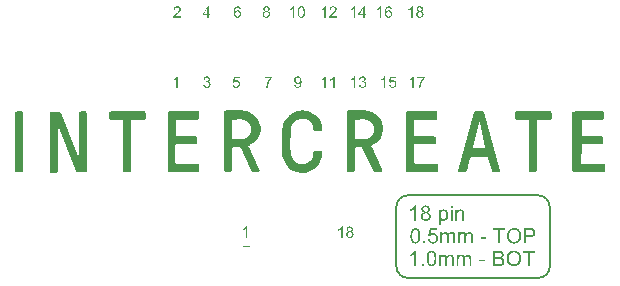
<source format=gto>
G04*
G04 #@! TF.GenerationSoftware,Altium Limited,Altium Designer,23.8.1 (32)*
G04*
G04 Layer_Color=65535*
%FSLAX44Y44*%
%MOMM*%
G71*
G04*
G04 #@! TF.SameCoordinates,6494198D-2EC0-4251-8973-295BD9C13288*
G04*
G04*
G04 #@! TF.FilePolarity,Positive*
G04*
G01*
G75*
%ADD10C,0.2000*%
%ADD11C,0.1000*%
G36*
X368817Y235449D02*
X367636D01*
Y242957D01*
X367627D01*
X367617Y242938D01*
X367589Y242919D01*
X367561Y242891D01*
X367467Y242807D01*
X367336Y242704D01*
X367177Y242582D01*
X366980Y242441D01*
X366755Y242291D01*
X366511Y242141D01*
X366502D01*
X366483Y242123D01*
X366446Y242104D01*
X366399Y242076D01*
X366333Y242038D01*
X366268Y242001D01*
X366099Y241916D01*
X365911Y241823D01*
X365705Y241720D01*
X365490Y241626D01*
X365284Y241542D01*
Y242676D01*
X365293Y242685D01*
X365330Y242694D01*
X365377Y242722D01*
X365452Y242760D01*
X365537Y242807D01*
X365630Y242863D01*
X365743Y242919D01*
X365865Y242994D01*
X366137Y243154D01*
X366427Y243350D01*
X366718Y243566D01*
X367008Y243800D01*
X367018Y243810D01*
X367036Y243828D01*
X367083Y243866D01*
X367130Y243913D01*
X367186Y243978D01*
X367261Y244044D01*
X367336Y244128D01*
X367421Y244213D01*
X367589Y244410D01*
X367758Y244625D01*
X367917Y244859D01*
X367992Y244972D01*
X368049Y245094D01*
X368817D01*
Y235449D01*
D02*
G37*
G36*
X375172Y245084D02*
X375284Y245075D01*
X375406Y245056D01*
X375537Y245028D01*
X375687Y245000D01*
X375846Y244963D01*
X376015Y244916D01*
X376184Y244859D01*
X376353Y244784D01*
X376521Y244700D01*
X376681Y244606D01*
X376840Y244494D01*
X376990Y244363D01*
X376999Y244353D01*
X377027Y244325D01*
X377065Y244288D01*
X377112Y244231D01*
X377168Y244166D01*
X377234Y244072D01*
X377299Y243978D01*
X377374Y243866D01*
X377449Y243744D01*
X377515Y243603D01*
X377580Y243463D01*
X377637Y243304D01*
X377683Y243135D01*
X377730Y242957D01*
X377749Y242779D01*
X377758Y242582D01*
Y242572D01*
Y242554D01*
Y242516D01*
X377749Y242469D01*
Y242413D01*
X377740Y242338D01*
X377712Y242179D01*
X377674Y242001D01*
X377608Y241804D01*
X377524Y241607D01*
X377402Y241410D01*
Y241401D01*
X377384Y241392D01*
X377337Y241326D01*
X377252Y241242D01*
X377140Y241129D01*
X376990Y241007D01*
X376812Y240885D01*
X376596Y240764D01*
X376343Y240651D01*
X376353D01*
X376381Y240642D01*
X376428Y240623D01*
X376484Y240595D01*
X376559Y240567D01*
X376643Y240529D01*
X376840Y240426D01*
X377056Y240295D01*
X377281Y240136D01*
X377496Y239948D01*
X377590Y239836D01*
X377683Y239723D01*
X377693Y239714D01*
X377702Y239695D01*
X377730Y239658D01*
X377758Y239611D01*
X377796Y239545D01*
X377834Y239480D01*
X377871Y239386D01*
X377918Y239292D01*
X377965Y239189D01*
X378002Y239067D01*
X378077Y238814D01*
X378133Y238514D01*
X378143Y238364D01*
X378152Y238195D01*
Y238186D01*
Y238139D01*
X378143Y238074D01*
Y237989D01*
X378124Y237886D01*
X378105Y237764D01*
X378077Y237624D01*
X378040Y237474D01*
X377993Y237314D01*
X377937Y237146D01*
X377871Y236977D01*
X377787Y236799D01*
X377683Y236621D01*
X377571Y236452D01*
X377430Y236283D01*
X377281Y236124D01*
X377271Y236115D01*
X377243Y236087D01*
X377187Y236049D01*
X377121Y235993D01*
X377037Y235927D01*
X376934Y235862D01*
X376802Y235787D01*
X376671Y235712D01*
X376512Y235627D01*
X376334Y235552D01*
X376146Y235487D01*
X375940Y235421D01*
X375725Y235365D01*
X375490Y235327D01*
X375247Y235299D01*
X374984Y235290D01*
X374919D01*
X374844Y235299D01*
X374750D01*
X374628Y235318D01*
X374487Y235337D01*
X374328Y235356D01*
X374159Y235393D01*
X373981Y235440D01*
X373794Y235496D01*
X373606Y235562D01*
X373419Y235646D01*
X373222Y235740D01*
X373035Y235852D01*
X372857Y235974D01*
X372688Y236124D01*
X372679Y236133D01*
X372650Y236162D01*
X372613Y236208D01*
X372557Y236274D01*
X372491Y236359D01*
X372416Y236462D01*
X372341Y236574D01*
X372257Y236705D01*
X372172Y236846D01*
X372098Y237005D01*
X372023Y237183D01*
X371957Y237371D01*
X371910Y237568D01*
X371863Y237774D01*
X371835Y237989D01*
X371826Y238224D01*
Y238233D01*
Y238261D01*
Y238317D01*
X371835Y238383D01*
X371844Y238458D01*
X371854Y238552D01*
X371863Y238655D01*
X371882Y238767D01*
X371938Y239020D01*
X372023Y239283D01*
X372079Y239414D01*
X372144Y239545D01*
X372210Y239667D01*
X372294Y239789D01*
X372304Y239798D01*
X372313Y239817D01*
X372341Y239845D01*
X372379Y239892D01*
X372435Y239948D01*
X372491Y240004D01*
X372566Y240070D01*
X372641Y240136D01*
X372735Y240211D01*
X372838Y240276D01*
X372950Y240351D01*
X373072Y240426D01*
X373203Y240492D01*
X373344Y240548D01*
X373494Y240604D01*
X373653Y240651D01*
X373644D01*
X373625Y240660D01*
X373578Y240679D01*
X373531Y240698D01*
X373475Y240726D01*
X373400Y240764D01*
X373241Y240848D01*
X373063Y240960D01*
X372875Y241092D01*
X372707Y241242D01*
X372557Y241420D01*
Y241429D01*
X372538Y241438D01*
X372529Y241467D01*
X372500Y241504D01*
X372472Y241560D01*
X372444Y241616D01*
X372388Y241757D01*
X372322Y241926D01*
X372266Y242132D01*
X372229Y242357D01*
X372210Y242610D01*
Y242619D01*
Y242657D01*
X372219Y242713D01*
Y242788D01*
X372229Y242872D01*
X372247Y242976D01*
X372276Y243097D01*
X372304Y243229D01*
X372341Y243360D01*
X372397Y243500D01*
X372454Y243650D01*
X372529Y243800D01*
X372613Y243941D01*
X372716Y244091D01*
X372828Y244231D01*
X372960Y244372D01*
X372969Y244381D01*
X372997Y244400D01*
X373035Y244438D01*
X373100Y244485D01*
X373175Y244541D01*
X373260Y244597D01*
X373372Y244663D01*
X373494Y244738D01*
X373625Y244803D01*
X373775Y244869D01*
X373944Y244925D01*
X374122Y244981D01*
X374319Y245028D01*
X374516Y245066D01*
X374740Y245084D01*
X374966Y245094D01*
X375087D01*
X375172Y245084D01*
D02*
G37*
G36*
X379133Y184497D02*
X379124Y184487D01*
X379096Y184450D01*
X379040Y184394D01*
X378974Y184319D01*
X378890Y184216D01*
X378796Y184103D01*
X378684Y183963D01*
X378562Y183803D01*
X378430Y183625D01*
X378280Y183428D01*
X378130Y183213D01*
X377971Y182979D01*
X377812Y182735D01*
X377643Y182472D01*
X377475Y182191D01*
X377306Y181891D01*
X377296Y181873D01*
X377268Y181816D01*
X377221Y181732D01*
X377156Y181610D01*
X377081Y181470D01*
X376996Y181292D01*
X376903Y181095D01*
X376800Y180870D01*
X376687Y180626D01*
X376575Y180373D01*
X376453Y180092D01*
X376340Y179811D01*
X376228Y179511D01*
X376115Y179201D01*
X376012Y178883D01*
X375919Y178564D01*
Y178555D01*
X375900Y178508D01*
X375881Y178442D01*
X375862Y178358D01*
X375834Y178245D01*
X375797Y178105D01*
X375769Y177955D01*
X375731Y177786D01*
X375694Y177599D01*
X375656Y177393D01*
X375619Y177177D01*
X375581Y176943D01*
X375544Y176708D01*
X375516Y176455D01*
X375469Y175930D01*
X374260D01*
Y175940D01*
Y175987D01*
X374269Y176043D01*
Y176127D01*
X374278Y176240D01*
X374288Y176371D01*
X374306Y176521D01*
X374325Y176689D01*
X374344Y176886D01*
X374372Y177093D01*
X374410Y177318D01*
X374456Y177552D01*
X374503Y177814D01*
X374560Y178077D01*
X374625Y178367D01*
X374700Y178658D01*
Y178667D01*
X374710Y178676D01*
X374719Y178733D01*
X374747Y178817D01*
X374775Y178930D01*
X374822Y179080D01*
X374878Y179248D01*
X374935Y179436D01*
X375009Y179651D01*
X375094Y179876D01*
X375187Y180120D01*
X375281Y180382D01*
X375394Y180645D01*
X375637Y181198D01*
X375919Y181760D01*
X375928Y181779D01*
X375956Y181826D01*
X376003Y181901D01*
X376059Y182013D01*
X376134Y182135D01*
X376218Y182285D01*
X376322Y182454D01*
X376434Y182632D01*
X376556Y182829D01*
X376687Y183035D01*
X376968Y183457D01*
X377287Y183878D01*
X377446Y184084D01*
X377615Y184281D01*
X372919D01*
Y185415D01*
X379133D01*
Y184497D01*
D02*
G37*
G36*
X369817Y175930D02*
X368636D01*
Y183438D01*
X368627D01*
X368617Y183419D01*
X368589Y183400D01*
X368561Y183372D01*
X368467Y183288D01*
X368336Y183185D01*
X368177Y183063D01*
X367980Y182922D01*
X367755Y182772D01*
X367511Y182622D01*
X367502D01*
X367483Y182604D01*
X367446Y182585D01*
X367399Y182557D01*
X367333Y182519D01*
X367268Y182482D01*
X367099Y182397D01*
X366912Y182304D01*
X366705Y182201D01*
X366490Y182107D01*
X366284Y182022D01*
Y183157D01*
X366293Y183166D01*
X366330Y183175D01*
X366377Y183204D01*
X366452Y183241D01*
X366537Y183288D01*
X366630Y183344D01*
X366743Y183400D01*
X366865Y183475D01*
X367136Y183635D01*
X367427Y183832D01*
X367718Y184047D01*
X368008Y184281D01*
X368018Y184291D01*
X368036Y184310D01*
X368083Y184347D01*
X368130Y184394D01*
X368186Y184459D01*
X368261Y184525D01*
X368336Y184609D01*
X368420Y184694D01*
X368589Y184891D01*
X368758Y185106D01*
X368917Y185340D01*
X368992Y185453D01*
X369049Y185575D01*
X369817D01*
Y175930D01*
D02*
G37*
G36*
X348915Y245084D02*
X349019Y245075D01*
X349131Y245056D01*
X349253Y245037D01*
X349393Y245019D01*
X349684Y244934D01*
X349843Y244888D01*
X349993Y244822D01*
X350153Y244756D01*
X350303Y244663D01*
X350452Y244569D01*
X350593Y244456D01*
X350602Y244447D01*
X350621Y244428D01*
X350659Y244391D01*
X350705Y244344D01*
X350762Y244278D01*
X350827Y244194D01*
X350902Y244100D01*
X350977Y243997D01*
X351052Y243885D01*
X351127Y243744D01*
X351193Y243603D01*
X351268Y243444D01*
X351334Y243276D01*
X351380Y243097D01*
X351427Y242910D01*
X351465Y242704D01*
X350293Y242610D01*
Y242619D01*
X350284Y242638D01*
X350274Y242676D01*
X350265Y242722D01*
X350246Y242779D01*
X350228Y242844D01*
X350181Y242994D01*
X350115Y243163D01*
X350040Y243332D01*
X349946Y243491D01*
X349843Y243622D01*
X349834Y243632D01*
X349824Y243641D01*
X349796Y243669D01*
X349759Y243697D01*
X349712Y243744D01*
X349656Y243782D01*
X349515Y243875D01*
X349347Y243969D01*
X349140Y244053D01*
X348915Y244110D01*
X348793Y244119D01*
X348662Y244128D01*
X348569D01*
X348465Y244110D01*
X348325Y244091D01*
X348175Y244053D01*
X348006Y243997D01*
X347837Y243913D01*
X347669Y243810D01*
X347659D01*
X347641Y243791D01*
X347613Y243772D01*
X347575Y243735D01*
X347481Y243641D01*
X347350Y243510D01*
X347210Y243341D01*
X347060Y243135D01*
X346919Y242901D01*
X346788Y242619D01*
Y242610D01*
X346778Y242582D01*
X346760Y242535D01*
X346741Y242479D01*
X346713Y242394D01*
X346685Y242301D01*
X346657Y242179D01*
X346628Y242048D01*
X346600Y241898D01*
X346572Y241738D01*
X346544Y241551D01*
X346516Y241354D01*
X346497Y241138D01*
X346479Y240904D01*
X346469Y240660D01*
X346460Y240398D01*
X346469Y240407D01*
X346479Y240426D01*
X346507Y240464D01*
X346535Y240501D01*
X346572Y240557D01*
X346628Y240623D01*
X346750Y240764D01*
X346900Y240923D01*
X347078Y241082D01*
X347275Y241232D01*
X347500Y241363D01*
X347509D01*
X347528Y241373D01*
X347566Y241392D01*
X347603Y241410D01*
X347669Y241438D01*
X347734Y241467D01*
X347809Y241495D01*
X347894Y241523D01*
X348091Y241579D01*
X348306Y241635D01*
X348540Y241673D01*
X348793Y241682D01*
X348850D01*
X348906Y241673D01*
X348990D01*
X349094Y241654D01*
X349215Y241635D01*
X349347Y241607D01*
X349487Y241570D01*
X349637Y241523D01*
X349806Y241467D01*
X349965Y241401D01*
X350134Y241317D01*
X350312Y241213D01*
X350481Y241101D01*
X350640Y240960D01*
X350799Y240811D01*
X350809Y240801D01*
X350837Y240773D01*
X350874Y240717D01*
X350930Y240651D01*
X350996Y240567D01*
X351062Y240464D01*
X351137Y240342D01*
X351221Y240201D01*
X351296Y240051D01*
X351371Y239883D01*
X351437Y239695D01*
X351502Y239498D01*
X351558Y239283D01*
X351596Y239058D01*
X351624Y238824D01*
X351633Y238570D01*
Y238561D01*
Y238533D01*
Y238486D01*
X351624Y238421D01*
Y238336D01*
X351615Y238242D01*
X351605Y238139D01*
X351587Y238017D01*
X351540Y237755D01*
X351465Y237474D01*
X351371Y237183D01*
X351240Y236883D01*
Y236874D01*
X351221Y236846D01*
X351202Y236808D01*
X351165Y236761D01*
X351127Y236696D01*
X351081Y236621D01*
X350959Y236452D01*
X350799Y236255D01*
X350621Y236059D01*
X350406Y235871D01*
X350162Y235702D01*
X350153D01*
X350134Y235684D01*
X350096Y235665D01*
X350040Y235637D01*
X349975Y235609D01*
X349899Y235571D01*
X349815Y235534D01*
X349712Y235496D01*
X349609Y235459D01*
X349487Y235421D01*
X349225Y235356D01*
X348934Y235309D01*
X348775Y235299D01*
X348615Y235290D01*
X348550D01*
X348475Y235299D01*
X348372Y235309D01*
X348250Y235327D01*
X348100Y235346D01*
X347941Y235384D01*
X347763Y235421D01*
X347575Y235478D01*
X347388Y235552D01*
X347181Y235637D01*
X346985Y235749D01*
X346778Y235871D01*
X346582Y236012D01*
X346394Y236180D01*
X346216Y236368D01*
X346207Y236377D01*
X346179Y236424D01*
X346132Y236480D01*
X346076Y236574D01*
X346001Y236696D01*
X345925Y236846D01*
X345841Y237015D01*
X345757Y237221D01*
X345663Y237455D01*
X345579Y237717D01*
X345504Y238008D01*
X345438Y238336D01*
X345373Y238683D01*
X345326Y239076D01*
X345298Y239489D01*
X345288Y239939D01*
Y239948D01*
Y239967D01*
Y240004D01*
Y240061D01*
Y240126D01*
X345298Y240201D01*
Y240295D01*
X345307Y240398D01*
Y240501D01*
X345316Y240623D01*
X345344Y240885D01*
X345373Y241176D01*
X345419Y241485D01*
X345466Y241813D01*
X345541Y242151D01*
X345616Y242488D01*
X345719Y242826D01*
X345832Y243144D01*
X345972Y243454D01*
X346132Y243735D01*
X346310Y243988D01*
X346319Y243997D01*
X346347Y244035D01*
X346404Y244091D01*
X346479Y244156D01*
X346563Y244241D01*
X346675Y244335D01*
X346806Y244438D01*
X346947Y244541D01*
X347116Y244644D01*
X347294Y244747D01*
X347491Y244841D01*
X347706Y244925D01*
X347941Y244991D01*
X348184Y245047D01*
X348447Y245084D01*
X348728Y245094D01*
X348840D01*
X348915Y245084D01*
D02*
G37*
G36*
X342317Y235449D02*
X341136D01*
Y242957D01*
X341127D01*
X341117Y242938D01*
X341089Y242919D01*
X341061Y242891D01*
X340967Y242807D01*
X340836Y242704D01*
X340677Y242582D01*
X340480Y242441D01*
X340255Y242291D01*
X340011Y242141D01*
X340002D01*
X339983Y242123D01*
X339946Y242104D01*
X339899Y242076D01*
X339833Y242038D01*
X339768Y242001D01*
X339599Y241916D01*
X339412Y241823D01*
X339205Y241720D01*
X338990Y241626D01*
X338784Y241542D01*
Y242676D01*
X338793Y242685D01*
X338830Y242694D01*
X338877Y242722D01*
X338952Y242760D01*
X339037Y242807D01*
X339130Y242863D01*
X339243Y242919D01*
X339365Y242994D01*
X339636Y243154D01*
X339927Y243350D01*
X340218Y243566D01*
X340508Y243800D01*
X340518Y243810D01*
X340536Y243828D01*
X340583Y243866D01*
X340630Y243913D01*
X340686Y243978D01*
X340761Y244044D01*
X340836Y244128D01*
X340921Y244213D01*
X341089Y244410D01*
X341258Y244625D01*
X341417Y244859D01*
X341492Y244972D01*
X341549Y245094D01*
X342317D01*
Y235449D01*
D02*
G37*
G36*
X354758Y184450D02*
X350906D01*
X350391Y181854D01*
X350400Y181863D01*
X350428Y181882D01*
X350475Y181910D01*
X350541Y181948D01*
X350616Y181994D01*
X350719Y182051D01*
X350822Y182097D01*
X350944Y182163D01*
X351075Y182219D01*
X351216Y182266D01*
X351525Y182369D01*
X351684Y182407D01*
X351853Y182435D01*
X352031Y182454D01*
X352209Y182463D01*
X352265D01*
X352331Y182454D01*
X352425D01*
X352528Y182435D01*
X352659Y182416D01*
X352800Y182388D01*
X352950Y182351D01*
X353109Y182304D01*
X353287Y182248D01*
X353465Y182182D01*
X353643Y182097D01*
X353821Y181994D01*
X353999Y181882D01*
X354168Y181741D01*
X354337Y181591D01*
X354346Y181582D01*
X354374Y181554D01*
X354421Y181498D01*
X354477Y181432D01*
X354543Y181348D01*
X354609Y181245D01*
X354693Y181123D01*
X354777Y180982D01*
X354852Y180832D01*
X354937Y180664D01*
X355002Y180476D01*
X355077Y180279D01*
X355124Y180064D01*
X355171Y179839D01*
X355199Y179595D01*
X355208Y179342D01*
Y179323D01*
Y179286D01*
X355199Y179220D01*
Y179126D01*
X355190Y179014D01*
X355171Y178883D01*
X355143Y178733D01*
X355115Y178573D01*
X355068Y178405D01*
X355021Y178217D01*
X354955Y178030D01*
X354880Y177842D01*
X354796Y177655D01*
X354693Y177458D01*
X354571Y177271D01*
X354440Y177093D01*
X354431Y177083D01*
X354393Y177046D01*
X354346Y176989D01*
X354271Y176915D01*
X354177Y176821D01*
X354065Y176727D01*
X353934Y176624D01*
X353784Y176511D01*
X353606Y176399D01*
X353418Y176296D01*
X353212Y176202D01*
X352987Y176108D01*
X352743Y176033D01*
X352490Y175977D01*
X352209Y175940D01*
X351919Y175930D01*
X351862D01*
X351797Y175940D01*
X351703D01*
X351591Y175949D01*
X351459Y175968D01*
X351319Y175996D01*
X351159Y176024D01*
X350991Y176062D01*
X350822Y176108D01*
X350644Y176165D01*
X350457Y176240D01*
X350278Y176324D01*
X350100Y176418D01*
X349932Y176530D01*
X349772Y176661D01*
X349763Y176671D01*
X349735Y176699D01*
X349697Y176736D01*
X349641Y176793D01*
X349576Y176868D01*
X349510Y176961D01*
X349426Y177064D01*
X349351Y177177D01*
X349266Y177308D01*
X349182Y177458D01*
X349107Y177617D01*
X349032Y177796D01*
X348966Y177983D01*
X348910Y178180D01*
X348863Y178386D01*
X348835Y178611D01*
X350072Y178714D01*
Y178705D01*
X350082Y178676D01*
X350091Y178630D01*
X350100Y178564D01*
X350119Y178489D01*
X350138Y178405D01*
X350203Y178199D01*
X350288Y177983D01*
X350391Y177758D01*
X350532Y177533D01*
X350616Y177439D01*
X350700Y177346D01*
X350710Y177336D01*
X350728Y177327D01*
X350756Y177308D01*
X350794Y177280D01*
X350841Y177243D01*
X350897Y177205D01*
X351047Y177121D01*
X351225Y177036D01*
X351431Y176971D01*
X351666Y176915D01*
X351787Y176905D01*
X351919Y176896D01*
X352003D01*
X352059Y176905D01*
X352134Y176915D01*
X352219Y176933D01*
X352312Y176952D01*
X352415Y176980D01*
X352650Y177055D01*
X352762Y177102D01*
X352884Y177167D01*
X353006Y177243D01*
X353128Y177327D01*
X353250Y177421D01*
X353362Y177533D01*
X353371Y177542D01*
X353390Y177561D01*
X353418Y177599D01*
X353456Y177655D01*
X353503Y177711D01*
X353549Y177796D01*
X353606Y177889D01*
X353662Y177992D01*
X353709Y178105D01*
X353765Y178236D01*
X353812Y178377D01*
X353859Y178527D01*
X353896Y178686D01*
X353924Y178864D01*
X353943Y179042D01*
X353952Y179239D01*
Y179248D01*
Y179286D01*
Y179333D01*
X353943Y179408D01*
X353934Y179492D01*
X353924Y179586D01*
X353906Y179698D01*
X353877Y179820D01*
X353812Y180073D01*
X353765Y180204D01*
X353709Y180336D01*
X353643Y180467D01*
X353568Y180598D01*
X353484Y180720D01*
X353381Y180832D01*
X353371Y180842D01*
X353353Y180860D01*
X353325Y180889D01*
X353278Y180926D01*
X353221Y180973D01*
X353156Y181020D01*
X353072Y181076D01*
X352987Y181132D01*
X352884Y181179D01*
X352771Y181235D01*
X352650Y181282D01*
X352519Y181329D01*
X352369Y181367D01*
X352219Y181395D01*
X352059Y181413D01*
X351890Y181423D01*
X351797D01*
X351740Y181413D01*
X351684D01*
X351544Y181395D01*
X351384Y181357D01*
X351216Y181310D01*
X351038Y181245D01*
X350859Y181160D01*
X350850D01*
X350841Y181151D01*
X350784Y181113D01*
X350700Y181057D01*
X350606Y180982D01*
X350485Y180879D01*
X350372Y180767D01*
X350250Y180635D01*
X350147Y180495D01*
X349041Y180635D01*
X349969Y185575D01*
X354758D01*
Y184450D01*
D02*
G37*
G36*
X345817Y176090D02*
X344636D01*
Y183597D01*
X344627D01*
X344617Y183578D01*
X344589Y183560D01*
X344561Y183531D01*
X344467Y183447D01*
X344336Y183344D01*
X344177Y183222D01*
X343980Y183082D01*
X343755Y182932D01*
X343511Y182782D01*
X343502D01*
X343483Y182763D01*
X343446Y182744D01*
X343399Y182716D01*
X343333Y182679D01*
X343268Y182641D01*
X343099Y182557D01*
X342912Y182463D01*
X342705Y182360D01*
X342490Y182266D01*
X342284Y182182D01*
Y183316D01*
X342293Y183325D01*
X342331Y183335D01*
X342377Y183363D01*
X342452Y183400D01*
X342537Y183447D01*
X342630Y183503D01*
X342743Y183560D01*
X342865Y183635D01*
X343136Y183794D01*
X343427Y183991D01*
X343718Y184206D01*
X344008Y184441D01*
X344017Y184450D01*
X344036Y184469D01*
X344083Y184506D01*
X344130Y184553D01*
X344186Y184619D01*
X344261Y184684D01*
X344336Y184769D01*
X344421Y184853D01*
X344589Y185050D01*
X344758Y185266D01*
X344917Y185500D01*
X344992Y185612D01*
X345048Y185734D01*
X345817D01*
Y176090D01*
D02*
G37*
G36*
X328302Y238831D02*
X329596D01*
Y237753D01*
X328302D01*
Y235456D01*
X327122D01*
Y237753D01*
X322951D01*
Y238831D01*
X327337Y245063D01*
X328302D01*
Y238831D01*
D02*
G37*
G36*
X320317Y235456D02*
X319136D01*
Y242964D01*
X319127D01*
X319117Y242945D01*
X319089Y242926D01*
X319061Y242898D01*
X318967Y242814D01*
X318836Y242711D01*
X318677Y242589D01*
X318480Y242448D01*
X318255Y242298D01*
X318011Y242148D01*
X318002D01*
X317983Y242130D01*
X317946Y242111D01*
X317899Y242083D01*
X317833Y242045D01*
X317768Y242008D01*
X317599Y241924D01*
X317412Y241830D01*
X317205Y241727D01*
X316990Y241633D01*
X316784Y241549D01*
Y242683D01*
X316793Y242692D01*
X316831Y242701D01*
X316877Y242730D01*
X316952Y242767D01*
X317037Y242814D01*
X317130Y242870D01*
X317243Y242926D01*
X317365Y243001D01*
X317637Y243161D01*
X317927Y243358D01*
X318218Y243573D01*
X318508Y243807D01*
X318517Y243817D01*
X318536Y243836D01*
X318583Y243873D01*
X318630Y243920D01*
X318686Y243986D01*
X318761Y244051D01*
X318836Y244135D01*
X318920Y244220D01*
X319089Y244417D01*
X319258Y244632D01*
X319417Y244867D01*
X319492Y244979D01*
X319548Y245101D01*
X320317D01*
Y235456D01*
D02*
G37*
G36*
X326484Y185725D02*
X326559D01*
X326634Y185715D01*
X326728Y185706D01*
X326831Y185697D01*
X327056Y185650D01*
X327290Y185593D01*
X327543Y185509D01*
X327796Y185397D01*
X327806D01*
X327825Y185378D01*
X327862Y185359D01*
X327909Y185331D01*
X327965Y185303D01*
X328021Y185256D01*
X328171Y185153D01*
X328340Y185022D01*
X328509Y184862D01*
X328668Y184675D01*
X328809Y184469D01*
Y184459D01*
X328827Y184441D01*
X328846Y184413D01*
X328865Y184366D01*
X328893Y184319D01*
X328921Y184253D01*
X328987Y184094D01*
X329052Y183916D01*
X329109Y183700D01*
X329146Y183475D01*
X329165Y183232D01*
Y183222D01*
Y183204D01*
Y183175D01*
X329155Y183129D01*
Y183072D01*
X329146Y183007D01*
X329127Y182857D01*
X329080Y182679D01*
X329024Y182491D01*
X328940Y182294D01*
X328827Y182097D01*
Y182088D01*
X328809Y182079D01*
X328790Y182051D01*
X328762Y182013D01*
X328687Y181919D01*
X328574Y181807D01*
X328434Y181676D01*
X328265Y181544D01*
X328068Y181413D01*
X327834Y181292D01*
X327843D01*
X327871Y181282D01*
X327918Y181273D01*
X327975Y181254D01*
X328050Y181226D01*
X328124Y181198D01*
X328321Y181113D01*
X328527Y181010D01*
X328752Y180860D01*
X328968Y180692D01*
X329062Y180588D01*
X329155Y180476D01*
X329165Y180467D01*
X329174Y180448D01*
X329202Y180410D01*
X329230Y180364D01*
X329268Y180307D01*
X329305Y180232D01*
X329352Y180148D01*
X329399Y180054D01*
X329437Y179942D01*
X329483Y179829D01*
X329521Y179698D01*
X329558Y179567D01*
X329615Y179267D01*
X329624Y179098D01*
X329633Y178930D01*
Y178920D01*
Y178873D01*
X329624Y178808D01*
Y178723D01*
X329605Y178611D01*
X329587Y178489D01*
X329558Y178349D01*
X329521Y178189D01*
X329474Y178030D01*
X329408Y177861D01*
X329333Y177683D01*
X329249Y177505D01*
X329137Y177327D01*
X329015Y177139D01*
X328874Y176971D01*
X328715Y176802D01*
X328705Y176793D01*
X328677Y176765D01*
X328621Y176718D01*
X328546Y176671D01*
X328462Y176596D01*
X328349Y176530D01*
X328228Y176446D01*
X328078Y176371D01*
X327918Y176287D01*
X327740Y176202D01*
X327553Y176137D01*
X327346Y176071D01*
X327131Y176015D01*
X326897Y175968D01*
X326653Y175940D01*
X326390Y175930D01*
X326334D01*
X326269Y175940D01*
X326184D01*
X326072Y175949D01*
X325950Y175968D01*
X325809Y175996D01*
X325650Y176024D01*
X325491Y176062D01*
X325322Y176118D01*
X325144Y176174D01*
X324975Y176249D01*
X324797Y176333D01*
X324619Y176437D01*
X324450Y176549D01*
X324291Y176680D01*
X324282Y176689D01*
X324254Y176718D01*
X324216Y176755D01*
X324160Y176821D01*
X324094Y176896D01*
X324019Y176980D01*
X323944Y177083D01*
X323860Y177205D01*
X323776Y177336D01*
X323691Y177486D01*
X323616Y177645D01*
X323541Y177824D01*
X323476Y178011D01*
X323419Y178208D01*
X323372Y178414D01*
X323344Y178639D01*
X324525Y178798D01*
Y178789D01*
X324535Y178752D01*
X324544Y178705D01*
X324563Y178630D01*
X324582Y178555D01*
X324610Y178452D01*
X324647Y178349D01*
X324685Y178236D01*
X324778Y178002D01*
X324900Y177758D01*
X325041Y177533D01*
X325125Y177439D01*
X325210Y177346D01*
X325219D01*
X325228Y177327D01*
X325256Y177308D01*
X325294Y177280D01*
X325341Y177243D01*
X325397Y177205D01*
X325538Y177130D01*
X325716Y177046D01*
X325922Y176971D01*
X326147Y176924D01*
X326269Y176915D01*
X326400Y176905D01*
X326484D01*
X326540Y176915D01*
X326615Y176924D01*
X326690Y176933D01*
X326784Y176952D01*
X326887Y176980D01*
X327112Y177046D01*
X327225Y177093D01*
X327346Y177149D01*
X327468Y177214D01*
X327581Y177289D01*
X327693Y177374D01*
X327806Y177477D01*
X327815Y177486D01*
X327834Y177505D01*
X327862Y177533D01*
X327900Y177580D01*
X327937Y177636D01*
X327984Y177702D01*
X328040Y177777D01*
X328096Y177871D01*
X328143Y177964D01*
X328199Y178077D01*
X328293Y178320D01*
X328321Y178452D01*
X328349Y178592D01*
X328368Y178742D01*
X328377Y178902D01*
Y178911D01*
Y178939D01*
Y178976D01*
X328368Y179042D01*
X328359Y179108D01*
X328349Y179192D01*
X328331Y179276D01*
X328312Y179380D01*
X328246Y179586D01*
X328209Y179698D01*
X328153Y179811D01*
X328087Y179923D01*
X328021Y180036D01*
X327937Y180139D01*
X327843Y180242D01*
X327834Y180251D01*
X327815Y180261D01*
X327787Y180289D01*
X327749Y180326D01*
X327693Y180364D01*
X327628Y180410D01*
X327562Y180457D01*
X327478Y180504D01*
X327384Y180551D01*
X327281Y180598D01*
X327047Y180682D01*
X326784Y180748D01*
X326644Y180757D01*
X326494Y180767D01*
X326437D01*
X326362Y180757D01*
X326269Y180748D01*
X326147Y180739D01*
X326006Y180720D01*
X325847Y180682D01*
X325669Y180645D01*
X325800Y181676D01*
X325819D01*
X325866Y181666D01*
X325931Y181657D01*
X326063D01*
X326119Y181666D01*
X326184D01*
X326259Y181676D01*
X326344Y181695D01*
X326437Y181704D01*
X326653Y181751D01*
X326878Y181826D01*
X327112Y181919D01*
X327346Y182051D01*
X327356Y182060D01*
X327375Y182069D01*
X327403Y182088D01*
X327440Y182126D01*
X327487Y182163D01*
X327543Y182219D01*
X327590Y182276D01*
X327656Y182351D01*
X327712Y182426D01*
X327759Y182519D01*
X327815Y182622D01*
X327862Y182726D01*
X327900Y182847D01*
X327928Y182979D01*
X327946Y183110D01*
X327956Y183260D01*
Y183269D01*
Y183288D01*
Y183325D01*
X327946Y183372D01*
Y183428D01*
X327937Y183494D01*
X327900Y183644D01*
X327853Y183813D01*
X327768Y183991D01*
X327665Y184169D01*
X327590Y184253D01*
X327515Y184338D01*
X327506Y184347D01*
X327496Y184356D01*
X327468Y184375D01*
X327440Y184403D01*
X327337Y184478D01*
X327206Y184553D01*
X327047Y184628D01*
X326850Y184703D01*
X326625Y184750D01*
X326512Y184769D01*
X326315D01*
X326269Y184759D01*
X326203D01*
X326137Y184750D01*
X325978Y184713D01*
X325791Y184666D01*
X325603Y184581D01*
X325406Y184478D01*
X325313Y184403D01*
X325228Y184328D01*
X325219Y184319D01*
X325210Y184310D01*
X325181Y184281D01*
X325153Y184244D01*
X325116Y184206D01*
X325078Y184150D01*
X325032Y184084D01*
X324985Y184009D01*
X324938Y183916D01*
X324882Y183822D01*
X324835Y183719D01*
X324788Y183597D01*
X324750Y183475D01*
X324703Y183335D01*
X324675Y183194D01*
X324647Y183035D01*
X323466Y183241D01*
Y183250D01*
X323476Y183297D01*
X323494Y183354D01*
X323513Y183438D01*
X323541Y183531D01*
X323579Y183653D01*
X323616Y183775D01*
X323672Y183916D01*
X323729Y184056D01*
X323804Y184206D01*
X323879Y184366D01*
X323972Y184516D01*
X324066Y184666D01*
X324179Y184816D01*
X324310Y184947D01*
X324441Y185078D01*
X324450Y185087D01*
X324478Y185106D01*
X324516Y185134D01*
X324582Y185181D01*
X324657Y185228D01*
X324741Y185284D01*
X324853Y185350D01*
X324966Y185406D01*
X325097Y185472D01*
X325247Y185528D01*
X325406Y185584D01*
X325575Y185631D01*
X325753Y185678D01*
X325941Y185706D01*
X326147Y185725D01*
X326353Y185734D01*
X326428D01*
X326484Y185725D01*
D02*
G37*
G36*
X320317Y176090D02*
X319136D01*
Y183597D01*
X319127D01*
X319117Y183578D01*
X319089Y183560D01*
X319061Y183531D01*
X318967Y183447D01*
X318836Y183344D01*
X318677Y183222D01*
X318480Y183082D01*
X318255Y182932D01*
X318011Y182782D01*
X318002D01*
X317983Y182763D01*
X317946Y182744D01*
X317899Y182716D01*
X317833Y182679D01*
X317768Y182641D01*
X317599Y182557D01*
X317412Y182463D01*
X317205Y182360D01*
X316990Y182266D01*
X316784Y182182D01*
Y183316D01*
X316793Y183325D01*
X316831Y183335D01*
X316877Y183363D01*
X316952Y183400D01*
X317037Y183447D01*
X317130Y183503D01*
X317243Y183560D01*
X317365Y183635D01*
X317637Y183794D01*
X317927Y183991D01*
X318218Y184206D01*
X318508Y184441D01*
X318517Y184450D01*
X318536Y184469D01*
X318583Y184506D01*
X318630Y184553D01*
X318686Y184619D01*
X318761Y184684D01*
X318836Y184769D01*
X318920Y184853D01*
X319089Y185050D01*
X319258Y185266D01*
X319417Y185500D01*
X319492Y185612D01*
X319548Y185734D01*
X320317D01*
Y176090D01*
D02*
G37*
G36*
X301653Y245091D02*
X301756D01*
X301868Y245082D01*
X302000Y245063D01*
X302150Y245035D01*
X302318Y245007D01*
X302487Y244960D01*
X302665Y244913D01*
X302853Y244848D01*
X303031Y244773D01*
X303218Y244688D01*
X303387Y244585D01*
X303556Y244464D01*
X303715Y244332D01*
X303724Y244323D01*
X303752Y244295D01*
X303790Y244257D01*
X303837Y244192D01*
X303902Y244117D01*
X303968Y244032D01*
X304043Y243929D01*
X304118Y243807D01*
X304193Y243676D01*
X304268Y243526D01*
X304333Y243376D01*
X304399Y243208D01*
X304446Y243029D01*
X304483Y242833D01*
X304512Y242636D01*
X304521Y242430D01*
Y242420D01*
Y242402D01*
Y242373D01*
Y242336D01*
X304512Y242280D01*
Y242223D01*
X304493Y242073D01*
X304465Y241905D01*
X304418Y241708D01*
X304362Y241502D01*
X304277Y241296D01*
Y241286D01*
X304268Y241267D01*
X304249Y241239D01*
X304230Y241202D01*
X304202Y241146D01*
X304174Y241089D01*
X304090Y240939D01*
X303987Y240771D01*
X303846Y240564D01*
X303687Y240349D01*
X303490Y240124D01*
X303480Y240115D01*
X303462Y240096D01*
X303434Y240058D01*
X303387Y240012D01*
X303321Y239946D01*
X303256Y239871D01*
X303162Y239787D01*
X303059Y239683D01*
X302946Y239571D01*
X302806Y239440D01*
X302665Y239299D01*
X302496Y239149D01*
X302318Y238990D01*
X302122Y238812D01*
X301906Y238634D01*
X301681Y238437D01*
X301672Y238428D01*
X301634Y238399D01*
X301578Y238353D01*
X301512Y238296D01*
X301428Y238221D01*
X301334Y238137D01*
X301109Y237950D01*
X300884Y237753D01*
X300659Y237556D01*
X300556Y237462D01*
X300463Y237368D01*
X300378Y237293D01*
X300313Y237228D01*
X300303Y237218D01*
X300266Y237172D01*
X300210Y237106D01*
X300135Y237031D01*
X300060Y236928D01*
X299975Y236825D01*
X299891Y236712D01*
X299816Y236590D01*
X304530D01*
Y235456D01*
X298185D01*
Y235466D01*
Y235475D01*
Y235531D01*
Y235606D01*
X298194Y235719D01*
X298213Y235841D01*
X298232Y235981D01*
X298269Y236122D01*
X298316Y236272D01*
Y236281D01*
X298326Y236300D01*
X298344Y236337D01*
X298363Y236384D01*
X298391Y236441D01*
X298419Y236506D01*
X298504Y236675D01*
X298616Y236872D01*
X298747Y237087D01*
X298907Y237312D01*
X299094Y237547D01*
X299104Y237556D01*
X299122Y237575D01*
X299150Y237612D01*
X299197Y237659D01*
X299254Y237715D01*
X299319Y237790D01*
X299394Y237875D01*
X299488Y237968D01*
X299591Y238062D01*
X299703Y238174D01*
X299835Y238296D01*
X299966Y238428D01*
X300116Y238559D01*
X300275Y238699D01*
X300453Y238849D01*
X300631Y238999D01*
X300650Y239018D01*
X300697Y239056D01*
X300781Y239121D01*
X300884Y239215D01*
X301016Y239318D01*
X301156Y239449D01*
X301315Y239590D01*
X301484Y239740D01*
X301840Y240068D01*
X302187Y240405D01*
X302346Y240574D01*
X302496Y240743D01*
X302637Y240893D01*
X302750Y241042D01*
X302759Y241052D01*
X302778Y241080D01*
X302806Y241117D01*
X302834Y241174D01*
X302881Y241239D01*
X302928Y241314D01*
X302974Y241408D01*
X303031Y241502D01*
X303134Y241717D01*
X303228Y241952D01*
X303256Y242083D01*
X303284Y242205D01*
X303302Y242336D01*
X303312Y242458D01*
Y242467D01*
Y242486D01*
Y242523D01*
X303302Y242580D01*
X303293Y242636D01*
X303284Y242701D01*
X303246Y242870D01*
X303190Y243058D01*
X303096Y243254D01*
X303040Y243348D01*
X302974Y243451D01*
X302899Y243545D01*
X302806Y243639D01*
X302796Y243648D01*
X302787Y243657D01*
X302750Y243686D01*
X302712Y243714D01*
X302665Y243751D01*
X302600Y243789D01*
X302534Y243836D01*
X302450Y243882D01*
X302365Y243929D01*
X302262Y243976D01*
X302037Y244051D01*
X301784Y244107D01*
X301644Y244117D01*
X301494Y244126D01*
X301409D01*
X301353Y244117D01*
X301278Y244107D01*
X301194Y244098D01*
X301100Y244079D01*
X301006Y244060D01*
X300781Y244004D01*
X300556Y243911D01*
X300444Y243854D01*
X300331Y243779D01*
X300228Y243704D01*
X300125Y243611D01*
X300116Y243601D01*
X300106Y243592D01*
X300078Y243554D01*
X300050Y243517D01*
X300013Y243470D01*
X299966Y243404D01*
X299919Y243329D01*
X299872Y243245D01*
X299825Y243151D01*
X299778Y243048D01*
X299741Y242926D01*
X299694Y242805D01*
X299666Y242673D01*
X299638Y242523D01*
X299628Y242373D01*
X299619Y242205D01*
X298410Y242327D01*
Y242345D01*
X298419Y242383D01*
X298429Y242458D01*
X298438Y242551D01*
X298466Y242664D01*
X298494Y242795D01*
X298532Y242936D01*
X298569Y243095D01*
X298626Y243254D01*
X298691Y243423D01*
X298766Y243592D01*
X298850Y243770D01*
X298954Y243939D01*
X299066Y244098D01*
X299197Y244248D01*
X299338Y244389D01*
X299347Y244398D01*
X299375Y244417D01*
X299422Y244454D01*
X299488Y244501D01*
X299572Y244557D01*
X299666Y244613D01*
X299788Y244679D01*
X299919Y244745D01*
X300069Y244810D01*
X300228Y244876D01*
X300406Y244932D01*
X300603Y244988D01*
X300809Y245035D01*
X301034Y245073D01*
X301269Y245091D01*
X301522Y245101D01*
X301587D01*
X301653Y245091D01*
D02*
G37*
G36*
X295317Y235456D02*
X294136D01*
Y242964D01*
X294127D01*
X294117Y242945D01*
X294089Y242926D01*
X294061Y242898D01*
X293967Y242814D01*
X293836Y242711D01*
X293677Y242589D01*
X293480Y242448D01*
X293255Y242298D01*
X293011Y242148D01*
X293002D01*
X292983Y242130D01*
X292946Y242111D01*
X292899Y242083D01*
X292833Y242045D01*
X292768Y242008D01*
X292599Y241924D01*
X292411Y241830D01*
X292205Y241727D01*
X291990Y241633D01*
X291784Y241549D01*
Y242683D01*
X291793Y242692D01*
X291830Y242701D01*
X291877Y242730D01*
X291952Y242767D01*
X292037Y242814D01*
X292130Y242870D01*
X292243Y242926D01*
X292365Y243001D01*
X292636Y243161D01*
X292927Y243358D01*
X293218Y243573D01*
X293508Y243807D01*
X293517Y243817D01*
X293536Y243836D01*
X293583Y243873D01*
X293630Y243920D01*
X293686Y243986D01*
X293761Y244051D01*
X293836Y244135D01*
X293920Y244220D01*
X294089Y244417D01*
X294258Y244632D01*
X294417Y244867D01*
X294492Y244979D01*
X294548Y245101D01*
X295317D01*
Y235456D01*
D02*
G37*
G36*
X302778Y175930D02*
X301597D01*
Y183438D01*
X301587D01*
X301578Y183419D01*
X301550Y183400D01*
X301522Y183372D01*
X301428Y183288D01*
X301297Y183185D01*
X301137Y183063D01*
X300941Y182922D01*
X300716Y182772D01*
X300472Y182622D01*
X300463D01*
X300444Y182604D01*
X300406Y182585D01*
X300359Y182557D01*
X300294Y182519D01*
X300228Y182482D01*
X300060Y182397D01*
X299872Y182304D01*
X299666Y182201D01*
X299450Y182107D01*
X299244Y182022D01*
Y183157D01*
X299254Y183166D01*
X299291Y183175D01*
X299338Y183204D01*
X299413Y183241D01*
X299497Y183288D01*
X299591Y183344D01*
X299703Y183400D01*
X299825Y183475D01*
X300097Y183635D01*
X300388Y183832D01*
X300678Y184047D01*
X300969Y184281D01*
X300978Y184291D01*
X300997Y184310D01*
X301044Y184347D01*
X301091Y184394D01*
X301147Y184459D01*
X301222Y184525D01*
X301297Y184609D01*
X301381Y184694D01*
X301550Y184891D01*
X301719Y185106D01*
X301878Y185340D01*
X301953Y185453D01*
X302009Y185575D01*
X302778D01*
Y175930D01*
D02*
G37*
G36*
X295317D02*
X294136D01*
Y183438D01*
X294127D01*
X294117Y183419D01*
X294089Y183400D01*
X294061Y183372D01*
X293967Y183288D01*
X293836Y183185D01*
X293677Y183063D01*
X293480Y182922D01*
X293255Y182772D01*
X293011Y182622D01*
X293002D01*
X292983Y182604D01*
X292946Y182585D01*
X292899Y182557D01*
X292833Y182519D01*
X292768Y182482D01*
X292599Y182397D01*
X292412Y182304D01*
X292205Y182201D01*
X291990Y182107D01*
X291784Y182022D01*
Y183157D01*
X291793Y183166D01*
X291831Y183175D01*
X291877Y183204D01*
X291952Y183241D01*
X292037Y183288D01*
X292130Y183344D01*
X292243Y183400D01*
X292365Y183475D01*
X292637Y183635D01*
X292927Y183832D01*
X293218Y184047D01*
X293508Y184281D01*
X293517Y184291D01*
X293536Y184310D01*
X293583Y184347D01*
X293630Y184394D01*
X293686Y184459D01*
X293761Y184525D01*
X293836Y184609D01*
X293920Y184694D01*
X294089Y184891D01*
X294258Y185106D01*
X294417Y185340D01*
X294492Y185453D01*
X294548Y185575D01*
X295317D01*
Y175930D01*
D02*
G37*
G36*
X268458Y235449D02*
X267277D01*
Y242957D01*
X267267D01*
X267258Y242938D01*
X267230Y242919D01*
X267202Y242891D01*
X267108Y242807D01*
X266977Y242704D01*
X266817Y242582D01*
X266621Y242441D01*
X266396Y242291D01*
X266152Y242141D01*
X266143D01*
X266124Y242123D01*
X266086Y242104D01*
X266040Y242076D01*
X265974Y242038D01*
X265908Y242001D01*
X265740Y241916D01*
X265552Y241823D01*
X265346Y241720D01*
X265130Y241626D01*
X264924Y241542D01*
Y242676D01*
X264933Y242685D01*
X264971Y242694D01*
X265018Y242722D01*
X265093Y242760D01*
X265177Y242807D01*
X265271Y242863D01*
X265383Y242919D01*
X265505Y242994D01*
X265777Y243154D01*
X266068Y243350D01*
X266358Y243566D01*
X266649Y243800D01*
X266658Y243810D01*
X266677Y243828D01*
X266724Y243866D01*
X266771Y243913D01*
X266827Y243978D01*
X266902Y244044D01*
X266977Y244128D01*
X267061Y244213D01*
X267230Y244410D01*
X267398Y244625D01*
X267558Y244859D01*
X267633Y244972D01*
X267689Y245094D01*
X268458D01*
Y235449D01*
D02*
G37*
G36*
X274803Y245084D02*
X274878Y245075D01*
X274972Y245066D01*
X275065Y245056D01*
X275271Y245019D01*
X275497Y244963D01*
X275731Y244878D01*
X275956Y244775D01*
X275965D01*
X275984Y244756D01*
X276012Y244747D01*
X276059Y244719D01*
X276162Y244644D01*
X276303Y244550D01*
X276453Y244419D01*
X276612Y244269D01*
X276771Y244081D01*
X276921Y243875D01*
Y243866D01*
X276940Y243847D01*
X276959Y243819D01*
X276987Y243772D01*
X277015Y243716D01*
X277052Y243650D01*
X277090Y243566D01*
X277137Y243482D01*
X277183Y243379D01*
X277230Y243276D01*
X277324Y243032D01*
X277427Y242751D01*
X277512Y242451D01*
Y242441D01*
X277521Y242413D01*
X277530Y242366D01*
X277549Y242301D01*
X277568Y242216D01*
X277586Y242113D01*
X277605Y241991D01*
X277624Y241851D01*
X277643Y241701D01*
X277661Y241523D01*
X277680Y241345D01*
X277699Y241138D01*
X277718Y240923D01*
X277727Y240689D01*
X277736Y240445D01*
Y240182D01*
Y240164D01*
Y240107D01*
Y240023D01*
X277727Y239901D01*
Y239761D01*
X277718Y239592D01*
X277708Y239414D01*
X277690Y239208D01*
X277671Y238992D01*
X277652Y238777D01*
X277586Y238317D01*
X277502Y237868D01*
X277446Y237661D01*
X277380Y237455D01*
Y237446D01*
X277362Y237408D01*
X277343Y237352D01*
X277315Y237286D01*
X277277Y237193D01*
X277230Y237099D01*
X277183Y236986D01*
X277118Y236865D01*
X276977Y236611D01*
X276799Y236340D01*
X276584Y236087D01*
X276462Y235965D01*
X276340Y235852D01*
X276331Y235843D01*
X276312Y235824D01*
X276274Y235796D01*
X276218Y235768D01*
X276152Y235721D01*
X276068Y235674D01*
X275975Y235627D01*
X275871Y235571D01*
X275749Y235515D01*
X275618Y235468D01*
X275478Y235421D01*
X275318Y235374D01*
X275159Y235346D01*
X274981Y235318D01*
X274803Y235299D01*
X274606Y235290D01*
X274540D01*
X274475Y235299D01*
X274372Y235309D01*
X274259Y235318D01*
X274119Y235346D01*
X273969Y235374D01*
X273809Y235412D01*
X273641Y235468D01*
X273463Y235534D01*
X273275Y235609D01*
X273097Y235702D01*
X272919Y235815D01*
X272741Y235946D01*
X272572Y236105D01*
X272422Y236274D01*
X272413Y236293D01*
X272385Y236330D01*
X272338Y236405D01*
X272272Y236508D01*
X272207Y236640D01*
X272122Y236799D01*
X272038Y236996D01*
X271954Y237221D01*
X271860Y237474D01*
X271775Y237764D01*
X271691Y238083D01*
X271626Y238430D01*
X271560Y238824D01*
X271513Y239236D01*
X271485Y239695D01*
X271476Y240182D01*
Y240192D01*
Y240201D01*
Y240257D01*
Y240351D01*
X271485Y240464D01*
Y240614D01*
X271494Y240773D01*
X271504Y240960D01*
X271523Y241167D01*
X271541Y241382D01*
X271560Y241607D01*
X271626Y242057D01*
X271710Y242516D01*
X271766Y242722D01*
X271822Y242929D01*
Y242938D01*
X271841Y242976D01*
X271860Y243032D01*
X271888Y243097D01*
X271926Y243191D01*
X271972Y243285D01*
X272019Y243397D01*
X272085Y243519D01*
X272225Y243782D01*
X272404Y244044D01*
X272619Y244297D01*
X272741Y244419D01*
X272863Y244531D01*
X272872Y244541D01*
X272891Y244559D01*
X272938Y244588D01*
X272985Y244616D01*
X273060Y244663D01*
X273135Y244709D01*
X273238Y244756D01*
X273341Y244813D01*
X273463Y244869D01*
X273594Y244916D01*
X273734Y244963D01*
X273894Y245009D01*
X274053Y245037D01*
X274231Y245066D01*
X274409Y245084D01*
X274606Y245094D01*
X274737D01*
X274803Y245084D01*
D02*
G37*
G36*
X271677Y185725D02*
X271762Y185715D01*
X271855Y185706D01*
X271968Y185697D01*
X272080Y185669D01*
X272352Y185612D01*
X272633Y185518D01*
X272783Y185462D01*
X272933Y185397D01*
X273083Y185322D01*
X273233Y185228D01*
X273242Y185219D01*
X273271Y185209D01*
X273308Y185172D01*
X273364Y185134D01*
X273430Y185078D01*
X273505Y185022D01*
X273580Y184947D01*
X273674Y184862D01*
X273767Y184759D01*
X273861Y184656D01*
X273964Y184534D01*
X274058Y184403D01*
X274152Y184263D01*
X274245Y184113D01*
X274339Y183953D01*
X274414Y183785D01*
X274424Y183775D01*
X274433Y183738D01*
X274452Y183691D01*
X274480Y183616D01*
X274508Y183513D01*
X274545Y183400D01*
X274583Y183260D01*
X274620Y183100D01*
X274658Y182922D01*
X274686Y182716D01*
X274723Y182500D01*
X274751Y182257D01*
X274780Y181994D01*
X274798Y181713D01*
X274817Y181404D01*
Y181085D01*
Y181076D01*
Y181066D01*
Y181038D01*
Y181001D01*
Y180907D01*
X274808Y180785D01*
Y180626D01*
X274798Y180448D01*
X274780Y180251D01*
X274770Y180026D01*
X274742Y179801D01*
X274723Y179558D01*
X274648Y179070D01*
X274602Y178827D01*
X274545Y178592D01*
X274489Y178367D01*
X274414Y178152D01*
Y178142D01*
X274395Y178105D01*
X274377Y178049D01*
X274339Y177974D01*
X274292Y177880D01*
X274245Y177777D01*
X274189Y177664D01*
X274114Y177533D01*
X273946Y177271D01*
X273739Y176989D01*
X273505Y176727D01*
X273364Y176605D01*
X273224Y176493D01*
X273214Y176483D01*
X273186Y176465D01*
X273149Y176437D01*
X273083Y176408D01*
X273008Y176362D01*
X272915Y176315D01*
X272811Y176268D01*
X272699Y176211D01*
X272568Y176155D01*
X272427Y176108D01*
X272277Y176062D01*
X272108Y176015D01*
X271940Y175987D01*
X271762Y175958D01*
X271574Y175940D01*
X271377Y175930D01*
X271265D01*
X271190Y175940D01*
X271096Y175949D01*
X270984Y175968D01*
X270853Y175987D01*
X270721Y176005D01*
X270431Y176080D01*
X270271Y176127D01*
X270121Y176193D01*
X269962Y176258D01*
X269812Y176343D01*
X269672Y176437D01*
X269531Y176549D01*
X269522Y176558D01*
X269503Y176577D01*
X269465Y176615D01*
X269419Y176661D01*
X269362Y176727D01*
X269297Y176811D01*
X269231Y176896D01*
X269156Y177008D01*
X269081Y177121D01*
X269006Y177261D01*
X268941Y177402D01*
X268875Y177561D01*
X268809Y177730D01*
X268753Y177917D01*
X268716Y178114D01*
X268678Y178320D01*
X269812Y178424D01*
Y178414D01*
X269821Y178386D01*
X269831Y178349D01*
X269840Y178292D01*
X269859Y178227D01*
X269878Y178152D01*
X269934Y177974D01*
X270009Y177786D01*
X270103Y177589D01*
X270215Y177411D01*
X270281Y177327D01*
X270356Y177252D01*
X270365D01*
X270375Y177233D01*
X270431Y177196D01*
X270515Y177139D01*
X270637Y177074D01*
X270787Y177008D01*
X270965Y176952D01*
X271171Y176915D01*
X271396Y176896D01*
X271490D01*
X271593Y176905D01*
X271724Y176924D01*
X271865Y176952D01*
X272034Y176999D01*
X272193Y177055D01*
X272352Y177139D01*
X272362D01*
X272371Y177149D01*
X272418Y177186D01*
X272493Y177243D01*
X272586Y177318D01*
X272699Y177411D01*
X272811Y177524D01*
X272915Y177655D01*
X273018Y177805D01*
Y177814D01*
X273027Y177824D01*
X273046Y177852D01*
X273064Y177880D01*
X273111Y177974D01*
X273168Y178105D01*
X273242Y178264D01*
X273318Y178461D01*
X273393Y178676D01*
X273458Y178930D01*
Y178939D01*
X273468Y178958D01*
X273477Y179005D01*
X273486Y179051D01*
X273496Y179117D01*
X273514Y179192D01*
X273533Y179276D01*
X273552Y179380D01*
X273580Y179595D01*
X273608Y179839D01*
X273627Y180101D01*
X273636Y180373D01*
Y180392D01*
Y180439D01*
Y180504D01*
Y180598D01*
X273617Y180579D01*
X273599Y180551D01*
X273571Y180514D01*
X273496Y180410D01*
X273383Y180279D01*
X273242Y180139D01*
X273074Y179989D01*
X272877Y179839D01*
X272661Y179698D01*
X272652D01*
X272633Y179679D01*
X272605Y179670D01*
X272558Y179642D01*
X272502Y179614D01*
X272427Y179586D01*
X272352Y179558D01*
X272268Y179529D01*
X272071Y179464D01*
X271846Y179408D01*
X271602Y179370D01*
X271340Y179351D01*
X271284D01*
X271227Y179361D01*
X271143D01*
X271040Y179380D01*
X270918Y179398D01*
X270787Y179426D01*
X270646Y179464D01*
X270487Y179501D01*
X270328Y179558D01*
X270159Y179632D01*
X269990Y179717D01*
X269821Y179811D01*
X269653Y179932D01*
X269484Y180064D01*
X269325Y180214D01*
X269315Y180223D01*
X269287Y180251D01*
X269250Y180307D01*
X269194Y180373D01*
X269137Y180457D01*
X269062Y180560D01*
X268987Y180682D01*
X268912Y180823D01*
X268837Y180973D01*
X268762Y181151D01*
X268687Y181338D01*
X268631Y181535D01*
X268575Y181760D01*
X268538Y181985D01*
X268509Y182229D01*
X268500Y182491D01*
Y182510D01*
Y182557D01*
X268509Y182632D01*
Y182735D01*
X268528Y182857D01*
X268547Y182997D01*
X268575Y183157D01*
X268603Y183335D01*
X268650Y183513D01*
X268706Y183710D01*
X268781Y183906D01*
X268856Y184103D01*
X268959Y184300D01*
X269072Y184487D01*
X269203Y184675D01*
X269353Y184844D01*
X269362Y184853D01*
X269390Y184881D01*
X269437Y184928D01*
X269512Y184984D01*
X269597Y185050D01*
X269690Y185125D01*
X269812Y185209D01*
X269943Y185294D01*
X270093Y185369D01*
X270262Y185453D01*
X270440Y185528D01*
X270628Y185593D01*
X270834Y185650D01*
X271049Y185697D01*
X271284Y185725D01*
X271518Y185734D01*
X271612D01*
X271677Y185725D01*
D02*
G37*
G36*
X245270Y245084D02*
X245383Y245075D01*
X245505Y245056D01*
X245636Y245028D01*
X245786Y245000D01*
X245945Y244963D01*
X246114Y244916D01*
X246283Y244859D01*
X246451Y244784D01*
X246620Y244700D01*
X246779Y244606D01*
X246939Y244494D01*
X247089Y244363D01*
X247098Y244353D01*
X247126Y244325D01*
X247164Y244288D01*
X247211Y244231D01*
X247267Y244166D01*
X247332Y244072D01*
X247398Y243978D01*
X247473Y243866D01*
X247548Y243744D01*
X247614Y243603D01*
X247679Y243463D01*
X247735Y243304D01*
X247782Y243135D01*
X247829Y242957D01*
X247848Y242779D01*
X247857Y242582D01*
Y242572D01*
Y242554D01*
Y242516D01*
X247848Y242469D01*
Y242413D01*
X247838Y242338D01*
X247810Y242179D01*
X247773Y242001D01*
X247707Y241804D01*
X247623Y241607D01*
X247501Y241410D01*
Y241401D01*
X247482Y241392D01*
X247435Y241326D01*
X247351Y241242D01*
X247239Y241129D01*
X247089Y241007D01*
X246911Y240885D01*
X246695Y240764D01*
X246442Y240651D01*
X246451D01*
X246479Y240642D01*
X246526Y240623D01*
X246583Y240595D01*
X246658Y240567D01*
X246742Y240529D01*
X246939Y240426D01*
X247154Y240295D01*
X247379Y240136D01*
X247595Y239948D01*
X247689Y239836D01*
X247782Y239723D01*
X247792Y239714D01*
X247801Y239695D01*
X247829Y239658D01*
X247857Y239611D01*
X247895Y239545D01*
X247932Y239480D01*
X247970Y239386D01*
X248016Y239292D01*
X248063Y239189D01*
X248101Y239067D01*
X248176Y238814D01*
X248232Y238514D01*
X248242Y238364D01*
X248251Y238195D01*
Y238186D01*
Y238139D01*
X248242Y238074D01*
Y237989D01*
X248223Y237886D01*
X248204Y237764D01*
X248176Y237624D01*
X248138Y237474D01*
X248092Y237314D01*
X248035Y237146D01*
X247970Y236977D01*
X247885Y236799D01*
X247782Y236621D01*
X247670Y236452D01*
X247529Y236283D01*
X247379Y236124D01*
X247370Y236115D01*
X247342Y236087D01*
X247285Y236049D01*
X247220Y235993D01*
X247136Y235927D01*
X247032Y235862D01*
X246901Y235787D01*
X246770Y235712D01*
X246611Y235627D01*
X246433Y235552D01*
X246245Y235487D01*
X246039Y235421D01*
X245823Y235365D01*
X245589Y235327D01*
X245345Y235299D01*
X245083Y235290D01*
X245017D01*
X244942Y235299D01*
X244849D01*
X244727Y235318D01*
X244586Y235337D01*
X244427Y235356D01*
X244258Y235393D01*
X244080Y235440D01*
X243893Y235496D01*
X243705Y235562D01*
X243518Y235646D01*
X243321Y235740D01*
X243133Y235852D01*
X242955Y235974D01*
X242787Y236124D01*
X242777Y236133D01*
X242749Y236162D01*
X242712Y236208D01*
X242655Y236274D01*
X242590Y236359D01*
X242515Y236462D01*
X242440Y236574D01*
X242355Y236705D01*
X242271Y236846D01*
X242196Y237005D01*
X242121Y237183D01*
X242056Y237371D01*
X242009Y237568D01*
X241962Y237774D01*
X241934Y237989D01*
X241924Y238224D01*
Y238233D01*
Y238261D01*
Y238317D01*
X241934Y238383D01*
X241943Y238458D01*
X241952Y238552D01*
X241962Y238655D01*
X241981Y238767D01*
X242037Y239020D01*
X242121Y239283D01*
X242177Y239414D01*
X242243Y239545D01*
X242309Y239667D01*
X242393Y239789D01*
X242402Y239798D01*
X242412Y239817D01*
X242440Y239845D01*
X242477Y239892D01*
X242534Y239948D01*
X242590Y240004D01*
X242665Y240070D01*
X242740Y240136D01*
X242833Y240211D01*
X242937Y240276D01*
X243049Y240351D01*
X243171Y240426D01*
X243302Y240492D01*
X243443Y240548D01*
X243593Y240604D01*
X243752Y240651D01*
X243743D01*
X243724Y240660D01*
X243677Y240679D01*
X243630Y240698D01*
X243574Y240726D01*
X243499Y240764D01*
X243340Y240848D01*
X243162Y240960D01*
X242974Y241092D01*
X242805Y241242D01*
X242655Y241420D01*
Y241429D01*
X242637Y241438D01*
X242627Y241467D01*
X242599Y241504D01*
X242571Y241560D01*
X242543Y241616D01*
X242487Y241757D01*
X242421Y241926D01*
X242365Y242132D01*
X242327Y242357D01*
X242309Y242610D01*
Y242619D01*
Y242657D01*
X242318Y242713D01*
Y242788D01*
X242327Y242872D01*
X242346Y242976D01*
X242374Y243097D01*
X242402Y243229D01*
X242440Y243360D01*
X242496Y243500D01*
X242552Y243650D01*
X242627Y243800D01*
X242712Y243941D01*
X242815Y244091D01*
X242927Y244231D01*
X243058Y244372D01*
X243068Y244381D01*
X243096Y244400D01*
X243133Y244438D01*
X243199Y244485D01*
X243274Y244541D01*
X243358Y244597D01*
X243471Y244663D01*
X243593Y244738D01*
X243724Y244803D01*
X243874Y244869D01*
X244043Y244925D01*
X244221Y244981D01*
X244417Y245028D01*
X244614Y245066D01*
X244839Y245084D01*
X245064Y245094D01*
X245186D01*
X245270Y245084D01*
D02*
G37*
G36*
X249714Y184497D02*
X249705Y184487D01*
X249676Y184450D01*
X249620Y184394D01*
X249555Y184319D01*
X249470Y184216D01*
X249377Y184103D01*
X249264Y183963D01*
X249142Y183803D01*
X249011Y183625D01*
X248861Y183428D01*
X248711Y183213D01*
X248552Y182979D01*
X248393Y182735D01*
X248224Y182472D01*
X248055Y182191D01*
X247886Y181891D01*
X247877Y181873D01*
X247849Y181816D01*
X247802Y181732D01*
X247736Y181610D01*
X247661Y181470D01*
X247577Y181292D01*
X247483Y181095D01*
X247380Y180870D01*
X247268Y180626D01*
X247155Y180373D01*
X247034Y180092D01*
X246921Y179811D01*
X246808Y179511D01*
X246696Y179201D01*
X246593Y178883D01*
X246499Y178564D01*
Y178555D01*
X246481Y178508D01*
X246462Y178442D01*
X246443Y178358D01*
X246415Y178245D01*
X246377Y178105D01*
X246349Y177955D01*
X246312Y177786D01*
X246274Y177599D01*
X246237Y177393D01*
X246199Y177177D01*
X246162Y176943D01*
X246124Y176708D01*
X246096Y176455D01*
X246049Y175930D01*
X244840D01*
Y175940D01*
Y175987D01*
X244850Y176043D01*
Y176127D01*
X244859Y176240D01*
X244868Y176371D01*
X244887Y176521D01*
X244906Y176689D01*
X244925Y176886D01*
X244953Y177093D01*
X244990Y177318D01*
X245037Y177552D01*
X245084Y177814D01*
X245140Y178077D01*
X245206Y178367D01*
X245281Y178658D01*
Y178667D01*
X245290Y178676D01*
X245299Y178733D01*
X245328Y178817D01*
X245356Y178930D01*
X245403Y179080D01*
X245459Y179248D01*
X245515Y179436D01*
X245590Y179651D01*
X245674Y179876D01*
X245768Y180120D01*
X245862Y180382D01*
X245974Y180645D01*
X246218Y181198D01*
X246499Y181760D01*
X246509Y181779D01*
X246537Y181826D01*
X246584Y181901D01*
X246640Y182013D01*
X246715Y182135D01*
X246799Y182285D01*
X246902Y182454D01*
X247015Y182632D01*
X247137Y182829D01*
X247268Y183035D01*
X247549Y183457D01*
X247868Y183878D01*
X248027Y184084D01*
X248196Y184281D01*
X243500D01*
Y185415D01*
X249714D01*
Y184497D01*
D02*
G37*
G36*
X220966Y245084D02*
X221069Y245075D01*
X221181Y245056D01*
X221303Y245037D01*
X221444Y245019D01*
X221734Y244934D01*
X221894Y244888D01*
X222043Y244822D01*
X222203Y244756D01*
X222353Y244663D01*
X222503Y244569D01*
X222643Y244456D01*
X222653Y244447D01*
X222671Y244428D01*
X222709Y244391D01*
X222756Y244344D01*
X222812Y244278D01*
X222878Y244194D01*
X222953Y244100D01*
X223027Y243997D01*
X223102Y243885D01*
X223178Y243744D01*
X223243Y243603D01*
X223318Y243444D01*
X223384Y243276D01*
X223431Y243097D01*
X223477Y242910D01*
X223515Y242704D01*
X222343Y242610D01*
Y242619D01*
X222334Y242638D01*
X222325Y242676D01*
X222315Y242722D01*
X222297Y242779D01*
X222278Y242844D01*
X222231Y242994D01*
X222165Y243163D01*
X222090Y243332D01*
X221997Y243491D01*
X221894Y243622D01*
X221884Y243632D01*
X221875Y243641D01*
X221847Y243669D01*
X221809Y243697D01*
X221762Y243744D01*
X221706Y243782D01*
X221565Y243875D01*
X221397Y243969D01*
X221190Y244053D01*
X220966Y244110D01*
X220844Y244119D01*
X220713Y244128D01*
X220619D01*
X220516Y244110D01*
X220375Y244091D01*
X220225Y244053D01*
X220056Y243997D01*
X219888Y243913D01*
X219719Y243810D01*
X219710D01*
X219691Y243791D01*
X219663Y243772D01*
X219625Y243735D01*
X219532Y243641D01*
X219400Y243510D01*
X219260Y243341D01*
X219110Y243135D01*
X218969Y242901D01*
X218838Y242619D01*
Y242610D01*
X218829Y242582D01*
X218810Y242535D01*
X218791Y242479D01*
X218763Y242394D01*
X218735Y242301D01*
X218707Y242179D01*
X218679Y242048D01*
X218650Y241898D01*
X218622Y241738D01*
X218594Y241551D01*
X218566Y241354D01*
X218547Y241138D01*
X218529Y240904D01*
X218519Y240660D01*
X218510Y240398D01*
X218519Y240407D01*
X218529Y240426D01*
X218557Y240464D01*
X218585Y240501D01*
X218622Y240557D01*
X218679Y240623D01*
X218801Y240764D01*
X218951Y240923D01*
X219128Y241082D01*
X219325Y241232D01*
X219550Y241363D01*
X219560D01*
X219578Y241373D01*
X219616Y241392D01*
X219653Y241410D01*
X219719Y241438D01*
X219785Y241467D01*
X219860Y241495D01*
X219944Y241523D01*
X220141Y241579D01*
X220356Y241635D01*
X220591Y241673D01*
X220844Y241682D01*
X220900D01*
X220956Y241673D01*
X221041D01*
X221144Y241654D01*
X221266Y241635D01*
X221397Y241607D01*
X221537Y241570D01*
X221687Y241523D01*
X221856Y241467D01*
X222015Y241401D01*
X222184Y241317D01*
X222362Y241213D01*
X222531Y241101D01*
X222690Y240960D01*
X222850Y240811D01*
X222859Y240801D01*
X222887Y240773D01*
X222924Y240717D01*
X222981Y240651D01*
X223046Y240567D01*
X223112Y240464D01*
X223187Y240342D01*
X223271Y240201D01*
X223346Y240051D01*
X223421Y239883D01*
X223487Y239695D01*
X223552Y239498D01*
X223609Y239283D01*
X223646Y239058D01*
X223674Y238824D01*
X223684Y238570D01*
Y238561D01*
Y238533D01*
Y238486D01*
X223674Y238421D01*
Y238336D01*
X223665Y238242D01*
X223655Y238139D01*
X223637Y238017D01*
X223590Y237755D01*
X223515Y237474D01*
X223421Y237183D01*
X223290Y236883D01*
Y236874D01*
X223271Y236846D01*
X223253Y236808D01*
X223215Y236761D01*
X223178Y236696D01*
X223131Y236621D01*
X223009Y236452D01*
X222850Y236255D01*
X222671Y236059D01*
X222456Y235871D01*
X222212Y235702D01*
X222203D01*
X222184Y235684D01*
X222146Y235665D01*
X222090Y235637D01*
X222025Y235609D01*
X221950Y235571D01*
X221865Y235534D01*
X221762Y235496D01*
X221659Y235459D01*
X221537Y235421D01*
X221275Y235356D01*
X220984Y235309D01*
X220825Y235299D01*
X220666Y235290D01*
X220600D01*
X220525Y235299D01*
X220422Y235309D01*
X220300Y235327D01*
X220150Y235346D01*
X219991Y235384D01*
X219813Y235421D01*
X219625Y235478D01*
X219438Y235552D01*
X219232Y235637D01*
X219035Y235749D01*
X218829Y235871D01*
X218632Y236012D01*
X218444Y236180D01*
X218266Y236368D01*
X218257Y236377D01*
X218229Y236424D01*
X218182Y236480D01*
X218126Y236574D01*
X218051Y236696D01*
X217976Y236846D01*
X217891Y237015D01*
X217807Y237221D01*
X217713Y237455D01*
X217629Y237717D01*
X217554Y238008D01*
X217488Y238336D01*
X217423Y238683D01*
X217376Y239076D01*
X217348Y239489D01*
X217338Y239939D01*
Y239948D01*
Y239967D01*
Y240004D01*
Y240061D01*
Y240126D01*
X217348Y240201D01*
Y240295D01*
X217357Y240398D01*
Y240501D01*
X217367Y240623D01*
X217395Y240885D01*
X217423Y241176D01*
X217470Y241485D01*
X217516Y241813D01*
X217591Y242151D01*
X217666Y242488D01*
X217770Y242826D01*
X217882Y243144D01*
X218023Y243454D01*
X218182Y243735D01*
X218360Y243988D01*
X218369Y243997D01*
X218398Y244035D01*
X218454Y244091D01*
X218529Y244156D01*
X218613Y244241D01*
X218725Y244335D01*
X218857Y244438D01*
X218997Y244541D01*
X219166Y244644D01*
X219344Y244747D01*
X219541Y244841D01*
X219757Y244925D01*
X219991Y244991D01*
X220235Y245047D01*
X220497Y245084D01*
X220778Y245094D01*
X220891D01*
X220966Y245084D01*
D02*
G37*
G36*
X222423Y184450D02*
X218571D01*
X218056Y181854D01*
X218065Y181863D01*
X218093Y181882D01*
X218140Y181910D01*
X218206Y181948D01*
X218281Y181994D01*
X218384Y182051D01*
X218487Y182097D01*
X218609Y182163D01*
X218740Y182219D01*
X218881Y182266D01*
X219190Y182369D01*
X219349Y182407D01*
X219518Y182435D01*
X219696Y182454D01*
X219874Y182463D01*
X219930D01*
X219996Y182454D01*
X220090D01*
X220193Y182435D01*
X220324Y182416D01*
X220465Y182388D01*
X220615Y182351D01*
X220774Y182304D01*
X220952Y182248D01*
X221130Y182182D01*
X221308Y182097D01*
X221486Y181994D01*
X221664Y181882D01*
X221833Y181741D01*
X222002Y181591D01*
X222011Y181582D01*
X222039Y181554D01*
X222086Y181498D01*
X222142Y181432D01*
X222208Y181348D01*
X222274Y181245D01*
X222358Y181123D01*
X222442Y180982D01*
X222517Y180832D01*
X222602Y180664D01*
X222667Y180476D01*
X222742Y180279D01*
X222789Y180064D01*
X222836Y179839D01*
X222864Y179595D01*
X222873Y179342D01*
Y179323D01*
Y179286D01*
X222864Y179220D01*
Y179126D01*
X222855Y179014D01*
X222836Y178883D01*
X222808Y178733D01*
X222780Y178573D01*
X222733Y178405D01*
X222686Y178217D01*
X222620Y178030D01*
X222545Y177842D01*
X222461Y177655D01*
X222358Y177458D01*
X222236Y177271D01*
X222105Y177093D01*
X222095Y177083D01*
X222058Y177046D01*
X222011Y176989D01*
X221936Y176915D01*
X221842Y176821D01*
X221730Y176727D01*
X221599Y176624D01*
X221449Y176511D01*
X221271Y176399D01*
X221083Y176296D01*
X220877Y176202D01*
X220652Y176108D01*
X220408Y176033D01*
X220155Y175977D01*
X219874Y175940D01*
X219584Y175930D01*
X219527D01*
X219462Y175940D01*
X219368D01*
X219256Y175949D01*
X219124Y175968D01*
X218984Y175996D01*
X218824Y176024D01*
X218656Y176062D01*
X218487Y176108D01*
X218309Y176165D01*
X218121Y176240D01*
X217943Y176324D01*
X217765Y176418D01*
X217597Y176530D01*
X217437Y176661D01*
X217428Y176671D01*
X217400Y176699D01*
X217362Y176736D01*
X217306Y176793D01*
X217240Y176868D01*
X217175Y176961D01*
X217090Y177064D01*
X217015Y177177D01*
X216931Y177308D01*
X216847Y177458D01*
X216772Y177617D01*
X216697Y177796D01*
X216631Y177983D01*
X216575Y178180D01*
X216528Y178386D01*
X216500Y178611D01*
X217737Y178714D01*
Y178705D01*
X217747Y178676D01*
X217756Y178630D01*
X217765Y178564D01*
X217784Y178489D01*
X217803Y178405D01*
X217868Y178199D01*
X217953Y177983D01*
X218056Y177758D01*
X218196Y177533D01*
X218281Y177439D01*
X218365Y177346D01*
X218375Y177336D01*
X218393Y177327D01*
X218421Y177308D01*
X218459Y177280D01*
X218506Y177243D01*
X218562Y177205D01*
X218712Y177121D01*
X218890Y177036D01*
X219096Y176971D01*
X219331Y176915D01*
X219452Y176905D01*
X219584Y176896D01*
X219668D01*
X219724Y176905D01*
X219799Y176915D01*
X219883Y176933D01*
X219977Y176952D01*
X220080Y176980D01*
X220315Y177055D01*
X220427Y177102D01*
X220549Y177167D01*
X220671Y177243D01*
X220793Y177327D01*
X220914Y177421D01*
X221027Y177533D01*
X221036Y177542D01*
X221055Y177561D01*
X221083Y177599D01*
X221121Y177655D01*
X221168Y177711D01*
X221214Y177796D01*
X221271Y177889D01*
X221327Y177992D01*
X221374Y178105D01*
X221430Y178236D01*
X221477Y178377D01*
X221524Y178527D01*
X221561Y178686D01*
X221589Y178864D01*
X221608Y179042D01*
X221617Y179239D01*
Y179248D01*
Y179286D01*
Y179333D01*
X221608Y179408D01*
X221599Y179492D01*
X221589Y179586D01*
X221571Y179698D01*
X221542Y179820D01*
X221477Y180073D01*
X221430Y180204D01*
X221374Y180336D01*
X221308Y180467D01*
X221233Y180598D01*
X221149Y180720D01*
X221046Y180832D01*
X221036Y180842D01*
X221018Y180860D01*
X220989Y180889D01*
X220943Y180926D01*
X220886Y180973D01*
X220821Y181020D01*
X220736Y181076D01*
X220652Y181132D01*
X220549Y181179D01*
X220436Y181235D01*
X220315Y181282D01*
X220183Y181329D01*
X220033Y181367D01*
X219883Y181395D01*
X219724Y181413D01*
X219555Y181423D01*
X219462D01*
X219405Y181413D01*
X219349D01*
X219209Y181395D01*
X219049Y181357D01*
X218881Y181310D01*
X218703Y181245D01*
X218524Y181160D01*
X218515D01*
X218506Y181151D01*
X218449Y181113D01*
X218365Y181057D01*
X218271Y180982D01*
X218150Y180879D01*
X218037Y180767D01*
X217915Y180635D01*
X217812Y180495D01*
X216706Y180635D01*
X217634Y185575D01*
X222423D01*
Y184450D01*
D02*
G37*
G36*
X277622Y156499D02*
X279184Y156187D01*
X282934Y155249D01*
X284809Y153999D01*
X286684Y152749D01*
X286997Y152437D01*
X287622Y152124D01*
X288247Y151187D01*
X289184Y150249D01*
X291059Y146812D01*
X291997Y144937D01*
X292309Y142750D01*
Y140562D01*
Y140250D01*
X291997Y139937D01*
X291684Y139625D01*
X290747Y139312D01*
X286059D01*
X285747Y139625D01*
X285122Y139937D01*
X284809Y140562D01*
Y141500D01*
Y141812D01*
Y142125D01*
X284497Y143687D01*
X283559Y145875D01*
X281997Y147750D01*
X281684Y148062D01*
X280434Y148999D01*
X278559Y149624D01*
X276059Y149937D01*
X275122D01*
X273247Y149624D01*
X271060Y148999D01*
X268872Y147750D01*
X268560Y147437D01*
X267622Y146187D01*
X266685Y144312D01*
X266060Y142125D01*
Y141500D01*
X265747Y140250D01*
Y138062D01*
Y135250D01*
X265435Y131812D01*
Y127750D01*
X266060Y119625D01*
Y119000D01*
X266685Y117437D01*
X267310Y115562D01*
X268872Y113687D01*
X269497Y113375D01*
X270747Y112750D01*
X272935Y111812D01*
X275435Y111500D01*
X276059D01*
X277622Y111812D01*
X279809Y112437D01*
X281684Y113687D01*
X281997Y114000D01*
X283247Y115250D01*
X284184Y117125D01*
X284809Y119625D01*
Y121187D01*
Y121500D01*
X285122Y122125D01*
X285434Y122437D01*
X286372Y122750D01*
X291059D01*
X291684Y122437D01*
X291997Y122125D01*
X292309Y121187D01*
Y119312D01*
Y119000D01*
X291997Y118375D01*
Y117125D01*
X291372Y115562D01*
X289809Y111812D01*
X288559Y110250D01*
X286997Y108375D01*
X286684Y108062D01*
X286372Y107750D01*
X285122Y107125D01*
X283872Y106187D01*
X282309Y105250D01*
X280434Y104625D01*
X278247Y104312D01*
X275747Y104000D01*
X274497D01*
X273247Y104312D01*
X271685Y104625D01*
X267935Y105875D01*
X265747Y106812D01*
X263872Y108375D01*
X263560Y108687D01*
X263247Y109312D01*
X262310Y110250D01*
X261372Y111500D01*
X259810Y114937D01*
X258872Y116812D01*
X258560Y119312D01*
Y119937D01*
Y121187D01*
Y123375D01*
Y126187D01*
Y129625D01*
Y133375D01*
Y141500D01*
Y141812D01*
X258872Y142750D01*
Y143687D01*
X259497Y145250D01*
X261060Y148999D01*
X262310Y150874D01*
X263872Y152437D01*
X264185Y152749D01*
X264810Y153062D01*
X265747Y153687D01*
X267310Y154624D01*
X270747Y156187D01*
X272935Y156499D01*
X275435Y156812D01*
X276684D01*
X277622Y156499D01*
D02*
G37*
G36*
X92624Y155562D02*
X92937Y154937D01*
Y105875D01*
Y105562D01*
Y105250D01*
X92312Y104937D01*
X91687Y104625D01*
X84499D01*
X84187Y104937D01*
X83874Y105562D01*
X69187Y142125D01*
X68875Y142437D01*
X68562D01*
X68250Y142125D01*
Y105562D01*
Y105250D01*
X67937Y104937D01*
X67625Y104312D01*
X66687Y104000D01*
X62937D01*
X62625Y104312D01*
X62000Y104625D01*
X61687Y105562D01*
Y154312D01*
Y154624D01*
X62000Y155249D01*
X62312Y155562D01*
X63250Y155874D01*
X70125D01*
X70437Y155562D01*
X70750Y154937D01*
X85124Y118062D01*
X85749Y117750D01*
X86062D01*
X86687Y118062D01*
Y154937D01*
Y155249D01*
X86999Y155562D01*
X87312Y155874D01*
X88249Y156187D01*
X92312D01*
X92624Y155562D01*
D02*
G37*
G36*
X329809Y156499D02*
X331371Y156187D01*
X335121Y155249D01*
X336684Y153999D01*
X338559Y152749D01*
X338871Y152437D01*
X339184Y152124D01*
X340121Y151187D01*
X341059Y150249D01*
X342934Y146812D01*
X344184Y142750D01*
Y142437D01*
Y141812D01*
Y140875D01*
X343871Y139625D01*
X343246Y136812D01*
X341684Y133687D01*
X341371Y133062D01*
X340121Y131500D01*
X337934Y129625D01*
X335121Y128062D01*
X334809Y127750D01*
X334184Y127125D01*
X333871Y126500D01*
Y125875D01*
X334184Y125562D01*
X342934Y107125D01*
Y106812D01*
Y106500D01*
Y105562D01*
X341996Y104937D01*
X336996D01*
X336371Y105250D01*
X335434Y105562D01*
X335121Y106500D01*
X326371Y124937D01*
Y125250D01*
X325746Y125562D01*
X325121Y125875D01*
X321059Y125562D01*
X320746Y125250D01*
X320434Y124937D01*
X320121D01*
Y106500D01*
Y106187D01*
X319809Y105875D01*
X319496Y105250D01*
X318559Y104937D01*
X313872D01*
X313559Y105250D01*
X313247Y105562D01*
X312934Y106500D01*
Y155249D01*
Y155562D01*
X313247Y156187D01*
X313559Y156499D01*
X314184Y156812D01*
X328559D01*
X329809Y156499D01*
D02*
G37*
G36*
X226060D02*
X227623Y156187D01*
X231060Y155249D01*
X232935Y153999D01*
X234810Y152749D01*
X235123Y152437D01*
X235435Y152124D01*
X236373Y151187D01*
X237310Y150249D01*
X239185Y146812D01*
X239810Y144937D01*
X240123Y142750D01*
Y142437D01*
Y141812D01*
Y140875D01*
Y139625D01*
X239498Y136812D01*
X237935Y133687D01*
X237623Y133062D01*
X236373Y131500D01*
X234185Y129625D01*
X231373Y128062D01*
X231060Y127750D01*
X230435Y127125D01*
X229810Y126500D01*
Y125875D01*
X230123Y125562D01*
X239185Y107125D01*
Y106812D01*
X239498Y106500D01*
X239185Y105562D01*
X238560Y104937D01*
X233248D01*
X232935Y105250D01*
X232310Y105562D01*
X231685Y106500D01*
X223560Y124937D01*
X223248Y125250D01*
X221998Y125875D01*
X216998Y125562D01*
X216685Y125250D01*
X216373Y124937D01*
X216060D01*
Y106500D01*
Y106187D01*
X215748Y105875D01*
X215435Y105250D01*
X214498Y104937D01*
X210435D01*
X210123Y105250D01*
X209498Y105562D01*
X209185Y106500D01*
Y155249D01*
Y155562D01*
X209498Y156187D01*
X209810Y156499D01*
X210748Y156812D01*
X224810D01*
X226060Y156499D01*
D02*
G37*
G36*
X530744Y155562D02*
X531056Y154937D01*
Y150874D01*
Y150562D01*
X530744Y149937D01*
X530432Y149312D01*
X529494Y148999D01*
X512307D01*
X511994Y148687D01*
Y148375D01*
Y135250D01*
X512307D01*
X512619Y134937D01*
X529494D01*
X529807Y134625D01*
X530119Y134312D01*
X530432Y133375D01*
Y129312D01*
Y129000D01*
Y128687D01*
X529807Y128375D01*
X529182Y128062D01*
X512619D01*
X512307Y127750D01*
X511994Y127437D01*
X511369Y112437D01*
Y112125D01*
X511682Y111812D01*
X511994Y111500D01*
X512307Y111812D01*
X530432D01*
X531056Y111500D01*
X531681Y111187D01*
X531994Y110250D01*
Y105875D01*
Y105562D01*
X531681Y105250D01*
X531369Y104937D01*
X530119Y104625D01*
X505744D01*
X505119Y104937D01*
X504494Y105250D01*
X504182Y105875D01*
Y154937D01*
Y155249D01*
X504494Y155562D01*
X505119Y155874D01*
X506057Y156187D01*
X530432D01*
X530744Y155562D01*
D02*
G37*
G36*
X486370D02*
X486682Y154937D01*
Y150874D01*
Y150562D01*
X486370Y149937D01*
X486057Y149312D01*
X485120Y148999D01*
X474495D01*
X474182Y148687D01*
X473870Y148375D01*
Y147750D01*
Y146812D01*
Y144937D01*
Y142437D01*
Y138687D01*
Y136187D01*
Y133687D01*
Y130875D01*
Y127437D01*
Y105875D01*
Y105562D01*
X473557Y105250D01*
X473245Y104937D01*
X472307Y104625D01*
X468245D01*
X467932Y104937D01*
X467307Y105250D01*
X466995Y105875D01*
Y148375D01*
Y148687D01*
X466682Y148999D01*
X456370D01*
X456057Y149312D01*
X455745Y149937D01*
X455432Y150874D01*
Y154937D01*
Y155249D01*
X455745Y155562D01*
X456057Y155874D01*
X456682Y156187D01*
X486057D01*
X486370Y155562D01*
D02*
G37*
G36*
X428870Y155874D02*
X429495Y155249D01*
X443245Y105875D01*
X442933Y105250D01*
X442620Y104937D01*
X441683Y104625D01*
X437308D01*
X436370Y104937D01*
X435745Y105562D01*
X432308Y116812D01*
Y117125D01*
X431995Y117437D01*
X431683Y117750D01*
X418558D01*
X417933Y117437D01*
X417308Y116812D01*
X414495Y105562D01*
X414183Y105250D01*
X413870Y104937D01*
X412933Y104625D01*
X408245D01*
X407933Y104937D01*
X407308Y105250D01*
X406996Y105875D01*
X421058Y155249D01*
Y155562D01*
X421370Y155874D01*
X421683Y156187D01*
X428558D01*
X428870Y155874D01*
D02*
G37*
G36*
X389496Y155562D02*
X389808Y154937D01*
Y150874D01*
Y150562D01*
Y149937D01*
X389183Y149312D01*
X388558Y148999D01*
X370746D01*
X369808Y148375D01*
Y135250D01*
X370121Y134937D01*
X387308D01*
X387933Y134625D01*
X388246Y134312D01*
X388558Y133375D01*
Y129312D01*
Y129000D01*
X388246Y128687D01*
X387933Y128375D01*
X386996Y128062D01*
X370433D01*
X370121Y127750D01*
X369808Y127437D01*
Y112437D01*
X370746D01*
Y112125D01*
Y111812D01*
X371058Y111500D01*
X371371Y111812D01*
X389183D01*
X389808Y111500D01*
X390121Y111187D01*
X390433Y110250D01*
Y105875D01*
Y105562D01*
X390121Y105250D01*
X389808Y104937D01*
X388871Y104625D01*
X364184D01*
X363871Y104937D01*
X363246Y105250D01*
X362934Y105875D01*
Y154937D01*
Y155249D01*
X363246Y155562D01*
X363559Y155874D01*
X364496Y156187D01*
X389183D01*
X389496Y155562D01*
D02*
G37*
G36*
X187936D02*
X188248Y154937D01*
Y150874D01*
Y150562D01*
X187936Y149937D01*
X187623Y149312D01*
X186686Y148999D01*
X169186D01*
X168248Y148375D01*
Y135250D01*
X168561Y134937D01*
X185748D01*
X186061Y134625D01*
X186373Y134312D01*
X186686Y133375D01*
Y129312D01*
Y129000D01*
Y128687D01*
X186061Y128375D01*
X185436Y128062D01*
X168873D01*
X167623Y127437D01*
Y112437D01*
X168873D01*
Y112125D01*
Y111812D01*
Y111500D01*
X169186Y111812D01*
X186998D01*
X187623Y111500D01*
X187936Y111187D01*
X188248Y110250D01*
Y105875D01*
Y105562D01*
X187936Y105250D01*
X187623Y104937D01*
X186686Y104625D01*
X162623D01*
X162311Y104937D01*
X161686Y105250D01*
X161373Y105875D01*
Y154937D01*
Y155249D01*
X161686Y155562D01*
X161998Y155874D01*
X162936Y156187D01*
X187623D01*
X187936Y155562D01*
D02*
G37*
G36*
X142624D02*
X142936Y154937D01*
Y150874D01*
Y150562D01*
X142624Y149937D01*
X142311Y149312D01*
X141374Y148999D01*
X130436D01*
Y148687D01*
X130749D01*
Y148375D01*
Y147750D01*
Y146812D01*
Y144937D01*
Y142437D01*
Y138687D01*
Y136187D01*
Y133687D01*
Y130875D01*
Y127437D01*
Y105875D01*
Y105562D01*
X130436Y105250D01*
X130124Y104937D01*
X129186Y104625D01*
X124499D01*
X124186Y104937D01*
X123561Y105250D01*
X123249Y105875D01*
Y148375D01*
Y148687D01*
Y148999D01*
X113249D01*
X112624Y149312D01*
X111999Y149937D01*
X111686Y150874D01*
Y154937D01*
Y155249D01*
X111999Y155562D01*
X112624Y155874D01*
X113561Y156187D01*
X142311D01*
X142624Y155562D01*
D02*
G37*
G36*
X38562D02*
X38875Y154937D01*
Y105875D01*
Y105562D01*
X38562Y105250D01*
X38250Y104937D01*
X37312Y104625D01*
X33250D01*
X32625Y104937D01*
X32000Y105250D01*
Y105875D01*
Y154937D01*
Y155249D01*
Y155562D01*
X32625Y155874D01*
X33563Y156187D01*
X38250D01*
X38562Y155562D01*
D02*
G37*
G36*
X309534Y48993D02*
X308353D01*
Y56500D01*
X308343D01*
X308334Y56482D01*
X308306Y56463D01*
X308277Y56435D01*
X308184Y56350D01*
X308053Y56247D01*
X307893Y56125D01*
X307696Y55985D01*
X307472Y55835D01*
X307228Y55685D01*
X307218D01*
X307200Y55666D01*
X307162Y55648D01*
X307115Y55619D01*
X307050Y55582D01*
X306984Y55544D01*
X306815Y55460D01*
X306628Y55366D01*
X306422Y55263D01*
X306206Y55170D01*
X306000Y55085D01*
Y56219D01*
X306009Y56229D01*
X306047Y56238D01*
X306094Y56266D01*
X306169Y56304D01*
X306253Y56350D01*
X306347Y56407D01*
X306459Y56463D01*
X306581Y56538D01*
X306853Y56697D01*
X307143Y56894D01*
X307434Y57110D01*
X307725Y57344D01*
X307734Y57353D01*
X307753Y57372D01*
X307799Y57410D01*
X307846Y57456D01*
X307903Y57522D01*
X307978Y57588D01*
X308053Y57672D01*
X308137Y57756D01*
X308306Y57953D01*
X308474Y58169D01*
X308634Y58403D01*
X308709Y58516D01*
X308765Y58637D01*
X309534D01*
Y48993D01*
D02*
G37*
G36*
X315888Y58628D02*
X316001Y58619D01*
X316122Y58600D01*
X316254Y58572D01*
X316404Y58544D01*
X316563Y58506D01*
X316732Y58459D01*
X316900Y58403D01*
X317069Y58328D01*
X317238Y58244D01*
X317397Y58150D01*
X317556Y58038D01*
X317706Y57906D01*
X317716Y57897D01*
X317744Y57869D01*
X317781Y57831D01*
X317828Y57775D01*
X317885Y57709D01*
X317950Y57616D01*
X318016Y57522D01*
X318091Y57410D01*
X318166Y57288D01*
X318231Y57147D01*
X318297Y57007D01*
X318353Y56847D01*
X318400Y56678D01*
X318447Y56500D01*
X318466Y56322D01*
X318475Y56125D01*
Y56116D01*
Y56097D01*
Y56060D01*
X318466Y56013D01*
Y55957D01*
X318456Y55882D01*
X318428Y55722D01*
X318391Y55544D01*
X318325Y55347D01*
X318241Y55151D01*
X318119Y54954D01*
Y54945D01*
X318100Y54935D01*
X318053Y54869D01*
X317969Y54785D01*
X317856Y54673D01*
X317706Y54551D01*
X317528Y54429D01*
X317313Y54307D01*
X317060Y54195D01*
X317069D01*
X317097Y54185D01*
X317144Y54167D01*
X317200Y54138D01*
X317275Y54110D01*
X317360Y54073D01*
X317556Y53970D01*
X317772Y53839D01*
X317997Y53679D01*
X318213Y53492D01*
X318306Y53379D01*
X318400Y53267D01*
X318409Y53257D01*
X318419Y53239D01*
X318447Y53201D01*
X318475Y53154D01*
X318512Y53089D01*
X318550Y53023D01*
X318587Y52929D01*
X318634Y52836D01*
X318681Y52733D01*
X318719Y52611D01*
X318794Y52358D01*
X318850Y52058D01*
X318859Y51908D01*
X318869Y51739D01*
Y51730D01*
Y51683D01*
X318859Y51617D01*
Y51533D01*
X318841Y51430D01*
X318822Y51308D01*
X318794Y51167D01*
X318756Y51017D01*
X318709Y50858D01*
X318653Y50689D01*
X318587Y50521D01*
X318503Y50343D01*
X318400Y50164D01*
X318288Y49996D01*
X318147Y49827D01*
X317997Y49668D01*
X317988Y49658D01*
X317959Y49630D01*
X317903Y49593D01*
X317838Y49536D01*
X317753Y49471D01*
X317650Y49405D01*
X317519Y49330D01*
X317388Y49255D01*
X317228Y49171D01*
X317050Y49096D01*
X316863Y49030D01*
X316657Y48965D01*
X316441Y48909D01*
X316207Y48871D01*
X315963Y48843D01*
X315701Y48834D01*
X315635D01*
X315560Y48843D01*
X315466D01*
X315345Y48862D01*
X315204Y48880D01*
X315045Y48899D01*
X314876Y48937D01*
X314698Y48983D01*
X314510Y49040D01*
X314323Y49105D01*
X314135Y49190D01*
X313939Y49283D01*
X313751Y49396D01*
X313573Y49518D01*
X313404Y49668D01*
X313395Y49677D01*
X313367Y49705D01*
X313329Y49752D01*
X313273Y49818D01*
X313207Y49902D01*
X313132Y50005D01*
X313058Y50118D01*
X312973Y50249D01*
X312889Y50389D01*
X312814Y50549D01*
X312739Y50727D01*
X312673Y50914D01*
X312626Y51111D01*
X312580Y51317D01*
X312551Y51533D01*
X312542Y51767D01*
Y51777D01*
Y51805D01*
Y51861D01*
X312551Y51926D01*
X312561Y52002D01*
X312570Y52095D01*
X312580Y52198D01*
X312598Y52311D01*
X312654Y52564D01*
X312739Y52826D01*
X312795Y52958D01*
X312861Y53089D01*
X312926Y53211D01*
X313011Y53332D01*
X313020Y53342D01*
X313029Y53361D01*
X313058Y53389D01*
X313095Y53436D01*
X313151Y53492D01*
X313207Y53548D01*
X313283Y53614D01*
X313358Y53679D01*
X313451Y53754D01*
X313554Y53820D01*
X313667Y53895D01*
X313789Y53970D01*
X313920Y54035D01*
X314060Y54092D01*
X314210Y54148D01*
X314370Y54195D01*
X314360D01*
X314342Y54204D01*
X314295Y54223D01*
X314248Y54242D01*
X314192Y54270D01*
X314117Y54307D01*
X313957Y54391D01*
X313779Y54504D01*
X313592Y54635D01*
X313423Y54785D01*
X313273Y54963D01*
Y54973D01*
X313254Y54982D01*
X313245Y55010D01*
X313217Y55048D01*
X313189Y55104D01*
X313161Y55160D01*
X313104Y55301D01*
X313039Y55469D01*
X312983Y55676D01*
X312945Y55901D01*
X312926Y56154D01*
Y56163D01*
Y56200D01*
X312936Y56257D01*
Y56332D01*
X312945Y56416D01*
X312964Y56519D01*
X312992Y56641D01*
X313020Y56772D01*
X313058Y56903D01*
X313114Y57044D01*
X313170Y57194D01*
X313245Y57344D01*
X313329Y57484D01*
X313433Y57635D01*
X313545Y57775D01*
X313676Y57916D01*
X313685Y57925D01*
X313714Y57944D01*
X313751Y57981D01*
X313817Y58028D01*
X313892Y58084D01*
X313976Y58141D01*
X314089Y58206D01*
X314210Y58281D01*
X314342Y58347D01*
X314492Y58412D01*
X314660Y58469D01*
X314838Y58525D01*
X315035Y58572D01*
X315232Y58609D01*
X315457Y58628D01*
X315682Y58637D01*
X315804D01*
X315888Y58628D01*
D02*
G37*
G36*
X196320Y238872D02*
X197613D01*
Y237794D01*
X196320D01*
Y235498D01*
X195139D01*
Y237794D01*
X190968D01*
Y238872D01*
X195354Y245105D01*
X196320D01*
Y238872D01*
D02*
G37*
G36*
X194640Y185725D02*
X194715D01*
X194790Y185715D01*
X194883Y185706D01*
X194987Y185697D01*
X195212Y185650D01*
X195446Y185593D01*
X195699Y185509D01*
X195952Y185397D01*
X195961D01*
X195980Y185378D01*
X196018Y185359D01*
X196064Y185331D01*
X196121Y185303D01*
X196177Y185256D01*
X196327Y185153D01*
X196496Y185022D01*
X196664Y184862D01*
X196824Y184675D01*
X196964Y184469D01*
Y184459D01*
X196983Y184441D01*
X197002Y184413D01*
X197020Y184366D01*
X197049Y184319D01*
X197077Y184253D01*
X197142Y184094D01*
X197208Y183916D01*
X197264Y183700D01*
X197302Y183475D01*
X197320Y183232D01*
Y183222D01*
Y183204D01*
Y183175D01*
X197311Y183129D01*
Y183072D01*
X197302Y183007D01*
X197283Y182857D01*
X197236Y182679D01*
X197180Y182491D01*
X197095Y182294D01*
X196983Y182097D01*
Y182088D01*
X196964Y182079D01*
X196945Y182051D01*
X196917Y182013D01*
X196842Y181919D01*
X196730Y181807D01*
X196589Y181676D01*
X196421Y181544D01*
X196224Y181413D01*
X195989Y181292D01*
X195999D01*
X196027Y181282D01*
X196074Y181273D01*
X196130Y181254D01*
X196205Y181226D01*
X196280Y181198D01*
X196477Y181113D01*
X196683Y181010D01*
X196908Y180860D01*
X197124Y180692D01*
X197217Y180588D01*
X197311Y180476D01*
X197320Y180467D01*
X197330Y180448D01*
X197358Y180410D01*
X197386Y180364D01*
X197423Y180307D01*
X197461Y180232D01*
X197508Y180148D01*
X197555Y180054D01*
X197592Y179942D01*
X197639Y179829D01*
X197677Y179698D01*
X197714Y179567D01*
X197770Y179267D01*
X197780Y179098D01*
X197789Y178930D01*
Y178920D01*
Y178873D01*
X197780Y178808D01*
Y178723D01*
X197761Y178611D01*
X197742Y178489D01*
X197714Y178349D01*
X197677Y178189D01*
X197630Y178030D01*
X197564Y177861D01*
X197489Y177683D01*
X197405Y177505D01*
X197292Y177327D01*
X197170Y177139D01*
X197030Y176971D01*
X196870Y176802D01*
X196861Y176793D01*
X196833Y176765D01*
X196777Y176718D01*
X196702Y176671D01*
X196617Y176596D01*
X196505Y176530D01*
X196383Y176446D01*
X196233Y176371D01*
X196074Y176287D01*
X195896Y176202D01*
X195708Y176137D01*
X195502Y176071D01*
X195287Y176015D01*
X195052Y175968D01*
X194809Y175940D01*
X194546Y175930D01*
X194490D01*
X194424Y175940D01*
X194340D01*
X194227Y175949D01*
X194106Y175968D01*
X193965Y175996D01*
X193806Y176024D01*
X193646Y176062D01*
X193478Y176118D01*
X193300Y176174D01*
X193131Y176249D01*
X192953Y176333D01*
X192775Y176437D01*
X192606Y176549D01*
X192447Y176680D01*
X192437Y176689D01*
X192409Y176718D01*
X192372Y176755D01*
X192315Y176821D01*
X192250Y176896D01*
X192175Y176980D01*
X192100Y177083D01*
X192015Y177205D01*
X191931Y177336D01*
X191847Y177486D01*
X191772Y177645D01*
X191697Y177824D01*
X191631Y178011D01*
X191575Y178208D01*
X191528Y178414D01*
X191500Y178639D01*
X192681Y178798D01*
Y178789D01*
X192690Y178752D01*
X192700Y178705D01*
X192718Y178630D01*
X192737Y178555D01*
X192765Y178452D01*
X192803Y178349D01*
X192840Y178236D01*
X192934Y178002D01*
X193056Y177758D01*
X193196Y177533D01*
X193281Y177439D01*
X193365Y177346D01*
X193375D01*
X193384Y177327D01*
X193412Y177308D01*
X193449Y177280D01*
X193496Y177243D01*
X193553Y177205D01*
X193693Y177130D01*
X193871Y177046D01*
X194077Y176971D01*
X194302Y176924D01*
X194424Y176915D01*
X194555Y176905D01*
X194640D01*
X194696Y176915D01*
X194771Y176924D01*
X194846Y176933D01*
X194940Y176952D01*
X195043Y176980D01*
X195268Y177046D01*
X195380Y177093D01*
X195502Y177149D01*
X195624Y177214D01*
X195736Y177289D01*
X195849Y177374D01*
X195961Y177477D01*
X195971Y177486D01*
X195989Y177505D01*
X196018Y177533D01*
X196055Y177580D01*
X196093Y177636D01*
X196139Y177702D01*
X196196Y177777D01*
X196252Y177871D01*
X196299Y177964D01*
X196355Y178077D01*
X196449Y178320D01*
X196477Y178452D01*
X196505Y178592D01*
X196524Y178742D01*
X196533Y178902D01*
Y178911D01*
Y178939D01*
Y178976D01*
X196524Y179042D01*
X196514Y179108D01*
X196505Y179192D01*
X196486Y179276D01*
X196467Y179380D01*
X196402Y179586D01*
X196364Y179698D01*
X196308Y179811D01*
X196243Y179923D01*
X196177Y180036D01*
X196093Y180139D01*
X195999Y180242D01*
X195989Y180251D01*
X195971Y180261D01*
X195943Y180289D01*
X195905Y180326D01*
X195849Y180364D01*
X195783Y180410D01*
X195718Y180457D01*
X195633Y180504D01*
X195540Y180551D01*
X195436Y180598D01*
X195202Y180682D01*
X194940Y180748D01*
X194799Y180757D01*
X194649Y180767D01*
X194593D01*
X194518Y180757D01*
X194424Y180748D01*
X194302Y180739D01*
X194162Y180720D01*
X194002Y180682D01*
X193824Y180645D01*
X193956Y181676D01*
X193974D01*
X194021Y181666D01*
X194087Y181657D01*
X194218D01*
X194274Y181666D01*
X194340D01*
X194415Y181676D01*
X194499Y181695D01*
X194593Y181704D01*
X194809Y181751D01*
X195033Y181826D01*
X195268Y181919D01*
X195502Y182051D01*
X195511Y182060D01*
X195530Y182069D01*
X195558Y182088D01*
X195596Y182126D01*
X195643Y182163D01*
X195699Y182219D01*
X195746Y182276D01*
X195811Y182351D01*
X195868Y182426D01*
X195914Y182519D01*
X195971Y182622D01*
X196018Y182726D01*
X196055Y182847D01*
X196083Y182979D01*
X196102Y183110D01*
X196111Y183260D01*
Y183269D01*
Y183288D01*
Y183325D01*
X196102Y183372D01*
Y183428D01*
X196093Y183494D01*
X196055Y183644D01*
X196008Y183813D01*
X195924Y183991D01*
X195821Y184169D01*
X195746Y184253D01*
X195671Y184338D01*
X195661Y184347D01*
X195652Y184356D01*
X195624Y184375D01*
X195596Y184403D01*
X195493Y184478D01*
X195361Y184553D01*
X195202Y184628D01*
X195005Y184703D01*
X194780Y184750D01*
X194668Y184769D01*
X194471D01*
X194424Y184759D01*
X194359D01*
X194293Y184750D01*
X194134Y184713D01*
X193946Y184666D01*
X193759Y184581D01*
X193562Y184478D01*
X193468Y184403D01*
X193384Y184328D01*
X193375Y184319D01*
X193365Y184310D01*
X193337Y184281D01*
X193309Y184244D01*
X193271Y184206D01*
X193234Y184150D01*
X193187Y184084D01*
X193140Y184009D01*
X193093Y183916D01*
X193037Y183822D01*
X192990Y183719D01*
X192943Y183597D01*
X192906Y183475D01*
X192859Y183335D01*
X192831Y183194D01*
X192803Y183035D01*
X191622Y183241D01*
Y183250D01*
X191631Y183297D01*
X191650Y183354D01*
X191669Y183438D01*
X191697Y183531D01*
X191734Y183653D01*
X191772Y183775D01*
X191828Y183916D01*
X191884Y184056D01*
X191959Y184206D01*
X192034Y184366D01*
X192128Y184516D01*
X192222Y184666D01*
X192334Y184816D01*
X192465Y184947D01*
X192597Y185078D01*
X192606Y185087D01*
X192634Y185106D01*
X192672Y185134D01*
X192737Y185181D01*
X192812Y185228D01*
X192896Y185284D01*
X193009Y185350D01*
X193121Y185406D01*
X193253Y185472D01*
X193403Y185528D01*
X193562Y185584D01*
X193731Y185631D01*
X193909Y185678D01*
X194096Y185706D01*
X194302Y185725D01*
X194509Y185734D01*
X194584D01*
X194640Y185725D01*
D02*
G37*
G36*
X169652Y245091D02*
X169755D01*
X169867Y245082D01*
X169998Y245063D01*
X170148Y245035D01*
X170317Y245007D01*
X170486Y244960D01*
X170664Y244913D01*
X170851Y244848D01*
X171029Y244773D01*
X171217Y244688D01*
X171385Y244585D01*
X171554Y244464D01*
X171714Y244332D01*
X171723Y244323D01*
X171751Y244295D01*
X171789Y244257D01*
X171835Y244192D01*
X171901Y244117D01*
X171966Y244032D01*
X172041Y243929D01*
X172117Y243807D01*
X172192Y243676D01*
X172267Y243526D01*
X172332Y243376D01*
X172398Y243208D01*
X172444Y243029D01*
X172482Y242833D01*
X172510Y242636D01*
X172519Y242430D01*
Y242420D01*
Y242402D01*
Y242373D01*
Y242336D01*
X172510Y242280D01*
Y242223D01*
X172491Y242073D01*
X172463Y241905D01*
X172416Y241708D01*
X172360Y241502D01*
X172276Y241296D01*
Y241286D01*
X172267Y241267D01*
X172248Y241239D01*
X172229Y241202D01*
X172201Y241146D01*
X172173Y241089D01*
X172088Y240939D01*
X171985Y240771D01*
X171845Y240564D01*
X171685Y240349D01*
X171488Y240124D01*
X171479Y240115D01*
X171460Y240096D01*
X171432Y240058D01*
X171385Y240012D01*
X171320Y239946D01*
X171254Y239871D01*
X171161Y239787D01*
X171057Y239683D01*
X170945Y239571D01*
X170804Y239440D01*
X170664Y239299D01*
X170495Y239149D01*
X170317Y238990D01*
X170120Y238812D01*
X169905Y238634D01*
X169680Y238437D01*
X169670Y238428D01*
X169633Y238399D01*
X169576Y238353D01*
X169511Y238296D01*
X169427Y238221D01*
X169333Y238137D01*
X169108Y237950D01*
X168883Y237753D01*
X168658Y237556D01*
X168555Y237462D01*
X168461Y237368D01*
X168377Y237293D01*
X168311Y237228D01*
X168302Y237218D01*
X168264Y237172D01*
X168208Y237106D01*
X168133Y237031D01*
X168058Y236928D01*
X167974Y236825D01*
X167889Y236712D01*
X167815Y236590D01*
X172529D01*
Y235456D01*
X166184D01*
Y235466D01*
Y235475D01*
Y235531D01*
Y235606D01*
X166193Y235719D01*
X166212Y235841D01*
X166231Y235981D01*
X166268Y236122D01*
X166315Y236272D01*
Y236281D01*
X166324Y236300D01*
X166343Y236337D01*
X166362Y236384D01*
X166390Y236441D01*
X166418Y236506D01*
X166502Y236675D01*
X166615Y236872D01*
X166746Y237087D01*
X166905Y237312D01*
X167093Y237547D01*
X167102Y237556D01*
X167121Y237575D01*
X167149Y237612D01*
X167196Y237659D01*
X167252Y237715D01*
X167318Y237790D01*
X167393Y237875D01*
X167486Y237968D01*
X167589Y238062D01*
X167702Y238174D01*
X167833Y238296D01*
X167964Y238428D01*
X168114Y238559D01*
X168274Y238699D01*
X168452Y238849D01*
X168630Y238999D01*
X168649Y239018D01*
X168696Y239056D01*
X168780Y239121D01*
X168883Y239215D01*
X169014Y239318D01*
X169155Y239449D01*
X169314Y239590D01*
X169483Y239740D01*
X169839Y240068D01*
X170186Y240405D01*
X170345Y240574D01*
X170495Y240743D01*
X170636Y240893D01*
X170748Y241042D01*
X170758Y241052D01*
X170776Y241080D01*
X170804Y241117D01*
X170832Y241174D01*
X170879Y241239D01*
X170926Y241314D01*
X170973Y241408D01*
X171029Y241502D01*
X171132Y241717D01*
X171226Y241952D01*
X171254Y242083D01*
X171282Y242205D01*
X171301Y242336D01*
X171311Y242458D01*
Y242467D01*
Y242486D01*
Y242523D01*
X171301Y242580D01*
X171292Y242636D01*
X171282Y242701D01*
X171245Y242870D01*
X171189Y243058D01*
X171095Y243254D01*
X171039Y243348D01*
X170973Y243451D01*
X170898Y243545D01*
X170804Y243639D01*
X170795Y243648D01*
X170786Y243657D01*
X170748Y243686D01*
X170711Y243714D01*
X170664Y243751D01*
X170598Y243789D01*
X170532Y243836D01*
X170448Y243882D01*
X170364Y243929D01*
X170261Y243976D01*
X170036Y244051D01*
X169783Y244107D01*
X169642Y244117D01*
X169492Y244126D01*
X169408D01*
X169352Y244117D01*
X169277Y244107D01*
X169192Y244098D01*
X169098Y244079D01*
X169005Y244060D01*
X168780Y244004D01*
X168555Y243911D01*
X168442Y243854D01*
X168330Y243779D01*
X168227Y243704D01*
X168124Y243611D01*
X168114Y243601D01*
X168105Y243592D01*
X168077Y243554D01*
X168049Y243517D01*
X168011Y243470D01*
X167964Y243404D01*
X167918Y243329D01*
X167871Y243245D01*
X167824Y243151D01*
X167777Y243048D01*
X167740Y242926D01*
X167693Y242805D01*
X167665Y242673D01*
X167636Y242523D01*
X167627Y242373D01*
X167618Y242205D01*
X166409Y242327D01*
Y242345D01*
X166418Y242383D01*
X166427Y242458D01*
X166437Y242551D01*
X166465Y242664D01*
X166493Y242795D01*
X166530Y242936D01*
X166568Y243095D01*
X166624Y243254D01*
X166690Y243423D01*
X166765Y243592D01*
X166849Y243770D01*
X166952Y243939D01*
X167065Y244098D01*
X167196Y244248D01*
X167337Y244389D01*
X167346Y244398D01*
X167374Y244417D01*
X167421Y244454D01*
X167486Y244501D01*
X167571Y244557D01*
X167665Y244613D01*
X167786Y244679D01*
X167918Y244745D01*
X168067Y244810D01*
X168227Y244876D01*
X168405Y244932D01*
X168602Y244988D01*
X168808Y245035D01*
X169033Y245073D01*
X169267Y245091D01*
X169520Y245101D01*
X169586D01*
X169652Y245091D01*
D02*
G37*
G36*
X415937Y34697D02*
X416062Y34685D01*
X416187Y34673D01*
X416337Y34648D01*
X416500Y34610D01*
X416837Y34523D01*
X417012Y34460D01*
X417200Y34385D01*
X417362Y34298D01*
X417537Y34185D01*
X417687Y34073D01*
X417837Y33935D01*
X417850Y33923D01*
X417874Y33898D01*
X417912Y33860D01*
X417949Y33798D01*
X418012Y33710D01*
X418074Y33610D01*
X418137Y33498D01*
X418212Y33360D01*
X418287Y33198D01*
X418349Y33023D01*
X418412Y32836D01*
X418474Y32623D01*
X418512Y32398D01*
X418549Y32148D01*
X418574Y31873D01*
X418587Y31586D01*
Y25212D01*
X417012D01*
Y31061D01*
Y31073D01*
Y31098D01*
Y31148D01*
Y31211D01*
Y31286D01*
X417000Y31386D01*
X416987Y31586D01*
X416975Y31798D01*
X416950Y32023D01*
X416900Y32236D01*
X416850Y32411D01*
X416837Y32436D01*
X416825Y32486D01*
X416787Y32561D01*
X416725Y32661D01*
X416650Y32761D01*
X416550Y32873D01*
X416437Y32985D01*
X416300Y33085D01*
X416287Y33098D01*
X416225Y33123D01*
X416150Y33173D01*
X416037Y33223D01*
X415900Y33260D01*
X415737Y33310D01*
X415563Y33335D01*
X415363Y33348D01*
X415263D01*
X415200Y33335D01*
X415113Y33323D01*
X415013Y33310D01*
X414788Y33260D01*
X414525Y33185D01*
X414250Y33073D01*
X414113Y32998D01*
X413988Y32910D01*
X413851Y32798D01*
X413726Y32685D01*
X413713Y32673D01*
X413700Y32661D01*
X413663Y32611D01*
X413625Y32561D01*
X413576Y32486D01*
X413526Y32411D01*
X413463Y32298D01*
X413413Y32186D01*
X413351Y32048D01*
X413288Y31886D01*
X413238Y31723D01*
X413188Y31536D01*
X413151Y31323D01*
X413113Y31098D01*
X413101Y30861D01*
X413088Y30599D01*
Y25212D01*
X411514D01*
Y31248D01*
Y31261D01*
Y31298D01*
Y31348D01*
Y31423D01*
X411501Y31511D01*
X411489Y31611D01*
X411464Y31836D01*
X411414Y32098D01*
X411351Y32361D01*
X411251Y32611D01*
X411126Y32823D01*
X411114Y32848D01*
X411051Y32910D01*
X410964Y32985D01*
X410826Y33085D01*
X410651Y33185D01*
X410439Y33260D01*
X410176Y33323D01*
X409877Y33348D01*
X409764D01*
X409639Y33335D01*
X409477Y33310D01*
X409289Y33260D01*
X409077Y33198D01*
X408852Y33110D01*
X408639Y32998D01*
X408614Y32985D01*
X408552Y32936D01*
X408452Y32848D01*
X408327Y32736D01*
X408189Y32598D01*
X408064Y32423D01*
X407939Y32211D01*
X407827Y31973D01*
Y31961D01*
X407814Y31948D01*
X407802Y31898D01*
X407789Y31848D01*
X407765Y31773D01*
X407752Y31698D01*
X407727Y31598D01*
X407702Y31473D01*
X407677Y31348D01*
X407652Y31198D01*
X407640Y31036D01*
X407615Y30861D01*
X407602Y30673D01*
X407590Y30474D01*
X407577Y30261D01*
Y30024D01*
Y25212D01*
X406003D01*
Y34498D01*
X407415D01*
Y33210D01*
X407440Y33223D01*
X407465Y33260D01*
X407490Y33310D01*
X407590Y33435D01*
X407727Y33585D01*
X407890Y33760D01*
X408089Y33948D01*
X408314Y34123D01*
X408577Y34285D01*
X408589D01*
X408614Y34298D01*
X408652Y34323D01*
X408702Y34348D01*
X408777Y34385D01*
X408852Y34423D01*
X409052Y34498D01*
X409302Y34573D01*
X409577Y34648D01*
X409889Y34697D01*
X410226Y34710D01*
X410326D01*
X410401Y34697D01*
X410489D01*
X410589Y34685D01*
X410826Y34660D01*
X411089Y34597D01*
X411376Y34523D01*
X411651Y34423D01*
X411913Y34273D01*
X411926D01*
X411939Y34248D01*
X412026Y34198D01*
X412138Y34098D01*
X412276Y33960D01*
X412426Y33798D01*
X412588Y33598D01*
X412726Y33360D01*
X412838Y33085D01*
X412851Y33098D01*
X412888Y33160D01*
X412951Y33235D01*
X413038Y33335D01*
X413151Y33460D01*
X413288Y33598D01*
X413438Y33748D01*
X413613Y33898D01*
X413813Y34048D01*
X414025Y34198D01*
X414263Y34335D01*
X414525Y34460D01*
X414788Y34560D01*
X415088Y34635D01*
X415388Y34697D01*
X415713Y34710D01*
X415850D01*
X415937Y34697D01*
D02*
G37*
G36*
X401029D02*
X401154Y34685D01*
X401279Y34673D01*
X401429Y34648D01*
X401591Y34610D01*
X401928Y34523D01*
X402104Y34460D01*
X402291Y34385D01*
X402453Y34298D01*
X402628Y34185D01*
X402778Y34073D01*
X402928Y33935D01*
X402941Y33923D01*
X402966Y33898D01*
X403003Y33860D01*
X403041Y33798D01*
X403103Y33710D01*
X403166Y33610D01*
X403228Y33498D01*
X403303Y33360D01*
X403378Y33198D01*
X403441Y33023D01*
X403503Y32836D01*
X403566Y32623D01*
X403603Y32398D01*
X403641Y32148D01*
X403666Y31873D01*
X403678Y31586D01*
Y25212D01*
X402104D01*
Y31061D01*
Y31073D01*
Y31098D01*
Y31148D01*
Y31211D01*
Y31286D01*
X402091Y31386D01*
X402079Y31586D01*
X402066Y31798D01*
X402041Y32023D01*
X401991Y32236D01*
X401941Y32411D01*
X401928Y32436D01*
X401916Y32486D01*
X401879Y32561D01*
X401816Y32661D01*
X401741Y32761D01*
X401641Y32873D01*
X401529Y32985D01*
X401391Y33085D01*
X401379Y33098D01*
X401316Y33123D01*
X401241Y33173D01*
X401129Y33223D01*
X400991Y33260D01*
X400829Y33310D01*
X400654Y33335D01*
X400454Y33348D01*
X400354D01*
X400291Y33335D01*
X400204Y33323D01*
X400104Y33310D01*
X399879Y33260D01*
X399617Y33185D01*
X399342Y33073D01*
X399204Y32998D01*
X399079Y32910D01*
X398942Y32798D01*
X398817Y32685D01*
X398804Y32673D01*
X398792Y32661D01*
X398754Y32611D01*
X398717Y32561D01*
X398667Y32486D01*
X398617Y32411D01*
X398554Y32298D01*
X398504Y32186D01*
X398442Y32048D01*
X398379Y31886D01*
X398330Y31723D01*
X398279Y31536D01*
X398242Y31323D01*
X398204Y31098D01*
X398192Y30861D01*
X398180Y30599D01*
Y25212D01*
X396605D01*
Y31248D01*
Y31261D01*
Y31298D01*
Y31348D01*
Y31423D01*
X396592Y31511D01*
X396580Y31611D01*
X396555Y31836D01*
X396505Y32098D01*
X396442Y32361D01*
X396343Y32611D01*
X396217Y32823D01*
X396205Y32848D01*
X396143Y32910D01*
X396055Y32985D01*
X395918Y33085D01*
X395743Y33185D01*
X395530Y33260D01*
X395268Y33323D01*
X394968Y33348D01*
X394855D01*
X394730Y33335D01*
X394568Y33310D01*
X394380Y33260D01*
X394168Y33198D01*
X393943Y33110D01*
X393731Y32998D01*
X393706Y32985D01*
X393643Y32936D01*
X393543Y32848D01*
X393418Y32736D01*
X393281Y32598D01*
X393156Y32423D01*
X393031Y32211D01*
X392918Y31973D01*
Y31961D01*
X392906Y31948D01*
X392893Y31898D01*
X392881Y31848D01*
X392856Y31773D01*
X392843Y31698D01*
X392818Y31598D01*
X392793Y31473D01*
X392768Y31348D01*
X392743Y31198D01*
X392731Y31036D01*
X392706Y30861D01*
X392693Y30673D01*
X392681Y30474D01*
X392668Y30261D01*
Y30024D01*
Y25212D01*
X391094D01*
Y34498D01*
X392506D01*
Y33210D01*
X392531Y33223D01*
X392556Y33260D01*
X392581Y33310D01*
X392681Y33435D01*
X392818Y33585D01*
X392981Y33760D01*
X393181Y33948D01*
X393406Y34123D01*
X393668Y34285D01*
X393681D01*
X393706Y34298D01*
X393743Y34323D01*
X393793Y34348D01*
X393868Y34385D01*
X393943Y34423D01*
X394143Y34498D01*
X394393Y34573D01*
X394668Y34648D01*
X394980Y34697D01*
X395318Y34710D01*
X395418D01*
X395493Y34697D01*
X395580D01*
X395680Y34685D01*
X395918Y34660D01*
X396180Y34597D01*
X396467Y34523D01*
X396742Y34423D01*
X397005Y34273D01*
X397017D01*
X397030Y34248D01*
X397117Y34198D01*
X397230Y34098D01*
X397367Y33960D01*
X397517Y33798D01*
X397680Y33598D01*
X397817Y33360D01*
X397930Y33085D01*
X397942Y33098D01*
X397980Y33160D01*
X398042Y33235D01*
X398130Y33335D01*
X398242Y33460D01*
X398379Y33598D01*
X398529Y33748D01*
X398704Y33898D01*
X398904Y34048D01*
X399117Y34198D01*
X399354Y34335D01*
X399617Y34460D01*
X399879Y34560D01*
X400179Y34635D01*
X400479Y34697D01*
X400804Y34710D01*
X400941D01*
X401029Y34697D01*
D02*
G37*
G36*
X430109Y29062D02*
X425273D01*
Y30649D01*
X430109D01*
Y29062D01*
D02*
G37*
G36*
X472073Y36510D02*
X467837D01*
Y25213D01*
X466137D01*
Y36510D01*
X461913D01*
Y38022D01*
X472073D01*
Y36510D01*
D02*
G37*
G36*
X442118Y38009D02*
X442268Y37997D01*
X442431Y37984D01*
X442593Y37972D01*
X442968Y37922D01*
X443368Y37859D01*
X443755Y37759D01*
X443930Y37697D01*
X444105Y37622D01*
X444118D01*
X444143Y37609D01*
X444193Y37584D01*
X444255Y37547D01*
X444330Y37509D01*
X444418Y37459D01*
X444618Y37322D01*
X444830Y37159D01*
X445067Y36947D01*
X445292Y36709D01*
X445492Y36422D01*
Y36410D01*
X445517Y36385D01*
X445542Y36347D01*
X445567Y36285D01*
X445617Y36210D01*
X445655Y36122D01*
X445755Y35910D01*
X445842Y35660D01*
X445930Y35372D01*
X445980Y35060D01*
X446005Y34735D01*
Y34722D01*
Y34697D01*
Y34660D01*
X445992Y34598D01*
Y34523D01*
X445980Y34435D01*
X445955Y34235D01*
X445892Y33998D01*
X445817Y33735D01*
X445705Y33460D01*
X445555Y33185D01*
Y33173D01*
X445530Y33148D01*
X445505Y33110D01*
X445467Y33061D01*
X445367Y32936D01*
X445217Y32773D01*
X445030Y32586D01*
X444793Y32386D01*
X444518Y32198D01*
X444205Y32023D01*
X444218D01*
X444255Y32011D01*
X444318Y31986D01*
X444393Y31961D01*
X444493Y31923D01*
X444605Y31873D01*
X444868Y31748D01*
X445155Y31586D01*
X445455Y31386D01*
X445742Y31136D01*
X445867Y30998D01*
X445992Y30849D01*
X446005Y30836D01*
X446017Y30811D01*
X446055Y30761D01*
X446092Y30699D01*
X446142Y30624D01*
X446192Y30536D01*
X446255Y30424D01*
X446317Y30299D01*
X446367Y30161D01*
X446430Y30024D01*
X446530Y29686D01*
X446605Y29324D01*
X446617Y29124D01*
X446630Y28911D01*
Y28899D01*
Y28874D01*
Y28824D01*
Y28762D01*
X446617Y28674D01*
X446605Y28587D01*
X446580Y28362D01*
X446530Y28112D01*
X446467Y27824D01*
X446367Y27537D01*
X446242Y27237D01*
Y27225D01*
X446230Y27199D01*
X446205Y27162D01*
X446180Y27112D01*
X446092Y26974D01*
X445980Y26800D01*
X445855Y26612D01*
X445692Y26412D01*
X445505Y26225D01*
X445305Y26050D01*
X445280Y26037D01*
X445205Y25987D01*
X445080Y25912D01*
X444917Y25812D01*
X444718Y25712D01*
X444468Y25612D01*
X444193Y25512D01*
X443893Y25425D01*
X443880D01*
X443855Y25412D01*
X443805Y25400D01*
X443743Y25387D01*
X443668Y25375D01*
X443568Y25362D01*
X443455Y25337D01*
X443318Y25325D01*
X443181Y25300D01*
X443018Y25275D01*
X442856Y25262D01*
X442668Y25250D01*
X442268Y25225D01*
X441831Y25213D01*
X436957Y25212D01*
Y38022D01*
X441993Y38022D01*
X442118Y38009D01*
D02*
G37*
G36*
X378410Y25212D02*
X376623D01*
Y26999D01*
X378410D01*
Y25212D01*
D02*
G37*
G36*
X371711D02*
X370137D01*
Y35222D01*
X370124D01*
X370112Y35197D01*
X370074Y35172D01*
X370037Y35135D01*
X369912Y35022D01*
X369737Y34885D01*
X369524Y34722D01*
X369262Y34535D01*
X368962Y34335D01*
X368637Y34135D01*
X368625D01*
X368600Y34110D01*
X368550Y34085D01*
X368487Y34048D01*
X368400Y33998D01*
X368312Y33948D01*
X368087Y33835D01*
X367837Y33710D01*
X367562Y33573D01*
X367275Y33448D01*
X367000Y33335D01*
Y34848D01*
X367012Y34860D01*
X367062Y34873D01*
X367125Y34910D01*
X367225Y34960D01*
X367337Y35022D01*
X367462Y35097D01*
X367612Y35172D01*
X367775Y35272D01*
X368137Y35485D01*
X368525Y35747D01*
X368912Y36035D01*
X369299Y36347D01*
X369312Y36360D01*
X369337Y36385D01*
X369399Y36435D01*
X369462Y36497D01*
X369537Y36584D01*
X369637Y36672D01*
X369737Y36785D01*
X369849Y36897D01*
X370074Y37159D01*
X370299Y37447D01*
X370512Y37759D01*
X370612Y37909D01*
X370686Y38072D01*
X371711D01*
Y25212D01*
D02*
G37*
G36*
X454878Y38234D02*
X455027Y38222D01*
X455215Y38197D01*
X455415Y38172D01*
X455640Y38147D01*
X455890Y38097D01*
X456140Y38034D01*
X456402Y37972D01*
X456677Y37884D01*
X456952Y37797D01*
X457227Y37672D01*
X457502Y37547D01*
X457777Y37397D01*
X457789Y37384D01*
X457839Y37359D01*
X457914Y37309D01*
X458014Y37247D01*
X458127Y37159D01*
X458264Y37047D01*
X458414Y36922D01*
X458589Y36785D01*
X458751Y36622D01*
X458939Y36447D01*
X459114Y36247D01*
X459301Y36035D01*
X459476Y35810D01*
X459639Y35560D01*
X459801Y35297D01*
X459951Y35022D01*
X459964Y35010D01*
X459989Y34960D01*
X460026Y34873D01*
X460064Y34760D01*
X460126Y34610D01*
X460189Y34448D01*
X460251Y34248D01*
X460326Y34023D01*
X460401Y33785D01*
X460463Y33523D01*
X460526Y33235D01*
X460588Y32936D01*
X460626Y32623D01*
X460663Y32298D01*
X460689Y31948D01*
X460701Y31598D01*
Y31573D01*
Y31511D01*
Y31411D01*
X460689Y31273D01*
X460676Y31098D01*
X460663Y30898D01*
X460639Y30674D01*
X460601Y30436D01*
X460564Y30174D01*
X460513Y29886D01*
X460451Y29599D01*
X460364Y29311D01*
X460276Y28999D01*
X460176Y28699D01*
X460051Y28399D01*
X459914Y28112D01*
X459901Y28099D01*
X459876Y28049D01*
X459826Y27962D01*
X459764Y27862D01*
X459689Y27737D01*
X459589Y27587D01*
X459476Y27424D01*
X459339Y27250D01*
X459189Y27062D01*
X459026Y26874D01*
X458839Y26675D01*
X458639Y26487D01*
X458427Y26300D01*
X458189Y26112D01*
X457939Y25950D01*
X457677Y25787D01*
X457664Y25775D01*
X457614Y25750D01*
X457539Y25712D01*
X457427Y25662D01*
X457289Y25600D01*
X457139Y25537D01*
X456952Y25462D01*
X456752Y25400D01*
X456527Y25325D01*
X456290Y25250D01*
X456027Y25187D01*
X455752Y25125D01*
X455477Y25075D01*
X455177Y25038D01*
X454878Y25013D01*
X454565Y25000D01*
X454390D01*
X454265Y25013D01*
X454103Y25025D01*
X453915Y25050D01*
X453715Y25075D01*
X453478Y25113D01*
X453240Y25150D01*
X452978Y25213D01*
X452715Y25275D01*
X452441Y25362D01*
X452153Y25462D01*
X451878Y25575D01*
X451603Y25712D01*
X451328Y25862D01*
X451316Y25875D01*
X451266Y25900D01*
X451191Y25950D01*
X451091Y26025D01*
X450979Y26112D01*
X450841Y26225D01*
X450691Y26350D01*
X450529Y26487D01*
X450354Y26650D01*
X450179Y26825D01*
X449991Y27025D01*
X449816Y27237D01*
X449641Y27462D01*
X449466Y27712D01*
X449316Y27974D01*
X449166Y28249D01*
X449154Y28262D01*
X449141Y28312D01*
X449104Y28399D01*
X449054Y28512D01*
X449004Y28649D01*
X448941Y28812D01*
X448867Y29011D01*
X448804Y29211D01*
X448741Y29449D01*
X448667Y29699D01*
X448604Y29961D01*
X448554Y30236D01*
X448504Y30524D01*
X448479Y30824D01*
X448454Y31136D01*
X448442Y31448D01*
Y31461D01*
Y31486D01*
Y31523D01*
Y31586D01*
X448454Y31661D01*
Y31761D01*
Y31861D01*
X448467Y31973D01*
X448492Y32248D01*
X448529Y32548D01*
X448592Y32898D01*
X448654Y33273D01*
X448741Y33660D01*
X448854Y34073D01*
X449004Y34485D01*
X449166Y34897D01*
X449366Y35310D01*
X449591Y35710D01*
X449854Y36085D01*
X450154Y36435D01*
X450179Y36460D01*
X450229Y36510D01*
X450329Y36597D01*
X450466Y36722D01*
X450629Y36860D01*
X450841Y37009D01*
X451078Y37172D01*
X451353Y37347D01*
X451653Y37509D01*
X451991Y37672D01*
X452353Y37822D01*
X452741Y37959D01*
X453165Y38084D01*
X453615Y38172D01*
X454078Y38222D01*
X454578Y38247D01*
X454753D01*
X454878Y38234D01*
D02*
G37*
G36*
X385145Y38059D02*
X385245Y38047D01*
X385370Y38034D01*
X385495Y38022D01*
X385770Y37972D01*
X386070Y37897D01*
X386382Y37784D01*
X386682Y37647D01*
X386695D01*
X386720Y37622D01*
X386757Y37609D01*
X386820Y37572D01*
X386957Y37472D01*
X387145Y37347D01*
X387345Y37172D01*
X387557Y36972D01*
X387770Y36722D01*
X387970Y36447D01*
Y36435D01*
X387995Y36410D01*
X388020Y36372D01*
X388057Y36310D01*
X388095Y36235D01*
X388145Y36147D01*
X388195Y36035D01*
X388257Y35922D01*
X388320Y35785D01*
X388382Y35647D01*
X388507Y35322D01*
X388644Y34948D01*
X388757Y34548D01*
Y34535D01*
X388769Y34498D01*
X388782Y34435D01*
X388807Y34348D01*
X388832Y34235D01*
X388857Y34098D01*
X388882Y33935D01*
X388907Y33748D01*
X388932Y33548D01*
X388957Y33310D01*
X388982Y33073D01*
X389007Y32798D01*
X389032Y32511D01*
X389044Y32198D01*
X389057Y31873D01*
Y31523D01*
Y31498D01*
Y31423D01*
Y31311D01*
X389044Y31148D01*
Y30961D01*
X389032Y30736D01*
X389019Y30499D01*
X388994Y30224D01*
X388969Y29936D01*
X388944Y29649D01*
X388857Y29037D01*
X388744Y28437D01*
X388669Y28162D01*
X388582Y27887D01*
Y27874D01*
X388557Y27824D01*
X388532Y27749D01*
X388494Y27662D01*
X388445Y27537D01*
X388382Y27412D01*
X388320Y27262D01*
X388232Y27099D01*
X388045Y26762D01*
X387807Y26400D01*
X387520Y26062D01*
X387357Y25900D01*
X387195Y25750D01*
X387182Y25737D01*
X387157Y25712D01*
X387107Y25675D01*
X387032Y25637D01*
X386945Y25575D01*
X386832Y25512D01*
X386707Y25450D01*
X386570Y25375D01*
X386408Y25300D01*
X386233Y25237D01*
X386045Y25175D01*
X385833Y25113D01*
X385620Y25075D01*
X385383Y25038D01*
X385145Y25013D01*
X384883Y25000D01*
X384795D01*
X384708Y25013D01*
X384571Y25025D01*
X384421Y25038D01*
X384233Y25075D01*
X384033Y25113D01*
X383821Y25162D01*
X383596Y25237D01*
X383358Y25325D01*
X383108Y25425D01*
X382871Y25550D01*
X382634Y25700D01*
X382396Y25875D01*
X382171Y26087D01*
X381971Y26312D01*
X381959Y26337D01*
X381921Y26387D01*
X381859Y26487D01*
X381771Y26625D01*
X381684Y26799D01*
X381571Y27012D01*
X381459Y27274D01*
X381346Y27574D01*
X381221Y27912D01*
X381109Y28299D01*
X380996Y28724D01*
X380909Y29186D01*
X380821Y29711D01*
X380759Y30261D01*
X380722Y30873D01*
X380709Y31523D01*
Y31536D01*
Y31548D01*
Y31623D01*
Y31748D01*
X380722Y31898D01*
Y32098D01*
X380734Y32311D01*
X380746Y32561D01*
X380771Y32836D01*
X380796Y33123D01*
X380821Y33423D01*
X380909Y34023D01*
X381021Y34635D01*
X381096Y34910D01*
X381171Y35185D01*
Y35197D01*
X381196Y35247D01*
X381221Y35322D01*
X381259Y35410D01*
X381309Y35535D01*
X381371Y35660D01*
X381434Y35810D01*
X381521Y35972D01*
X381709Y36322D01*
X381946Y36672D01*
X382234Y37009D01*
X382396Y37172D01*
X382559Y37322D01*
X382571Y37334D01*
X382596Y37359D01*
X382659Y37397D01*
X382721Y37434D01*
X382821Y37497D01*
X382921Y37559D01*
X383058Y37622D01*
X383196Y37697D01*
X383358Y37772D01*
X383533Y37834D01*
X383721Y37897D01*
X383933Y37959D01*
X384146Y37997D01*
X384383Y38034D01*
X384621Y38059D01*
X384883Y38072D01*
X385058D01*
X385145Y38059D01*
D02*
G37*
G36*
X417150Y53866D02*
X417275Y53854D01*
X417400Y53841D01*
X417550Y53816D01*
X417712Y53779D01*
X418049Y53691D01*
X418224Y53629D01*
X418412Y53554D01*
X418574Y53466D01*
X418749Y53354D01*
X418899Y53242D01*
X419049Y53104D01*
X419062Y53092D01*
X419087Y53067D01*
X419124Y53029D01*
X419162Y52967D01*
X419224Y52879D01*
X419287Y52779D01*
X419349Y52667D01*
X419424Y52529D01*
X419499Y52367D01*
X419562Y52192D01*
X419624Y52004D01*
X419687Y51792D01*
X419724Y51567D01*
X419762Y51317D01*
X419786Y51042D01*
X419799Y50755D01*
Y44381D01*
X418224D01*
Y50230D01*
Y50242D01*
Y50267D01*
Y50317D01*
Y50380D01*
Y50455D01*
X418212Y50555D01*
X418199Y50755D01*
X418187Y50967D01*
X418162Y51192D01*
X418112Y51405D01*
X418062Y51579D01*
X418049Y51604D01*
X418037Y51654D01*
X417999Y51729D01*
X417937Y51829D01*
X417862Y51929D01*
X417762Y52042D01*
X417649Y52154D01*
X417512Y52254D01*
X417500Y52267D01*
X417437Y52292D01*
X417362Y52342D01*
X417250Y52392D01*
X417112Y52429D01*
X416950Y52479D01*
X416775Y52504D01*
X416575Y52517D01*
X416475D01*
X416412Y52504D01*
X416325Y52492D01*
X416225Y52479D01*
X416000Y52429D01*
X415737Y52354D01*
X415463Y52242D01*
X415325Y52167D01*
X415200Y52079D01*
X415063Y51967D01*
X414938Y51854D01*
X414925Y51842D01*
X414913Y51829D01*
X414875Y51779D01*
X414838Y51729D01*
X414788Y51654D01*
X414738Y51579D01*
X414675Y51467D01*
X414625Y51354D01*
X414563Y51217D01*
X414500Y51055D01*
X414450Y50892D01*
X414400Y50705D01*
X414363Y50492D01*
X414325Y50267D01*
X414313Y50030D01*
X414300Y49767D01*
Y44381D01*
X412726D01*
Y50417D01*
Y50430D01*
Y50467D01*
Y50517D01*
Y50592D01*
X412713Y50680D01*
X412701Y50780D01*
X412676Y51005D01*
X412626Y51267D01*
X412563Y51529D01*
X412463Y51779D01*
X412338Y51992D01*
X412326Y52017D01*
X412263Y52079D01*
X412176Y52154D01*
X412038Y52254D01*
X411864Y52354D01*
X411651Y52429D01*
X411389Y52492D01*
X411089Y52517D01*
X410976D01*
X410851Y52504D01*
X410689Y52479D01*
X410501Y52429D01*
X410289Y52367D01*
X410064Y52279D01*
X409851Y52167D01*
X409827Y52154D01*
X409764Y52104D01*
X409664Y52017D01*
X409539Y51904D01*
X409402Y51767D01*
X409277Y51592D01*
X409152Y51379D01*
X409039Y51142D01*
Y51129D01*
X409027Y51117D01*
X409014Y51067D01*
X409002Y51017D01*
X408977Y50942D01*
X408964Y50867D01*
X408939Y50767D01*
X408914Y50642D01*
X408889Y50517D01*
X408864Y50367D01*
X408852Y50205D01*
X408827Y50030D01*
X408814Y49842D01*
X408802Y49642D01*
X408789Y49430D01*
Y49193D01*
Y44381D01*
X407215D01*
Y53666D01*
X408627D01*
Y52379D01*
X408652Y52392D01*
X408677Y52429D01*
X408702Y52479D01*
X408802Y52604D01*
X408939Y52754D01*
X409102Y52929D01*
X409302Y53116D01*
X409527Y53292D01*
X409789Y53454D01*
X409801D01*
X409827Y53466D01*
X409864Y53491D01*
X409914Y53516D01*
X409989Y53554D01*
X410064Y53591D01*
X410264Y53666D01*
X410514Y53741D01*
X410789Y53816D01*
X411101Y53866D01*
X411439Y53879D01*
X411539D01*
X411614Y53866D01*
X411701D01*
X411801Y53854D01*
X412038Y53829D01*
X412301Y53766D01*
X412588Y53691D01*
X412863Y53591D01*
X413126Y53441D01*
X413138D01*
X413151Y53417D01*
X413238Y53366D01*
X413351Y53267D01*
X413488Y53129D01*
X413638Y52967D01*
X413801Y52767D01*
X413938Y52529D01*
X414050Y52254D01*
X414063Y52267D01*
X414100Y52329D01*
X414163Y52404D01*
X414250Y52504D01*
X414363Y52629D01*
X414500Y52767D01*
X414650Y52917D01*
X414825Y53067D01*
X415025Y53217D01*
X415238Y53366D01*
X415475Y53504D01*
X415737Y53629D01*
X416000Y53729D01*
X416300Y53804D01*
X416600Y53866D01*
X416925Y53879D01*
X417062D01*
X417150Y53866D01*
D02*
G37*
G36*
X402241D02*
X402366Y53854D01*
X402491Y53841D01*
X402641Y53816D01*
X402803Y53779D01*
X403141Y53691D01*
X403316Y53629D01*
X403503Y53554D01*
X403666Y53466D01*
X403840Y53354D01*
X403991Y53242D01*
X404141Y53104D01*
X404153Y53092D01*
X404178Y53067D01*
X404215Y53029D01*
X404253Y52967D01*
X404315Y52879D01*
X404378Y52779D01*
X404440Y52667D01*
X404515Y52529D01*
X404590Y52367D01*
X404653Y52192D01*
X404715Y52004D01*
X404778Y51792D01*
X404815Y51567D01*
X404853Y51317D01*
X404878Y51042D01*
X404890Y50755D01*
Y44381D01*
X403316D01*
Y50230D01*
Y50242D01*
Y50267D01*
Y50317D01*
Y50380D01*
Y50455D01*
X403303Y50555D01*
X403291Y50755D01*
X403278Y50967D01*
X403253Y51192D01*
X403203Y51405D01*
X403153Y51579D01*
X403141Y51604D01*
X403128Y51654D01*
X403091Y51729D01*
X403028Y51829D01*
X402953Y51929D01*
X402853Y52042D01*
X402741Y52154D01*
X402603Y52254D01*
X402591Y52267D01*
X402528Y52292D01*
X402453Y52342D01*
X402341Y52392D01*
X402203Y52429D01*
X402041Y52479D01*
X401866Y52504D01*
X401666Y52517D01*
X401566D01*
X401504Y52504D01*
X401416Y52492D01*
X401316Y52479D01*
X401091Y52429D01*
X400829Y52354D01*
X400554Y52242D01*
X400416Y52167D01*
X400291Y52079D01*
X400154Y51967D01*
X400029Y51854D01*
X400017Y51842D01*
X400004Y51829D01*
X399967Y51779D01*
X399929Y51729D01*
X399879Y51654D01*
X399829Y51579D01*
X399767Y51467D01*
X399717Y51354D01*
X399654Y51217D01*
X399592Y51055D01*
X399542Y50892D01*
X399492Y50705D01*
X399454Y50492D01*
X399417Y50267D01*
X399404Y50030D01*
X399392Y49767D01*
Y44381D01*
X397817D01*
Y50417D01*
Y50430D01*
Y50467D01*
Y50517D01*
Y50592D01*
X397805Y50680D01*
X397792Y50780D01*
X397767Y51005D01*
X397717Y51267D01*
X397655Y51529D01*
X397555Y51779D01*
X397430Y51992D01*
X397417Y52017D01*
X397355Y52079D01*
X397267Y52154D01*
X397130Y52254D01*
X396955Y52354D01*
X396742Y52429D01*
X396480Y52492D01*
X396180Y52517D01*
X396068D01*
X395943Y52504D01*
X395780Y52479D01*
X395593Y52429D01*
X395380Y52367D01*
X395155Y52279D01*
X394943Y52167D01*
X394918Y52154D01*
X394855Y52104D01*
X394755Y52017D01*
X394630Y51904D01*
X394493Y51767D01*
X394368Y51592D01*
X394243Y51379D01*
X394131Y51142D01*
Y51129D01*
X394118Y51117D01*
X394105Y51067D01*
X394093Y51017D01*
X394068Y50942D01*
X394055Y50867D01*
X394031Y50767D01*
X394006Y50642D01*
X393981Y50517D01*
X393956Y50367D01*
X393943Y50205D01*
X393918Y50030D01*
X393906Y49842D01*
X393893Y49642D01*
X393881Y49430D01*
Y49193D01*
Y44381D01*
X392306D01*
Y53666D01*
X393718D01*
Y52379D01*
X393743Y52392D01*
X393768Y52429D01*
X393793Y52479D01*
X393893Y52604D01*
X394031Y52754D01*
X394193Y52929D01*
X394393Y53116D01*
X394618Y53292D01*
X394880Y53454D01*
X394893D01*
X394918Y53466D01*
X394955Y53491D01*
X395005Y53516D01*
X395080Y53554D01*
X395155Y53591D01*
X395355Y53666D01*
X395605Y53741D01*
X395880Y53816D01*
X396193Y53866D01*
X396530Y53879D01*
X396630D01*
X396705Y53866D01*
X396792D01*
X396892Y53854D01*
X397130Y53829D01*
X397392Y53766D01*
X397680Y53691D01*
X397955Y53591D01*
X398217Y53441D01*
X398229D01*
X398242Y53417D01*
X398330Y53366D01*
X398442Y53267D01*
X398579Y53129D01*
X398729Y52967D01*
X398892Y52767D01*
X399029Y52529D01*
X399142Y52254D01*
X399154Y52267D01*
X399192Y52329D01*
X399254Y52404D01*
X399342Y52504D01*
X399454Y52629D01*
X399592Y52767D01*
X399742Y52917D01*
X399916Y53067D01*
X400117Y53217D01*
X400329Y53366D01*
X400566Y53504D01*
X400829Y53629D01*
X401091Y53729D01*
X401391Y53804D01*
X401691Y53866D01*
X402016Y53879D01*
X402154D01*
X402241Y53866D01*
D02*
G37*
G36*
X431321Y48230D02*
X426485D01*
Y49817D01*
X431321D01*
Y48230D01*
D02*
G37*
G36*
X389819Y55528D02*
X384683D01*
X383996Y52067D01*
X384008Y52079D01*
X384046Y52104D01*
X384108Y52142D01*
X384196Y52192D01*
X384296Y52254D01*
X384433Y52329D01*
X384571Y52392D01*
X384733Y52479D01*
X384908Y52554D01*
X385095Y52617D01*
X385508Y52754D01*
X385720Y52804D01*
X385945Y52842D01*
X386183Y52867D01*
X386420Y52879D01*
X386495D01*
X386582Y52867D01*
X386707D01*
X386845Y52842D01*
X387020Y52817D01*
X387207Y52779D01*
X387407Y52729D01*
X387620Y52667D01*
X387857Y52592D01*
X388095Y52504D01*
X388332Y52392D01*
X388569Y52254D01*
X388807Y52104D01*
X389032Y51917D01*
X389257Y51717D01*
X389269Y51704D01*
X389307Y51667D01*
X389369Y51592D01*
X389444Y51504D01*
X389532Y51392D01*
X389619Y51255D01*
X389732Y51092D01*
X389844Y50905D01*
X389944Y50705D01*
X390057Y50480D01*
X390144Y50230D01*
X390244Y49967D01*
X390307Y49680D01*
X390369Y49380D01*
X390406Y49055D01*
X390419Y48718D01*
Y48693D01*
Y48643D01*
X390406Y48555D01*
Y48430D01*
X390394Y48280D01*
X390369Y48105D01*
X390331Y47905D01*
X390294Y47693D01*
X390232Y47468D01*
X390169Y47218D01*
X390082Y46968D01*
X389982Y46718D01*
X389869Y46468D01*
X389732Y46206D01*
X389569Y45956D01*
X389394Y45718D01*
X389382Y45706D01*
X389332Y45656D01*
X389269Y45581D01*
X389169Y45481D01*
X389044Y45356D01*
X388894Y45231D01*
X388719Y45094D01*
X388520Y44944D01*
X388282Y44794D01*
X388032Y44656D01*
X387757Y44531D01*
X387457Y44406D01*
X387132Y44306D01*
X386795Y44231D01*
X386420Y44181D01*
X386033Y44169D01*
X385958D01*
X385870Y44181D01*
X385745D01*
X385595Y44194D01*
X385420Y44219D01*
X385233Y44256D01*
X385020Y44294D01*
X384795Y44344D01*
X384571Y44406D01*
X384333Y44481D01*
X384083Y44581D01*
X383846Y44694D01*
X383608Y44819D01*
X383383Y44969D01*
X383171Y45144D01*
X383158Y45156D01*
X383121Y45194D01*
X383071Y45244D01*
X382996Y45318D01*
X382908Y45419D01*
X382821Y45543D01*
X382709Y45681D01*
X382608Y45831D01*
X382496Y46006D01*
X382383Y46206D01*
X382284Y46418D01*
X382184Y46656D01*
X382096Y46906D01*
X382021Y47168D01*
X381959Y47443D01*
X381921Y47743D01*
X383571Y47880D01*
Y47868D01*
X383583Y47830D01*
X383596Y47768D01*
X383608Y47680D01*
X383633Y47580D01*
X383658Y47468D01*
X383746Y47193D01*
X383858Y46906D01*
X383996Y46606D01*
X384183Y46306D01*
X384296Y46181D01*
X384408Y46056D01*
X384421Y46043D01*
X384445Y46031D01*
X384483Y46006D01*
X384533Y45968D01*
X384595Y45918D01*
X384670Y45868D01*
X384870Y45756D01*
X385108Y45643D01*
X385383Y45556D01*
X385695Y45481D01*
X385858Y45469D01*
X386033Y45456D01*
X386145D01*
X386220Y45469D01*
X386320Y45481D01*
X386432Y45506D01*
X386558Y45531D01*
X386695Y45568D01*
X387007Y45668D01*
X387157Y45731D01*
X387320Y45818D01*
X387482Y45918D01*
X387645Y46031D01*
X387807Y46156D01*
X387957Y46306D01*
X387970Y46318D01*
X387995Y46343D01*
X388032Y46393D01*
X388082Y46468D01*
X388145Y46543D01*
X388207Y46656D01*
X388282Y46781D01*
X388357Y46918D01*
X388419Y47068D01*
X388494Y47243D01*
X388557Y47431D01*
X388619Y47630D01*
X388669Y47843D01*
X388707Y48080D01*
X388732Y48318D01*
X388744Y48580D01*
Y48593D01*
Y48643D01*
Y48705D01*
X388732Y48805D01*
X388719Y48918D01*
X388707Y49043D01*
X388682Y49193D01*
X388644Y49355D01*
X388557Y49692D01*
X388494Y49867D01*
X388419Y50042D01*
X388332Y50217D01*
X388232Y50392D01*
X388120Y50555D01*
X387982Y50705D01*
X387970Y50717D01*
X387945Y50742D01*
X387907Y50780D01*
X387845Y50830D01*
X387770Y50892D01*
X387682Y50955D01*
X387570Y51030D01*
X387457Y51104D01*
X387320Y51167D01*
X387170Y51242D01*
X387007Y51304D01*
X386832Y51367D01*
X386632Y51417D01*
X386432Y51455D01*
X386220Y51479D01*
X385995Y51492D01*
X385870D01*
X385795Y51479D01*
X385720D01*
X385533Y51455D01*
X385320Y51405D01*
X385095Y51342D01*
X384858Y51255D01*
X384621Y51142D01*
X384608D01*
X384595Y51129D01*
X384520Y51080D01*
X384408Y51005D01*
X384283Y50905D01*
X384121Y50767D01*
X383971Y50617D01*
X383808Y50442D01*
X383671Y50255D01*
X382196Y50442D01*
X383433Y57028D01*
X389819D01*
Y55528D01*
D02*
G37*
G36*
X468487Y57178D02*
X468637D01*
X468949Y57165D01*
X469274Y57140D01*
X469586Y57103D01*
X469736Y57091D01*
X469861Y57066D01*
X469874D01*
X469899Y57053D01*
X469949D01*
X470024Y57028D01*
X470099Y57016D01*
X470199Y56991D01*
X470411Y56928D01*
X470661Y56853D01*
X470936Y56741D01*
X471198Y56616D01*
X471448Y56466D01*
X471461D01*
X471473Y56441D01*
X471548Y56391D01*
X471673Y56291D01*
X471811Y56153D01*
X471973Y55966D01*
X472148Y55766D01*
X472323Y55516D01*
X472473Y55229D01*
Y55216D01*
X472486Y55191D01*
X472510Y55153D01*
X472536Y55091D01*
X472560Y55016D01*
X472598Y54929D01*
X472635Y54829D01*
X472673Y54716D01*
X472748Y54454D01*
X472810Y54154D01*
X472860Y53829D01*
X472873Y53479D01*
Y53467D01*
Y53404D01*
X472860Y53316D01*
Y53204D01*
X472835Y53067D01*
X472823Y52904D01*
X472785Y52729D01*
X472748Y52529D01*
X472685Y52317D01*
X472623Y52092D01*
X472536Y51867D01*
X472435Y51629D01*
X472310Y51392D01*
X472173Y51167D01*
X472011Y50942D01*
X471823Y50717D01*
X471811Y50705D01*
X471773Y50667D01*
X471711Y50617D01*
X471623Y50542D01*
X471498Y50455D01*
X471348Y50367D01*
X471173Y50255D01*
X470961Y50155D01*
X470723Y50055D01*
X470448Y49955D01*
X470149Y49855D01*
X469799Y49767D01*
X469424Y49692D01*
X469011Y49642D01*
X468562Y49605D01*
X468074Y49592D01*
X464787D01*
Y44381D01*
X463088D01*
Y57190D01*
X468349D01*
X468487Y57178D01*
D02*
G37*
G36*
X447429Y55678D02*
X443193D01*
Y44381D01*
X441493D01*
Y55678D01*
X437270Y55678D01*
Y57190D01*
X447429Y57190D01*
Y55678D01*
D02*
G37*
G36*
X379622Y44381D02*
X377835D01*
Y46168D01*
X379622D01*
Y44381D01*
D02*
G37*
G36*
X455090Y57403D02*
X455240Y57390D01*
X455427Y57365D01*
X455627Y57340D01*
X455852Y57316D01*
X456102Y57266D01*
X456352Y57203D01*
X456614Y57140D01*
X456889Y57053D01*
X457164Y56966D01*
X457439Y56841D01*
X457714Y56716D01*
X457989Y56566D01*
X458002Y56553D01*
X458052Y56528D01*
X458127Y56478D01*
X458227Y56416D01*
X458339Y56328D01*
X458477Y56216D01*
X458627Y56091D01*
X458801Y55953D01*
X458964Y55791D01*
X459151Y55616D01*
X459326Y55416D01*
X459514Y55203D01*
X459689Y54979D01*
X459851Y54729D01*
X460014Y54466D01*
X460164Y54191D01*
X460176Y54179D01*
X460201Y54129D01*
X460239Y54041D01*
X460276Y53929D01*
X460339Y53779D01*
X460401Y53616D01*
X460463Y53417D01*
X460538Y53191D01*
X460614Y52954D01*
X460676Y52692D01*
X460738Y52404D01*
X460801Y52104D01*
X460838Y51792D01*
X460876Y51467D01*
X460901Y51117D01*
X460913Y50767D01*
Y50742D01*
Y50680D01*
Y50580D01*
X460901Y50442D01*
X460888Y50267D01*
X460876Y50067D01*
X460851Y49842D01*
X460813Y49605D01*
X460776Y49342D01*
X460726Y49055D01*
X460663Y48768D01*
X460576Y48480D01*
X460489Y48168D01*
X460389Y47868D01*
X460264Y47568D01*
X460126Y47281D01*
X460114Y47268D01*
X460089Y47218D01*
X460039Y47131D01*
X459976Y47031D01*
X459901Y46906D01*
X459801Y46756D01*
X459689Y46593D01*
X459551Y46418D01*
X459401Y46231D01*
X459239Y46043D01*
X459051Y45843D01*
X458852Y45656D01*
X458639Y45469D01*
X458402Y45281D01*
X458152Y45119D01*
X457889Y44956D01*
X457877Y44944D01*
X457827Y44919D01*
X457752Y44881D01*
X457639Y44831D01*
X457502Y44769D01*
X457352Y44706D01*
X457164Y44631D01*
X456964Y44569D01*
X456740Y44494D01*
X456502Y44419D01*
X456240Y44356D01*
X455965Y44294D01*
X455690Y44244D01*
X455390Y44206D01*
X455090Y44181D01*
X454777Y44169D01*
X454603D01*
X454478Y44181D01*
X454315Y44194D01*
X454128Y44219D01*
X453928Y44244D01*
X453690Y44281D01*
X453453Y44319D01*
X453190Y44381D01*
X452928Y44444D01*
X452653Y44531D01*
X452366Y44631D01*
X452091Y44744D01*
X451816Y44881D01*
X451541Y45031D01*
X451528Y45044D01*
X451478Y45069D01*
X451403Y45119D01*
X451303Y45194D01*
X451191Y45281D01*
X451054Y45394D01*
X450904Y45518D01*
X450741Y45656D01*
X450566Y45818D01*
X450391Y45993D01*
X450204Y46193D01*
X450029Y46406D01*
X449854Y46631D01*
X449679Y46881D01*
X449529Y47143D01*
X449379Y47418D01*
X449366Y47431D01*
X449354Y47481D01*
X449316Y47568D01*
X449266Y47680D01*
X449216Y47818D01*
X449154Y47980D01*
X449079Y48180D01*
X449016Y48380D01*
X448954Y48618D01*
X448879Y48868D01*
X448816Y49130D01*
X448767Y49405D01*
X448717Y49692D01*
X448692Y49992D01*
X448667Y50305D01*
X448654Y50617D01*
Y50630D01*
Y50655D01*
Y50692D01*
Y50755D01*
X448667Y50830D01*
Y50930D01*
Y51030D01*
X448679Y51142D01*
X448704Y51417D01*
X448741Y51717D01*
X448804Y52067D01*
X448867Y52442D01*
X448954Y52829D01*
X449067Y53242D01*
X449216Y53654D01*
X449379Y54066D01*
X449579Y54479D01*
X449804Y54879D01*
X450066Y55254D01*
X450366Y55603D01*
X450391Y55628D01*
X450441Y55678D01*
X450541Y55766D01*
X450679Y55891D01*
X450841Y56028D01*
X451054Y56178D01*
X451291Y56341D01*
X451566Y56516D01*
X451866Y56678D01*
X452203Y56841D01*
X452566Y56991D01*
X452953Y57128D01*
X453378Y57253D01*
X453828Y57340D01*
X454290Y57390D01*
X454790Y57415D01*
X454965D01*
X455090Y57403D01*
D02*
G37*
G36*
X371436Y57228D02*
X371536Y57215D01*
X371661Y57203D01*
X371786Y57190D01*
X372061Y57140D01*
X372361Y57066D01*
X372673Y56953D01*
X372973Y56816D01*
X372986D01*
X373011Y56791D01*
X373048Y56778D01*
X373111Y56741D01*
X373248Y56641D01*
X373436Y56516D01*
X373636Y56341D01*
X373848Y56141D01*
X374061Y55891D01*
X374261Y55616D01*
Y55603D01*
X374286Y55578D01*
X374311Y55541D01*
X374348Y55478D01*
X374386Y55403D01*
X374436Y55316D01*
X374486Y55203D01*
X374548Y55091D01*
X374610Y54954D01*
X374673Y54816D01*
X374798Y54491D01*
X374935Y54116D01*
X375048Y53716D01*
Y53704D01*
X375060Y53666D01*
X375073Y53604D01*
X375098Y53516D01*
X375123Y53404D01*
X375148Y53267D01*
X375173Y53104D01*
X375198Y52917D01*
X375223Y52717D01*
X375248Y52479D01*
X375273Y52242D01*
X375298Y51967D01*
X375323Y51679D01*
X375335Y51367D01*
X375348Y51042D01*
Y50692D01*
Y50667D01*
Y50592D01*
Y50480D01*
X375335Y50317D01*
Y50130D01*
X375323Y49905D01*
X375310Y49667D01*
X375285Y49392D01*
X375260Y49105D01*
X375235Y48818D01*
X375148Y48205D01*
X375035Y47605D01*
X374960Y47330D01*
X374873Y47056D01*
Y47043D01*
X374848Y46993D01*
X374823Y46918D01*
X374785Y46831D01*
X374735Y46706D01*
X374673Y46581D01*
X374610Y46431D01*
X374523Y46268D01*
X374336Y45931D01*
X374098Y45568D01*
X373811Y45231D01*
X373648Y45069D01*
X373486Y44919D01*
X373473Y44906D01*
X373448Y44881D01*
X373398Y44844D01*
X373323Y44806D01*
X373236Y44744D01*
X373123Y44681D01*
X372998Y44619D01*
X372861Y44544D01*
X372699Y44469D01*
X372524Y44406D01*
X372336Y44344D01*
X372124Y44281D01*
X371911Y44244D01*
X371674Y44206D01*
X371436Y44181D01*
X371174Y44169D01*
X371086D01*
X370999Y44181D01*
X370862Y44194D01*
X370712Y44206D01*
X370524Y44244D01*
X370324Y44281D01*
X370112Y44331D01*
X369887Y44406D01*
X369649Y44494D01*
X369399Y44594D01*
X369162Y44719D01*
X368924Y44869D01*
X368687Y45044D01*
X368462Y45256D01*
X368262Y45481D01*
X368250Y45506D01*
X368212Y45556D01*
X368150Y45656D01*
X368062Y45793D01*
X367975Y45968D01*
X367862Y46181D01*
X367750Y46443D01*
X367637Y46743D01*
X367512Y47081D01*
X367400Y47468D01*
X367287Y47893D01*
X367200Y48355D01*
X367112Y48880D01*
X367050Y49430D01*
X367012Y50042D01*
X367000Y50692D01*
Y50705D01*
Y50717D01*
Y50792D01*
Y50917D01*
X367012Y51067D01*
Y51267D01*
X367025Y51479D01*
X367038Y51729D01*
X367062Y52004D01*
X367088Y52292D01*
X367112Y52592D01*
X367200Y53191D01*
X367312Y53804D01*
X367387Y54079D01*
X367462Y54354D01*
Y54366D01*
X367487Y54416D01*
X367512Y54491D01*
X367550Y54579D01*
X367600Y54704D01*
X367662Y54829D01*
X367725Y54979D01*
X367812Y55141D01*
X368000Y55491D01*
X368237Y55841D01*
X368525Y56178D01*
X368687Y56341D01*
X368849Y56491D01*
X368862Y56503D01*
X368887Y56528D01*
X368950Y56566D01*
X369012Y56603D01*
X369112Y56666D01*
X369212Y56728D01*
X369349Y56791D01*
X369487Y56866D01*
X369649Y56941D01*
X369824Y57003D01*
X370012Y57066D01*
X370224Y57128D01*
X370437Y57165D01*
X370674Y57203D01*
X370911Y57228D01*
X371174Y57241D01*
X371349D01*
X371436Y57228D01*
D02*
G37*
G36*
X402628Y74559D02*
X401054D01*
Y76371D01*
X402628D01*
Y74559D01*
D02*
G37*
G36*
X395418Y73047D02*
X395518D01*
X395643Y73022D01*
X395780Y73009D01*
X395930Y72984D01*
X396255Y72909D01*
X396605Y72797D01*
X396780Y72734D01*
X396955Y72647D01*
X397130Y72559D01*
X397305Y72447D01*
X397317Y72434D01*
X397342Y72422D01*
X397392Y72384D01*
X397455Y72334D01*
X397530Y72272D01*
X397617Y72197D01*
X397717Y72109D01*
X397817Y71997D01*
X397930Y71884D01*
X398042Y71760D01*
X398154Y71610D01*
X398267Y71459D01*
X398379Y71285D01*
X398492Y71110D01*
X398679Y70710D01*
Y70697D01*
X398704Y70660D01*
X398729Y70597D01*
X398754Y70510D01*
X398792Y70410D01*
X398829Y70285D01*
X398867Y70147D01*
X398917Y69985D01*
X398967Y69810D01*
X399004Y69623D01*
X399042Y69423D01*
X399079Y69210D01*
X399129Y68760D01*
X399154Y68273D01*
Y68260D01*
Y68210D01*
Y68135D01*
X399142Y68035D01*
Y67910D01*
X399129Y67761D01*
X399117Y67598D01*
X399092Y67423D01*
X399067Y67223D01*
X399029Y67023D01*
X398942Y66586D01*
X398817Y66136D01*
X398642Y65698D01*
Y65686D01*
X398617Y65648D01*
X398592Y65586D01*
X398542Y65511D01*
X398492Y65411D01*
X398429Y65311D01*
X398267Y65049D01*
X398055Y64774D01*
X397805Y64486D01*
X397505Y64199D01*
X397155Y63949D01*
X397142Y63937D01*
X397117Y63924D01*
X397055Y63899D01*
X396992Y63861D01*
X396892Y63811D01*
X396792Y63762D01*
X396667Y63712D01*
X396530Y63649D01*
X396380Y63599D01*
X396230Y63537D01*
X395880Y63449D01*
X395505Y63374D01*
X395305Y63362D01*
X395105Y63349D01*
X394968D01*
X394905Y63362D01*
X394818D01*
X394630Y63387D01*
X394418Y63424D01*
X394180Y63487D01*
X393931Y63562D01*
X393693Y63674D01*
X393681D01*
X393668Y63686D01*
X393593Y63737D01*
X393481Y63799D01*
X393331Y63899D01*
X393168Y64024D01*
X392993Y64161D01*
X392831Y64324D01*
X392668Y64511D01*
Y60000D01*
X391094D01*
Y72847D01*
X392531D01*
Y71647D01*
X392556Y71672D01*
X392581Y71697D01*
X392618Y71747D01*
X392718Y71884D01*
X392856Y72034D01*
X393031Y72209D01*
X393218Y72384D01*
X393431Y72547D01*
X393668Y72697D01*
X393681D01*
X393693Y72709D01*
X393731Y72734D01*
X393781Y72759D01*
X393843Y72784D01*
X393918Y72809D01*
X394105Y72884D01*
X394330Y72947D01*
X394593Y73009D01*
X394893Y73047D01*
X395218Y73059D01*
X395330D01*
X395418Y73047D01*
D02*
G37*
G36*
X409589D02*
X409677D01*
X409889Y73022D01*
X410126Y72984D01*
X410376Y72922D01*
X410651Y72847D01*
X410914Y72747D01*
X410926D01*
X410939Y72734D01*
X410976Y72722D01*
X411026Y72697D01*
X411151Y72622D01*
X411314Y72534D01*
X411476Y72422D01*
X411651Y72284D01*
X411814Y72134D01*
X411964Y71959D01*
X411976Y71934D01*
X412026Y71872D01*
X412088Y71772D01*
X412163Y71634D01*
X412238Y71459D01*
X412326Y71260D01*
X412401Y71047D01*
X412463Y70797D01*
Y70772D01*
X412476Y70710D01*
X412488Y70597D01*
X412501Y70522D01*
X412513Y70447D01*
Y70347D01*
X412526Y70235D01*
Y70110D01*
X412538Y69960D01*
Y69810D01*
X412551Y69647D01*
Y69460D01*
Y69260D01*
Y63562D01*
X410976D01*
Y69210D01*
Y69223D01*
Y69248D01*
Y69298D01*
Y69373D01*
Y69448D01*
X410964Y69535D01*
X410951Y69748D01*
X410926Y69985D01*
X410901Y70222D01*
X410851Y70447D01*
X410789Y70647D01*
X410776Y70672D01*
X410751Y70722D01*
X410701Y70810D01*
X410639Y70922D01*
X410551Y71047D01*
X410439Y71172D01*
X410301Y71297D01*
X410139Y71410D01*
X410114Y71422D01*
X410051Y71459D01*
X409964Y71497D01*
X409827Y71560D01*
X409664Y71610D01*
X409477Y71647D01*
X409264Y71684D01*
X409039Y71697D01*
X408939D01*
X408877Y71684D01*
X408789Y71672D01*
X408689Y71659D01*
X408452Y71622D01*
X408177Y71535D01*
X407890Y71422D01*
X407739Y71347D01*
X407602Y71260D01*
X407452Y71160D01*
X407315Y71047D01*
X407302Y71035D01*
X407290Y71022D01*
X407252Y70972D01*
X407202Y70922D01*
X407152Y70847D01*
X407090Y70747D01*
X407015Y70635D01*
X406952Y70510D01*
X406890Y70360D01*
X406815Y70185D01*
X406752Y69985D01*
X406702Y69760D01*
X406652Y69523D01*
X406627Y69248D01*
X406602Y68960D01*
X406590Y68635D01*
Y63562D01*
X405015D01*
Y72847D01*
X406427D01*
Y71522D01*
X406440Y71535D01*
X406477Y71585D01*
X406540Y71659D01*
X406615Y71760D01*
X406727Y71884D01*
X406852Y72009D01*
X407002Y72147D01*
X407177Y72297D01*
X407377Y72434D01*
X407590Y72572D01*
X407840Y72709D01*
X408102Y72822D01*
X408389Y72922D01*
X408689Y72997D01*
X409027Y73047D01*
X409377Y73059D01*
X409514D01*
X409589Y73047D01*
D02*
G37*
G36*
X402628Y63562D02*
X401054D01*
Y72847D01*
X402628D01*
Y63562D01*
D02*
G37*
G36*
X371711D02*
X370137D01*
Y73572D01*
X370124D01*
X370112Y73547D01*
X370074Y73521D01*
X370037Y73484D01*
X369912Y73372D01*
X369737Y73234D01*
X369524Y73072D01*
X369262Y72884D01*
X368962Y72684D01*
X368637Y72484D01*
X368625D01*
X368600Y72459D01*
X368550Y72434D01*
X368487Y72397D01*
X368400Y72347D01*
X368312Y72297D01*
X368087Y72184D01*
X367837Y72059D01*
X367562Y71922D01*
X367275Y71797D01*
X367000Y71684D01*
Y73197D01*
X367012Y73209D01*
X367062Y73222D01*
X367125Y73259D01*
X367225Y73309D01*
X367337Y73372D01*
X367462Y73446D01*
X367612Y73521D01*
X367775Y73622D01*
X368137Y73834D01*
X368525Y74096D01*
X368912Y74384D01*
X369299Y74696D01*
X369312Y74709D01*
X369337Y74734D01*
X369399Y74784D01*
X369462Y74846D01*
X369537Y74934D01*
X369637Y75021D01*
X369737Y75134D01*
X369849Y75246D01*
X370074Y75508D01*
X370299Y75796D01*
X370512Y76108D01*
X370612Y76258D01*
X370686Y76421D01*
X371711D01*
Y63562D01*
D02*
G37*
G36*
X380184Y76408D02*
X380334Y76396D01*
X380496Y76371D01*
X380672Y76333D01*
X380871Y76296D01*
X381084Y76246D01*
X381309Y76183D01*
X381534Y76108D01*
X381759Y76008D01*
X381984Y75896D01*
X382196Y75771D01*
X382408Y75621D01*
X382608Y75446D01*
X382621Y75434D01*
X382659Y75396D01*
X382709Y75346D01*
X382771Y75271D01*
X382846Y75184D01*
X382933Y75059D01*
X383021Y74934D01*
X383121Y74784D01*
X383221Y74621D01*
X383308Y74434D01*
X383396Y74246D01*
X383471Y74034D01*
X383533Y73809D01*
X383596Y73572D01*
X383621Y73334D01*
X383633Y73072D01*
Y73059D01*
Y73034D01*
Y72984D01*
X383621Y72922D01*
Y72847D01*
X383608Y72747D01*
X383571Y72534D01*
X383521Y72297D01*
X383433Y72034D01*
X383321Y71772D01*
X383158Y71509D01*
Y71497D01*
X383133Y71484D01*
X383071Y71397D01*
X382958Y71285D01*
X382808Y71135D01*
X382608Y70972D01*
X382371Y70810D01*
X382084Y70647D01*
X381746Y70497D01*
X381759D01*
X381796Y70485D01*
X381859Y70460D01*
X381934Y70422D01*
X382034Y70385D01*
X382146Y70335D01*
X382408Y70197D01*
X382696Y70022D01*
X382996Y69810D01*
X383283Y69560D01*
X383408Y69410D01*
X383533Y69260D01*
X383546Y69248D01*
X383558Y69223D01*
X383596Y69173D01*
X383633Y69110D01*
X383683Y69023D01*
X383733Y68935D01*
X383783Y68810D01*
X383846Y68685D01*
X383908Y68548D01*
X383958Y68385D01*
X384058Y68048D01*
X384133Y67648D01*
X384146Y67448D01*
X384158Y67223D01*
Y67211D01*
Y67148D01*
X384146Y67061D01*
Y66948D01*
X384121Y66811D01*
X384096Y66648D01*
X384058Y66461D01*
X384008Y66261D01*
X383946Y66048D01*
X383871Y65823D01*
X383783Y65599D01*
X383671Y65361D01*
X383533Y65124D01*
X383383Y64899D01*
X383196Y64674D01*
X382996Y64461D01*
X382983Y64449D01*
X382946Y64411D01*
X382871Y64361D01*
X382783Y64286D01*
X382671Y64199D01*
X382533Y64111D01*
X382359Y64012D01*
X382184Y63911D01*
X381971Y63799D01*
X381734Y63699D01*
X381484Y63612D01*
X381209Y63524D01*
X380921Y63449D01*
X380609Y63399D01*
X380284Y63362D01*
X379934Y63349D01*
X379847D01*
X379747Y63362D01*
X379622D01*
X379459Y63387D01*
X379272Y63412D01*
X379059Y63437D01*
X378834Y63487D01*
X378597Y63549D01*
X378347Y63624D01*
X378097Y63712D01*
X377847Y63824D01*
X377585Y63949D01*
X377335Y64099D01*
X377097Y64261D01*
X376872Y64461D01*
X376860Y64474D01*
X376823Y64511D01*
X376772Y64574D01*
X376698Y64661D01*
X376610Y64774D01*
X376510Y64911D01*
X376410Y65061D01*
X376298Y65236D01*
X376185Y65424D01*
X376085Y65636D01*
X375985Y65873D01*
X375898Y66123D01*
X375835Y66386D01*
X375773Y66661D01*
X375735Y66948D01*
X375723Y67261D01*
Y67273D01*
Y67311D01*
Y67386D01*
X375735Y67473D01*
X375748Y67573D01*
X375760Y67698D01*
X375773Y67835D01*
X375798Y67985D01*
X375873Y68323D01*
X375985Y68673D01*
X376060Y68848D01*
X376148Y69023D01*
X376235Y69185D01*
X376348Y69348D01*
X376360Y69360D01*
X376373Y69385D01*
X376410Y69423D01*
X376460Y69485D01*
X376535Y69560D01*
X376610Y69635D01*
X376710Y69722D01*
X376810Y69810D01*
X376935Y69910D01*
X377072Y69997D01*
X377222Y70097D01*
X377385Y70197D01*
X377560Y70285D01*
X377747Y70360D01*
X377947Y70435D01*
X378160Y70497D01*
X378147D01*
X378122Y70510D01*
X378060Y70535D01*
X377997Y70560D01*
X377922Y70597D01*
X377822Y70647D01*
X377610Y70760D01*
X377372Y70910D01*
X377122Y71085D01*
X376897Y71285D01*
X376698Y71522D01*
Y71535D01*
X376673Y71547D01*
X376660Y71585D01*
X376623Y71634D01*
X376585Y71709D01*
X376548Y71785D01*
X376473Y71972D01*
X376385Y72197D01*
X376310Y72472D01*
X376260Y72772D01*
X376235Y73109D01*
Y73122D01*
Y73172D01*
X376248Y73247D01*
Y73347D01*
X376260Y73459D01*
X376285Y73597D01*
X376323Y73759D01*
X376360Y73934D01*
X376410Y74109D01*
X376485Y74296D01*
X376560Y74496D01*
X376660Y74696D01*
X376772Y74884D01*
X376910Y75084D01*
X377060Y75271D01*
X377235Y75458D01*
X377247Y75471D01*
X377285Y75496D01*
X377335Y75546D01*
X377422Y75609D01*
X377522Y75683D01*
X377635Y75758D01*
X377785Y75846D01*
X377947Y75946D01*
X378122Y76033D01*
X378322Y76121D01*
X378547Y76196D01*
X378784Y76271D01*
X379047Y76333D01*
X379309Y76383D01*
X379609Y76408D01*
X379909Y76421D01*
X380072D01*
X380184Y76408D01*
D02*
G37*
G36*
X228533Y49000D02*
X227353D01*
Y56508D01*
X227343D01*
X227334Y56489D01*
X227306Y56470D01*
X227278Y56442D01*
X227184Y56357D01*
X227053Y56254D01*
X226893Y56133D01*
X226696Y55992D01*
X226472Y55842D01*
X226228Y55692D01*
X226218D01*
X226200Y55673D01*
X226162Y55655D01*
X226115Y55626D01*
X226050Y55589D01*
X225984Y55552D01*
X225815Y55467D01*
X225628Y55373D01*
X225422Y55270D01*
X225206Y55177D01*
X225000Y55092D01*
Y56226D01*
X225009Y56236D01*
X225047Y56245D01*
X225094Y56273D01*
X225169Y56311D01*
X225253Y56357D01*
X225347Y56414D01*
X225459Y56470D01*
X225581Y56545D01*
X225853Y56704D01*
X226143Y56901D01*
X226434Y57117D01*
X226725Y57351D01*
X226734Y57360D01*
X226753Y57379D01*
X226800Y57417D01*
X226846Y57463D01*
X226903Y57529D01*
X226978Y57595D01*
X227053Y57679D01*
X227137Y57763D01*
X227306Y57960D01*
X227474Y58176D01*
X227634Y58410D01*
X227709Y58523D01*
X227765Y58644D01*
X228533D01*
Y49000D01*
D02*
G37*
G36*
X170033Y175930D02*
X168853D01*
Y183438D01*
X168843D01*
X168834Y183419D01*
X168806Y183400D01*
X168778Y183372D01*
X168684Y183288D01*
X168553Y183185D01*
X168393Y183063D01*
X168196Y182922D01*
X167971Y182772D01*
X167728Y182622D01*
X167718D01*
X167700Y182604D01*
X167662Y182585D01*
X167615Y182557D01*
X167550Y182519D01*
X167484Y182482D01*
X167315Y182397D01*
X167128Y182304D01*
X166922Y182201D01*
X166706Y182107D01*
X166500Y182022D01*
Y183157D01*
X166509Y183166D01*
X166547Y183175D01*
X166594Y183204D01*
X166669Y183241D01*
X166753Y183288D01*
X166847Y183344D01*
X166959Y183400D01*
X167081Y183475D01*
X167353Y183635D01*
X167644Y183832D01*
X167934Y184047D01*
X168225Y184281D01*
X168234Y184291D01*
X168253Y184310D01*
X168300Y184347D01*
X168346Y184394D01*
X168403Y184459D01*
X168478Y184525D01*
X168553Y184609D01*
X168637Y184694D01*
X168806Y184891D01*
X168974Y185106D01*
X169134Y185340D01*
X169209Y185453D01*
X169265Y185575D01*
X170033D01*
Y175930D01*
D02*
G37*
%LPC*%
G36*
X374984Y244128D02*
X374919D01*
X374872Y244119D01*
X374815D01*
X374740Y244110D01*
X374591Y244072D01*
X374412Y244025D01*
X374225Y243941D01*
X374038Y243838D01*
X373944Y243763D01*
X373859Y243688D01*
Y243678D01*
X373841Y243669D01*
X373794Y243613D01*
X373719Y243519D01*
X373644Y243397D01*
X373560Y243247D01*
X373485Y243069D01*
X373438Y242872D01*
X373428Y242769D01*
X373419Y242657D01*
Y242647D01*
Y242629D01*
Y242591D01*
X373428Y242544D01*
Y242488D01*
X373438Y242423D01*
X373475Y242263D01*
X373522Y242085D01*
X373597Y241898D01*
X373709Y241710D01*
X373775Y241626D01*
X373850Y241542D01*
X373859D01*
X373869Y241523D01*
X373897Y241504D01*
X373935Y241476D01*
X374028Y241401D01*
X374159Y241326D01*
X374319Y241251D01*
X374516Y241176D01*
X374740Y241129D01*
X374862Y241120D01*
X374994Y241110D01*
X375059D01*
X375106Y241120D01*
X375162D01*
X375237Y241129D01*
X375387Y241167D01*
X375565Y241213D01*
X375753Y241289D01*
X375940Y241392D01*
X376025Y241457D01*
X376109Y241532D01*
X376118Y241542D01*
X376128Y241551D01*
X376146Y241579D01*
X376175Y241607D01*
X376250Y241701D01*
X376334Y241823D01*
X376409Y241982D01*
X376484Y242160D01*
X376531Y242366D01*
X376549Y242479D01*
Y242591D01*
Y242601D01*
Y242619D01*
Y242657D01*
X376540Y242704D01*
Y242751D01*
X376531Y242816D01*
X376493Y242966D01*
X376437Y243144D01*
X376362Y243322D01*
X376250Y243510D01*
X376175Y243594D01*
X376100Y243678D01*
X376090Y243688D01*
X376081Y243697D01*
X376053Y243716D01*
X376015Y243754D01*
X375922Y243819D01*
X375790Y243903D01*
X375631Y243988D01*
X375443Y244063D01*
X375228Y244110D01*
X375106Y244119D01*
X374984Y244128D01*
D02*
G37*
G36*
X374956Y240145D02*
X374872D01*
X374815Y240136D01*
X374750Y240126D01*
X374665Y240117D01*
X374572Y240098D01*
X374469Y240079D01*
X374253Y240014D01*
X374141Y239967D01*
X374019Y239911D01*
X373906Y239845D01*
X373794Y239779D01*
X373681Y239686D01*
X373578Y239592D01*
X373569Y239583D01*
X373560Y239564D01*
X373531Y239536D01*
X373494Y239489D01*
X373456Y239442D01*
X373410Y239377D01*
X373353Y239301D01*
X373307Y239217D01*
X373260Y239114D01*
X373203Y239011D01*
X373119Y238777D01*
X373082Y238645D01*
X373063Y238514D01*
X373044Y238364D01*
X373035Y238214D01*
Y238205D01*
Y238195D01*
Y238167D01*
Y238130D01*
X373044Y238027D01*
X373063Y237905D01*
X373091Y237755D01*
X373138Y237586D01*
X373194Y237418D01*
X373269Y237239D01*
Y237230D01*
X373278Y237221D01*
X373316Y237164D01*
X373372Y237080D01*
X373447Y236977D01*
X373541Y236855D01*
X373663Y236733D01*
X373803Y236611D01*
X373972Y236508D01*
X373981D01*
X373991Y236499D01*
X374019Y236490D01*
X374056Y236471D01*
X374150Y236424D01*
X374281Y236387D01*
X374431Y236340D01*
X374609Y236293D01*
X374797Y236265D01*
X374994Y236255D01*
X375078D01*
X375134Y236265D01*
X375209Y236274D01*
X375294Y236283D01*
X375387Y236302D01*
X375490Y236321D01*
X375706Y236387D01*
X375828Y236434D01*
X375940Y236480D01*
X376062Y236546D01*
X376175Y236611D01*
X376287Y236696D01*
X376390Y236790D01*
X376399Y236799D01*
X376418Y236818D01*
X376437Y236846D01*
X376474Y236893D01*
X376521Y236940D01*
X376568Y237005D01*
X376615Y237080D01*
X376671Y237164D01*
X376718Y237258D01*
X376765Y237371D01*
X376859Y237605D01*
X376896Y237736D01*
X376915Y237877D01*
X376934Y238027D01*
X376943Y238177D01*
Y238186D01*
Y238214D01*
Y238261D01*
X376934Y238317D01*
X376924Y238392D01*
X376915Y238477D01*
X376896Y238570D01*
X376868Y238673D01*
X376802Y238899D01*
X376756Y239011D01*
X376699Y239133D01*
X376634Y239245D01*
X376559Y239367D01*
X376474Y239480D01*
X376371Y239583D01*
X376362Y239592D01*
X376343Y239611D01*
X376315Y239639D01*
X376268Y239667D01*
X376212Y239714D01*
X376146Y239761D01*
X376071Y239808D01*
X375987Y239864D01*
X375884Y239920D01*
X375781Y239967D01*
X375537Y240061D01*
X375406Y240089D01*
X375265Y240117D01*
X375115Y240136D01*
X374956Y240145D01*
D02*
G37*
G36*
X348550Y240642D02*
X348475D01*
X348419Y240632D01*
X348353Y240623D01*
X348269Y240614D01*
X348184Y240595D01*
X348081Y240567D01*
X347875Y240501D01*
X347763Y240454D01*
X347641Y240398D01*
X347528Y240333D01*
X347416Y240248D01*
X347303Y240164D01*
X347200Y240061D01*
X347191Y240051D01*
X347172Y240033D01*
X347153Y240004D01*
X347116Y239958D01*
X347069Y239901D01*
X347022Y239836D01*
X346975Y239751D01*
X346928Y239658D01*
X346872Y239555D01*
X346825Y239442D01*
X346778Y239320D01*
X346732Y239189D01*
X346694Y239048D01*
X346675Y238889D01*
X346657Y238730D01*
X346647Y238561D01*
Y238552D01*
Y238533D01*
Y238505D01*
Y238458D01*
X346657Y238402D01*
Y238336D01*
X346675Y238186D01*
X346713Y238008D01*
X346750Y237811D01*
X346816Y237605D01*
X346900Y237390D01*
Y237380D01*
X346910Y237361D01*
X346928Y237333D01*
X346947Y237296D01*
X347003Y237202D01*
X347088Y237080D01*
X347191Y236940D01*
X347313Y236799D01*
X347463Y236668D01*
X347622Y236546D01*
X347631D01*
X347641Y236537D01*
X347669Y236518D01*
X347706Y236499D01*
X347791Y236452D01*
X347912Y236405D01*
X348063Y236349D01*
X348231Y236302D01*
X348409Y236265D01*
X348597Y236255D01*
X348672D01*
X348719Y236265D01*
X348784Y236274D01*
X348859Y236283D01*
X349037Y236330D01*
X349243Y236405D01*
X349347Y236452D01*
X349459Y236508D01*
X349562Y236574D01*
X349675Y236658D01*
X349778Y236752D01*
X349881Y236855D01*
X349890Y236865D01*
X349909Y236883D01*
X349928Y236921D01*
X349965Y236968D01*
X350003Y237024D01*
X350050Y237099D01*
X350106Y237183D01*
X350153Y237286D01*
X350199Y237399D01*
X350256Y237521D01*
X350303Y237652D01*
X350340Y237802D01*
X350378Y237961D01*
X350406Y238130D01*
X350415Y238308D01*
X350424Y238495D01*
Y238505D01*
Y238542D01*
Y238589D01*
X350415Y238664D01*
X350406Y238739D01*
X350396Y238842D01*
X350378Y238945D01*
X350359Y239067D01*
X350293Y239311D01*
X350256Y239442D01*
X350199Y239573D01*
X350134Y239704D01*
X350068Y239826D01*
X349984Y239948D01*
X349890Y240061D01*
X349881Y240070D01*
X349862Y240089D01*
X349834Y240117D01*
X349796Y240154D01*
X349740Y240192D01*
X349684Y240248D01*
X349609Y240295D01*
X349525Y240351D01*
X349431Y240407D01*
X349337Y240454D01*
X349103Y240548D01*
X348981Y240585D01*
X348840Y240614D01*
X348700Y240632D01*
X348550Y240642D01*
D02*
G37*
G36*
X327122Y243170D02*
X324104Y238831D01*
X327122D01*
Y243170D01*
D02*
G37*
G36*
X274587Y244119D02*
X274512D01*
X274456Y244110D01*
X274381Y244100D01*
X274306Y244081D01*
X274119Y244035D01*
X274016Y243997D01*
X273913Y243950D01*
X273800Y243894D01*
X273697Y243828D01*
X273584Y243744D01*
X273481Y243650D01*
X273378Y243547D01*
X273284Y243425D01*
X273275Y243416D01*
X273256Y243388D01*
X273228Y243332D01*
X273191Y243247D01*
X273144Y243154D01*
X273097Y243022D01*
X273041Y242872D01*
X272985Y242694D01*
X272928Y242479D01*
X272872Y242244D01*
X272825Y241982D01*
X272778Y241682D01*
X272741Y241363D01*
X272713Y240998D01*
X272694Y240604D01*
X272685Y240182D01*
Y240173D01*
Y240154D01*
Y240126D01*
Y240079D01*
Y240023D01*
Y239958D01*
X272694Y239883D01*
Y239798D01*
X272703Y239611D01*
X272713Y239395D01*
X272731Y239151D01*
X272750Y238899D01*
X272816Y238374D01*
X272863Y238111D01*
X272919Y237858D01*
X272985Y237614D01*
X273060Y237390D01*
X273144Y237193D01*
X273238Y237033D01*
X273247Y237024D01*
X273266Y236996D01*
X273294Y236958D01*
X273341Y236912D01*
X273388Y236855D01*
X273453Y236790D01*
X273528Y236715D01*
X273613Y236649D01*
X273716Y236574D01*
X273819Y236499D01*
X274053Y236377D01*
X274175Y236330D01*
X274315Y236293D01*
X274456Y236265D01*
X274606Y236255D01*
X274643D01*
X274681Y236265D01*
X274737D01*
X274812Y236283D01*
X274887Y236293D01*
X274981Y236321D01*
X275075Y236349D01*
X275187Y236396D01*
X275290Y236443D01*
X275403Y236508D01*
X275515Y236583D01*
X275637Y236677D01*
X275749Y236780D01*
X275862Y236893D01*
X275965Y237033D01*
X275975Y237043D01*
X275993Y237071D01*
X276021Y237118D01*
X276049Y237193D01*
X276096Y237286D01*
X276143Y237408D01*
X276190Y237549D01*
X276246Y237727D01*
X276303Y237924D01*
X276349Y238149D01*
X276396Y238402D01*
X276443Y238692D01*
X276471Y239011D01*
X276499Y239367D01*
X276518Y239761D01*
X276527Y240182D01*
Y240192D01*
Y240211D01*
Y240239D01*
Y240286D01*
Y240342D01*
Y240407D01*
X276518Y240482D01*
Y240567D01*
X276509Y240754D01*
X276499Y240970D01*
X276481Y241213D01*
X276462Y241467D01*
X276396Y241991D01*
X276349Y242254D01*
X276293Y242516D01*
X276227Y242751D01*
X276162Y242976D01*
X276068Y243172D01*
X275975Y243332D01*
X275965Y243341D01*
X275946Y243369D01*
X275918Y243407D01*
X275871Y243454D01*
X275825Y243519D01*
X275759Y243585D01*
X275684Y243650D01*
X275590Y243725D01*
X275497Y243800D01*
X275393Y243866D01*
X275159Y243997D01*
X275028Y244044D01*
X274887Y244081D01*
X274737Y244110D01*
X274587Y244119D01*
D02*
G37*
G36*
X271659Y184759D02*
X271584D01*
X271527Y184750D01*
X271462Y184741D01*
X271377Y184722D01*
X271293Y184703D01*
X271190Y184675D01*
X271087Y184647D01*
X270974Y184600D01*
X270862Y184553D01*
X270749Y184487D01*
X270637Y184413D01*
X270515Y184328D01*
X270403Y184225D01*
X270290Y184113D01*
X270281Y184103D01*
X270262Y184084D01*
X270234Y184047D01*
X270196Y184000D01*
X270159Y183935D01*
X270103Y183860D01*
X270056Y183766D01*
X270000Y183663D01*
X269943Y183550D01*
X269897Y183428D01*
X269840Y183288D01*
X269803Y183147D01*
X269765Y182988D01*
X269737Y182819D01*
X269718Y182641D01*
X269709Y182454D01*
Y182444D01*
Y182416D01*
Y182369D01*
X269718Y182304D01*
X269728Y182219D01*
X269737Y182135D01*
X269756Y182032D01*
X269775Y181919D01*
X269840Y181685D01*
X269887Y181563D01*
X269943Y181441D01*
X270000Y181310D01*
X270075Y181188D01*
X270159Y181076D01*
X270253Y180963D01*
X270262Y180954D01*
X270281Y180935D01*
X270309Y180907D01*
X270356Y180879D01*
X270403Y180832D01*
X270468Y180785D01*
X270543Y180729D01*
X270628Y180682D01*
X270731Y180626D01*
X270834Y180570D01*
X271068Y180485D01*
X271190Y180448D01*
X271331Y180420D01*
X271471Y180401D01*
X271621Y180392D01*
X271705D01*
X271762Y180401D01*
X271827Y180410D01*
X271912Y180420D01*
X272005Y180439D01*
X272099Y180467D01*
X272315Y180532D01*
X272427Y180579D01*
X272540Y180635D01*
X272652Y180701D01*
X272764Y180776D01*
X272868Y180860D01*
X272971Y180963D01*
X272980Y180973D01*
X272990Y180992D01*
X273018Y181020D01*
X273055Y181066D01*
X273093Y181123D01*
X273139Y181198D01*
X273186Y181282D01*
X273242Y181376D01*
X273289Y181479D01*
X273336Y181601D01*
X273383Y181732D01*
X273421Y181873D01*
X273458Y182022D01*
X273486Y182191D01*
X273496Y182360D01*
X273505Y182547D01*
Y182557D01*
Y182594D01*
Y182641D01*
X273496Y182716D01*
X273486Y182801D01*
X273477Y182904D01*
X273458Y183007D01*
X273439Y183129D01*
X273374Y183382D01*
X273327Y183522D01*
X273280Y183653D01*
X273214Y183785D01*
X273139Y183916D01*
X273055Y184047D01*
X272961Y184160D01*
X272952Y184169D01*
X272933Y184188D01*
X272905Y184216D01*
X272868Y184253D01*
X272811Y184300D01*
X272755Y184347D01*
X272680Y184403D01*
X272596Y184459D01*
X272408Y184572D01*
X272183Y184666D01*
X272062Y184703D01*
X271940Y184731D01*
X271799Y184750D01*
X271659Y184759D01*
D02*
G37*
G36*
X245083Y244128D02*
X245017D01*
X244970Y244119D01*
X244914D01*
X244839Y244110D01*
X244689Y244072D01*
X244511Y244025D01*
X244324Y243941D01*
X244136Y243838D01*
X244043Y243763D01*
X243958Y243688D01*
Y243678D01*
X243939Y243669D01*
X243893Y243613D01*
X243818Y243519D01*
X243743Y243397D01*
X243658Y243247D01*
X243583Y243069D01*
X243536Y242872D01*
X243527Y242769D01*
X243518Y242657D01*
Y242647D01*
Y242629D01*
Y242591D01*
X243527Y242544D01*
Y242488D01*
X243536Y242423D01*
X243574Y242263D01*
X243621Y242085D01*
X243696Y241898D01*
X243808Y241710D01*
X243874Y241626D01*
X243949Y241542D01*
X243958D01*
X243968Y241523D01*
X243996Y241504D01*
X244033Y241476D01*
X244127Y241401D01*
X244258Y241326D01*
X244417Y241251D01*
X244614Y241176D01*
X244839Y241129D01*
X244961Y241120D01*
X245092Y241110D01*
X245158D01*
X245205Y241120D01*
X245261D01*
X245336Y241129D01*
X245486Y241167D01*
X245664Y241213D01*
X245851Y241289D01*
X246039Y241392D01*
X246123Y241457D01*
X246208Y241532D01*
X246217Y241542D01*
X246226Y241551D01*
X246245Y241579D01*
X246273Y241607D01*
X246348Y241701D01*
X246433Y241823D01*
X246508Y241982D01*
X246583Y242160D01*
X246629Y242366D01*
X246648Y242479D01*
Y242591D01*
Y242601D01*
Y242619D01*
Y242657D01*
X246639Y242704D01*
Y242751D01*
X246629Y242816D01*
X246592Y242966D01*
X246536Y243144D01*
X246461Y243322D01*
X246348Y243510D01*
X246273Y243594D01*
X246198Y243678D01*
X246189Y243688D01*
X246180Y243697D01*
X246151Y243716D01*
X246114Y243754D01*
X246020Y243819D01*
X245889Y243903D01*
X245730Y243988D01*
X245542Y244063D01*
X245327Y244110D01*
X245205Y244119D01*
X245083Y244128D01*
D02*
G37*
G36*
X245055Y240145D02*
X244970D01*
X244914Y240136D01*
X244849Y240126D01*
X244764Y240117D01*
X244671Y240098D01*
X244567Y240079D01*
X244352Y240014D01*
X244239Y239967D01*
X244118Y239911D01*
X244005Y239845D01*
X243893Y239779D01*
X243780Y239686D01*
X243677Y239592D01*
X243668Y239583D01*
X243658Y239564D01*
X243630Y239536D01*
X243593Y239489D01*
X243555Y239442D01*
X243508Y239377D01*
X243452Y239301D01*
X243405Y239217D01*
X243358Y239114D01*
X243302Y239011D01*
X243218Y238777D01*
X243180Y238645D01*
X243162Y238514D01*
X243143Y238364D01*
X243133Y238214D01*
Y238205D01*
Y238195D01*
Y238167D01*
Y238130D01*
X243143Y238027D01*
X243162Y237905D01*
X243190Y237755D01*
X243237Y237586D01*
X243293Y237418D01*
X243368Y237239D01*
Y237230D01*
X243377Y237221D01*
X243415Y237164D01*
X243471Y237080D01*
X243546Y236977D01*
X243640Y236855D01*
X243761Y236733D01*
X243902Y236611D01*
X244071Y236508D01*
X244080D01*
X244089Y236499D01*
X244118Y236490D01*
X244155Y236471D01*
X244249Y236424D01*
X244380Y236387D01*
X244530Y236340D01*
X244708Y236293D01*
X244895Y236265D01*
X245092Y236255D01*
X245177D01*
X245233Y236265D01*
X245308Y236274D01*
X245392Y236283D01*
X245486Y236302D01*
X245589Y236321D01*
X245805Y236387D01*
X245926Y236434D01*
X246039Y236480D01*
X246161Y236546D01*
X246273Y236611D01*
X246386Y236696D01*
X246489Y236790D01*
X246498Y236799D01*
X246517Y236818D01*
X246536Y236846D01*
X246573Y236893D01*
X246620Y236940D01*
X246667Y237005D01*
X246714Y237080D01*
X246770Y237164D01*
X246817Y237258D01*
X246864Y237371D01*
X246957Y237605D01*
X246995Y237736D01*
X247014Y237877D01*
X247032Y238027D01*
X247042Y238177D01*
Y238186D01*
Y238214D01*
Y238261D01*
X247032Y238317D01*
X247023Y238392D01*
X247014Y238477D01*
X246995Y238570D01*
X246967Y238673D01*
X246901Y238899D01*
X246854Y239011D01*
X246798Y239133D01*
X246733Y239245D01*
X246658Y239367D01*
X246573Y239480D01*
X246470Y239583D01*
X246461Y239592D01*
X246442Y239611D01*
X246414Y239639D01*
X246367Y239667D01*
X246311Y239714D01*
X246245Y239761D01*
X246170Y239808D01*
X246086Y239864D01*
X245983Y239920D01*
X245880Y239967D01*
X245636Y240061D01*
X245505Y240089D01*
X245364Y240117D01*
X245214Y240136D01*
X245055Y240145D01*
D02*
G37*
G36*
X220600Y240642D02*
X220525D01*
X220469Y240632D01*
X220403Y240623D01*
X220319Y240614D01*
X220235Y240595D01*
X220131Y240567D01*
X219925Y240501D01*
X219813Y240454D01*
X219691Y240398D01*
X219578Y240333D01*
X219466Y240248D01*
X219354Y240164D01*
X219250Y240061D01*
X219241Y240051D01*
X219222Y240033D01*
X219203Y240004D01*
X219166Y239958D01*
X219119Y239901D01*
X219072Y239836D01*
X219025Y239751D01*
X218979Y239658D01*
X218922Y239555D01*
X218876Y239442D01*
X218829Y239320D01*
X218782Y239189D01*
X218744Y239048D01*
X218725Y238889D01*
X218707Y238730D01*
X218697Y238561D01*
Y238552D01*
Y238533D01*
Y238505D01*
Y238458D01*
X218707Y238402D01*
Y238336D01*
X218725Y238186D01*
X218763Y238008D01*
X218801Y237811D01*
X218866Y237605D01*
X218951Y237390D01*
Y237380D01*
X218960Y237361D01*
X218979Y237333D01*
X218997Y237296D01*
X219054Y237202D01*
X219138Y237080D01*
X219241Y236940D01*
X219363Y236799D01*
X219513Y236668D01*
X219672Y236546D01*
X219681D01*
X219691Y236537D01*
X219719Y236518D01*
X219757Y236499D01*
X219841Y236452D01*
X219963Y236405D01*
X220113Y236349D01*
X220281Y236302D01*
X220459Y236265D01*
X220647Y236255D01*
X220722D01*
X220769Y236265D01*
X220834Y236274D01*
X220909Y236283D01*
X221087Y236330D01*
X221294Y236405D01*
X221397Y236452D01*
X221509Y236508D01*
X221612Y236574D01*
X221725Y236658D01*
X221828Y236752D01*
X221931Y236855D01*
X221940Y236865D01*
X221959Y236883D01*
X221978Y236921D01*
X222015Y236968D01*
X222053Y237024D01*
X222100Y237099D01*
X222156Y237183D01*
X222203Y237286D01*
X222250Y237399D01*
X222306Y237521D01*
X222353Y237652D01*
X222390Y237802D01*
X222428Y237961D01*
X222456Y238130D01*
X222465Y238308D01*
X222475Y238495D01*
Y238505D01*
Y238542D01*
Y238589D01*
X222465Y238664D01*
X222456Y238739D01*
X222446Y238842D01*
X222428Y238945D01*
X222409Y239067D01*
X222343Y239311D01*
X222306Y239442D01*
X222250Y239573D01*
X222184Y239704D01*
X222118Y239826D01*
X222034Y239948D01*
X221940Y240061D01*
X221931Y240070D01*
X221912Y240089D01*
X221884Y240117D01*
X221847Y240154D01*
X221790Y240192D01*
X221734Y240248D01*
X221659Y240295D01*
X221575Y240351D01*
X221481Y240407D01*
X221387Y240454D01*
X221153Y240548D01*
X221031Y240585D01*
X220891Y240614D01*
X220750Y240632D01*
X220600Y240642D01*
D02*
G37*
G36*
X327309Y149312D02*
X321059Y148999D01*
X320746D01*
X320434Y148687D01*
X320121Y148375D01*
Y132750D01*
X320434Y132437D01*
X327934D01*
X329809Y132750D01*
X331684Y133375D01*
X333871Y134937D01*
X334184Y135562D01*
X335121Y136812D01*
X336059Y138687D01*
X336371Y141187D01*
Y141500D01*
Y141812D01*
X336059Y143062D01*
X335434Y144937D01*
X333871Y146812D01*
X333559Y147125D01*
X331996Y148062D01*
X330121Y148999D01*
X327309Y149312D01*
D02*
G37*
G36*
X223873D02*
X216998Y148999D01*
X216685D01*
X216373Y148687D01*
X216060Y148375D01*
Y132750D01*
X216373D01*
X216685Y132437D01*
X224498D01*
X226060Y132750D01*
X227935Y133375D01*
X229810Y134937D01*
X230123Y135562D01*
X231060Y136812D01*
X231998Y138687D01*
X232310Y141187D01*
Y141500D01*
Y141812D01*
X231998Y143062D01*
X231373Y144937D01*
X229810Y146812D01*
X229498Y147125D01*
X228248Y148062D01*
X226373Y148999D01*
X223873Y149312D01*
D02*
G37*
G36*
X425745Y147125D02*
X425433D01*
X425120Y146500D01*
X420120Y125875D01*
Y125562D01*
X420433Y125250D01*
X420745Y124937D01*
X430433D01*
X430745Y125250D01*
X430433Y125875D01*
X426058Y146500D01*
Y146812D01*
X425745Y147125D01*
D02*
G37*
G36*
X315701Y57672D02*
X315635D01*
X315588Y57663D01*
X315532D01*
X315457Y57653D01*
X315307Y57616D01*
X315129Y57569D01*
X314942Y57484D01*
X314754Y57381D01*
X314660Y57306D01*
X314576Y57231D01*
Y57222D01*
X314557Y57213D01*
X314510Y57157D01*
X314435Y57063D01*
X314360Y56941D01*
X314276Y56791D01*
X314201Y56613D01*
X314154Y56416D01*
X314145Y56313D01*
X314135Y56200D01*
Y56191D01*
Y56172D01*
Y56135D01*
X314145Y56088D01*
Y56032D01*
X314154Y55966D01*
X314192Y55807D01*
X314238Y55629D01*
X314314Y55441D01*
X314426Y55254D01*
X314492Y55170D01*
X314567Y55085D01*
X314576D01*
X314585Y55066D01*
X314613Y55048D01*
X314651Y55019D01*
X314745Y54945D01*
X314876Y54869D01*
X315035Y54795D01*
X315232Y54720D01*
X315457Y54673D01*
X315579Y54663D01*
X315710Y54654D01*
X315776D01*
X315823Y54663D01*
X315879D01*
X315954Y54673D01*
X316104Y54710D01*
X316282Y54757D01*
X316469Y54832D01*
X316657Y54935D01*
X316741Y55001D01*
X316825Y55076D01*
X316835Y55085D01*
X316844Y55094D01*
X316863Y55123D01*
X316891Y55151D01*
X316966Y55244D01*
X317050Y55366D01*
X317125Y55526D01*
X317200Y55704D01*
X317247Y55910D01*
X317266Y56022D01*
Y56135D01*
Y56144D01*
Y56163D01*
Y56200D01*
X317257Y56247D01*
Y56294D01*
X317247Y56360D01*
X317210Y56510D01*
X317153Y56688D01*
X317078Y56866D01*
X316966Y57053D01*
X316891Y57138D01*
X316816Y57222D01*
X316807Y57231D01*
X316797Y57241D01*
X316769Y57260D01*
X316732Y57297D01*
X316638Y57363D01*
X316507Y57447D01*
X316347Y57531D01*
X316160Y57606D01*
X315944Y57653D01*
X315823Y57663D01*
X315701Y57672D01*
D02*
G37*
G36*
X315672Y53689D02*
X315588D01*
X315532Y53679D01*
X315466Y53670D01*
X315382Y53660D01*
X315288Y53642D01*
X315185Y53623D01*
X314970Y53557D01*
X314857Y53510D01*
X314735Y53454D01*
X314623Y53389D01*
X314510Y53323D01*
X314398Y53229D01*
X314295Y53136D01*
X314285Y53126D01*
X314276Y53108D01*
X314248Y53079D01*
X314210Y53032D01*
X314173Y52986D01*
X314126Y52920D01*
X314070Y52845D01*
X314023Y52761D01*
X313976Y52658D01*
X313920Y52554D01*
X313836Y52320D01*
X313798Y52189D01*
X313779Y52058D01*
X313761Y51908D01*
X313751Y51758D01*
Y51748D01*
Y51739D01*
Y51711D01*
Y51673D01*
X313761Y51570D01*
X313779Y51448D01*
X313807Y51299D01*
X313854Y51130D01*
X313911Y50961D01*
X313986Y50783D01*
Y50774D01*
X313995Y50764D01*
X314032Y50708D01*
X314089Y50624D01*
X314163Y50521D01*
X314257Y50399D01*
X314379Y50277D01*
X314520Y50155D01*
X314688Y50052D01*
X314698D01*
X314707Y50043D01*
X314735Y50033D01*
X314773Y50015D01*
X314867Y49968D01*
X314998Y49930D01*
X315148Y49883D01*
X315326Y49837D01*
X315513Y49808D01*
X315710Y49799D01*
X315794D01*
X315851Y49808D01*
X315926Y49818D01*
X316010Y49827D01*
X316104Y49846D01*
X316207Y49865D01*
X316422Y49930D01*
X316544Y49977D01*
X316657Y50024D01*
X316779Y50090D01*
X316891Y50155D01*
X317003Y50240D01*
X317106Y50333D01*
X317116Y50343D01*
X317135Y50361D01*
X317153Y50389D01*
X317191Y50436D01*
X317238Y50483D01*
X317285Y50549D01*
X317332Y50624D01*
X317388Y50708D01*
X317435Y50802D01*
X317481Y50914D01*
X317575Y51149D01*
X317613Y51280D01*
X317631Y51420D01*
X317650Y51570D01*
X317659Y51720D01*
Y51730D01*
Y51758D01*
Y51805D01*
X317650Y51861D01*
X317641Y51936D01*
X317631Y52020D01*
X317613Y52114D01*
X317584Y52217D01*
X317519Y52442D01*
X317472Y52554D01*
X317416Y52676D01*
X317350Y52789D01*
X317275Y52911D01*
X317191Y53023D01*
X317088Y53126D01*
X317078Y53136D01*
X317060Y53154D01*
X317031Y53183D01*
X316985Y53211D01*
X316928Y53257D01*
X316863Y53304D01*
X316788Y53351D01*
X316703Y53407D01*
X316600Y53464D01*
X316497Y53510D01*
X316254Y53604D01*
X316122Y53632D01*
X315982Y53660D01*
X315832Y53679D01*
X315672Y53689D01*
D02*
G37*
G36*
X195139Y243212D02*
X192121Y238872D01*
X195139D01*
Y243212D01*
D02*
G37*
G36*
X441456Y36510D02*
X438657Y36510D01*
Y32636D01*
X441693Y32636D01*
X441806Y32648D01*
X442043D01*
X442306Y32673D01*
X442568Y32698D01*
X442818Y32723D01*
X442930Y32748D01*
X443031Y32773D01*
X443043D01*
X443055Y32785D01*
X443130Y32810D01*
X443256Y32861D01*
X443393Y32923D01*
X443543Y33023D01*
X443705Y33123D01*
X443855Y33260D01*
X443993Y33410D01*
X444005Y33435D01*
X444043Y33498D01*
X444105Y33585D01*
X444168Y33723D01*
X444218Y33885D01*
X444280Y34073D01*
X444318Y34298D01*
X444330Y34535D01*
Y34548D01*
Y34560D01*
Y34598D01*
Y34648D01*
X444318Y34760D01*
X444293Y34910D01*
X444255Y35085D01*
X444193Y35285D01*
X444118Y35472D01*
X444018Y35660D01*
X444005Y35685D01*
X443968Y35735D01*
X443893Y35822D01*
X443793Y35922D01*
X443668Y36035D01*
X443518Y36147D01*
X443343Y36247D01*
X443143Y36322D01*
X443130D01*
X443118Y36335D01*
X443080D01*
X443031Y36347D01*
X442968Y36372D01*
X442893Y36385D01*
X442806Y36397D01*
X442693Y36422D01*
X442568Y36435D01*
X442418Y36447D01*
X442268Y36472D01*
X442093Y36485D01*
X441893Y36497D01*
X441681D01*
X441456Y36510D01*
D02*
G37*
G36*
X441831Y31123D02*
X438657Y31123D01*
Y26725D01*
X442118Y26725D01*
X442293Y26737D01*
X442481D01*
X442681Y26750D01*
X442856Y26762D01*
X442993Y26775D01*
X443018D01*
X443093Y26800D01*
X443205Y26825D01*
X443330Y26862D01*
X443493Y26912D01*
X443655Y26974D01*
X443818Y27037D01*
X443968Y27125D01*
X443980Y27137D01*
X444030Y27174D01*
X444105Y27225D01*
X444205Y27312D01*
X444305Y27412D01*
X444405Y27537D01*
X444518Y27674D01*
X444618Y27837D01*
X444630Y27862D01*
X444655Y27924D01*
X444705Y28024D01*
X444755Y28149D01*
X444793Y28312D01*
X444842Y28499D01*
X444868Y28699D01*
X444880Y28924D01*
Y28937D01*
Y28962D01*
Y28999D01*
Y29049D01*
X444855Y29174D01*
X444830Y29349D01*
X444780Y29536D01*
X444718Y29749D01*
X444618Y29961D01*
X444493Y30161D01*
X444480Y30186D01*
X444430Y30249D01*
X444343Y30336D01*
X444230Y30449D01*
X444080Y30574D01*
X443905Y30699D01*
X443693Y30811D01*
X443468Y30898D01*
X443455D01*
X443443Y30911D01*
X443405Y30924D01*
X443355Y30936D01*
X443280Y30949D01*
X443205Y30973D01*
X443106Y30986D01*
X442993Y31011D01*
X442868Y31036D01*
X442731Y31049D01*
X442581Y31074D01*
X442418Y31086D01*
X442231Y31098D01*
X442043Y31111D01*
X441831Y31123D01*
D02*
G37*
G36*
X454578Y36785D02*
X454503D01*
X454403Y36772D01*
X454278Y36760D01*
X454115Y36747D01*
X453940Y36722D01*
X453740Y36685D01*
X453515Y36635D01*
X453278Y36560D01*
X453028Y36485D01*
X452778Y36385D01*
X452516Y36260D01*
X452253Y36122D01*
X451991Y35960D01*
X451728Y35760D01*
X451478Y35547D01*
X451466Y35535D01*
X451428Y35485D01*
X451366Y35410D01*
X451278Y35310D01*
X451178Y35172D01*
X451066Y35010D01*
X450953Y34797D01*
X450841Y34573D01*
X450716Y34298D01*
X450604Y33998D01*
X450491Y33660D01*
X450391Y33285D01*
X450316Y32873D01*
X450241Y32436D01*
X450204Y31948D01*
X450191Y31423D01*
Y31411D01*
Y31398D01*
Y31323D01*
X450204Y31198D01*
X450216Y31036D01*
X450229Y30849D01*
X450254Y30624D01*
X450291Y30374D01*
X450341Y30099D01*
X450416Y29811D01*
X450491Y29511D01*
X450591Y29211D01*
X450716Y28911D01*
X450854Y28612D01*
X451016Y28312D01*
X451216Y28037D01*
X451428Y27774D01*
X451441Y27762D01*
X451491Y27712D01*
X451553Y27649D01*
X451653Y27562D01*
X451778Y27462D01*
X451928Y27349D01*
X452091Y27237D01*
X452291Y27112D01*
X452503Y26987D01*
X452741Y26874D01*
X453003Y26762D01*
X453278Y26662D01*
X453565Y26575D01*
X453878Y26512D01*
X454215Y26462D01*
X454553Y26450D01*
X454640D01*
X454740Y26462D01*
X454878Y26475D01*
X455040Y26487D01*
X455227Y26525D01*
X455440Y26562D01*
X455665Y26612D01*
X455915Y26687D01*
X456165Y26775D01*
X456427Y26887D01*
X456702Y27012D01*
X456964Y27162D01*
X457227Y27349D01*
X457477Y27549D01*
X457714Y27787D01*
X457727Y27799D01*
X457764Y27849D01*
X457827Y27924D01*
X457914Y28037D01*
X458002Y28174D01*
X458102Y28349D01*
X458214Y28537D01*
X458339Y28774D01*
X458452Y29024D01*
X458564Y29311D01*
X458664Y29624D01*
X458764Y29961D01*
X458839Y30336D01*
X458901Y30724D01*
X458939Y31149D01*
X458951Y31598D01*
Y31611D01*
Y31673D01*
Y31748D01*
X458939Y31861D01*
Y31998D01*
X458926Y32148D01*
X458901Y32336D01*
X458889Y32523D01*
X458852Y32736D01*
X458826Y32948D01*
X458727Y33410D01*
X458589Y33873D01*
X458514Y34098D01*
X458414Y34323D01*
Y34335D01*
X458389Y34373D01*
X458364Y34435D01*
X458314Y34523D01*
X458264Y34610D01*
X458189Y34722D01*
X458027Y34985D01*
X457802Y35285D01*
X457539Y35585D01*
X457227Y35872D01*
X457052Y36010D01*
X456865Y36135D01*
X456852Y36147D01*
X456814Y36160D01*
X456764Y36197D01*
X456689Y36235D01*
X456590Y36285D01*
X456477Y36335D01*
X456352Y36397D01*
X456202Y36460D01*
X456040Y36522D01*
X455865Y36585D01*
X455677Y36635D01*
X455477Y36685D01*
X455040Y36760D01*
X454815Y36772D01*
X454578Y36785D01*
D02*
G37*
G36*
X384858Y36772D02*
X384758D01*
X384683Y36760D01*
X384583Y36747D01*
X384483Y36722D01*
X384233Y36660D01*
X384096Y36609D01*
X383958Y36547D01*
X383808Y36472D01*
X383671Y36385D01*
X383521Y36272D01*
X383383Y36147D01*
X383246Y36010D01*
X383121Y35847D01*
X383108Y35835D01*
X383083Y35797D01*
X383046Y35722D01*
X382996Y35610D01*
X382933Y35485D01*
X382871Y35310D01*
X382796Y35110D01*
X382721Y34873D01*
X382646Y34585D01*
X382571Y34273D01*
X382509Y33923D01*
X382446Y33523D01*
X382396Y33098D01*
X382359Y32611D01*
X382334Y32086D01*
X382321Y31523D01*
Y31511D01*
Y31486D01*
Y31448D01*
Y31386D01*
Y31311D01*
Y31223D01*
X382334Y31123D01*
Y31011D01*
X382346Y30761D01*
X382359Y30474D01*
X382383Y30149D01*
X382408Y29811D01*
X382496Y29111D01*
X382559Y28761D01*
X382634Y28424D01*
X382721Y28099D01*
X382821Y27799D01*
X382933Y27537D01*
X383058Y27324D01*
X383071Y27312D01*
X383096Y27274D01*
X383133Y27224D01*
X383196Y27162D01*
X383258Y27087D01*
X383346Y26999D01*
X383446Y26899D01*
X383558Y26812D01*
X383696Y26712D01*
X383833Y26612D01*
X384146Y26450D01*
X384308Y26387D01*
X384496Y26337D01*
X384683Y26300D01*
X384883Y26287D01*
X384933D01*
X384983Y26300D01*
X385058D01*
X385158Y26325D01*
X385258Y26337D01*
X385383Y26375D01*
X385508Y26412D01*
X385658Y26475D01*
X385795Y26537D01*
X385945Y26625D01*
X386095Y26725D01*
X386258Y26850D01*
X386408Y26987D01*
X386558Y27137D01*
X386695Y27324D01*
X386707Y27337D01*
X386732Y27374D01*
X386770Y27437D01*
X386807Y27537D01*
X386870Y27662D01*
X386932Y27824D01*
X386995Y28012D01*
X387070Y28249D01*
X387145Y28512D01*
X387207Y28812D01*
X387270Y29149D01*
X387332Y29536D01*
X387370Y29961D01*
X387407Y30436D01*
X387432Y30961D01*
X387445Y31523D01*
Y31536D01*
Y31561D01*
Y31598D01*
Y31661D01*
Y31736D01*
Y31823D01*
X387432Y31923D01*
Y32036D01*
X387420Y32286D01*
X387407Y32573D01*
X387382Y32898D01*
X387357Y33235D01*
X387270Y33935D01*
X387207Y34285D01*
X387132Y34635D01*
X387045Y34948D01*
X386957Y35247D01*
X386832Y35510D01*
X386707Y35722D01*
X386695Y35735D01*
X386670Y35772D01*
X386632Y35822D01*
X386570Y35885D01*
X386507Y35972D01*
X386420Y36060D01*
X386320Y36147D01*
X386195Y36247D01*
X386070Y36347D01*
X385933Y36435D01*
X385620Y36609D01*
X385445Y36672D01*
X385258Y36722D01*
X385058Y36760D01*
X384858Y36772D01*
D02*
G37*
G36*
X468461Y55678D02*
X464787D01*
Y51105D01*
X468249D01*
X468362Y51117D01*
X468499D01*
X468649Y51142D01*
X468824Y51155D01*
X468999Y51180D01*
X469386Y51255D01*
X469774Y51354D01*
X469949Y51430D01*
X470124Y51505D01*
X470286Y51604D01*
X470424Y51704D01*
X470436Y51717D01*
X470448Y51729D01*
X470486Y51767D01*
X470536Y51817D01*
X470586Y51879D01*
X470648Y51954D01*
X470711Y52042D01*
X470773Y52154D01*
X470836Y52267D01*
X470898Y52392D01*
X470961Y52542D01*
X471011Y52692D01*
X471098Y53042D01*
X471111Y53229D01*
X471123Y53429D01*
Y53442D01*
Y53467D01*
Y53504D01*
Y53566D01*
X471111Y53629D01*
X471098Y53716D01*
X471073Y53904D01*
X471023Y54116D01*
X470948Y54341D01*
X470848Y54579D01*
X470711Y54804D01*
Y54816D01*
X470698Y54829D01*
X470636Y54891D01*
X470549Y54991D01*
X470424Y55116D01*
X470274Y55241D01*
X470086Y55366D01*
X469874Y55466D01*
X469636Y55553D01*
X469611D01*
X469549Y55578D01*
X469499D01*
X469436Y55591D01*
X469361Y55603D01*
X469286Y55616D01*
X469174Y55628D01*
X469061Y55641D01*
X468936Y55653D01*
X468799D01*
X468637Y55666D01*
X468461Y55678D01*
D02*
G37*
G36*
X454790Y55953D02*
X454715D01*
X454615Y55941D01*
X454490Y55928D01*
X454328Y55916D01*
X454153Y55891D01*
X453953Y55853D01*
X453728Y55803D01*
X453490Y55728D01*
X453240Y55653D01*
X452990Y55553D01*
X452728Y55429D01*
X452466Y55291D01*
X452203Y55128D01*
X451941Y54929D01*
X451691Y54716D01*
X451678Y54704D01*
X451641Y54654D01*
X451578Y54579D01*
X451491Y54479D01*
X451391Y54341D01*
X451278Y54179D01*
X451166Y53966D01*
X451054Y53741D01*
X450928Y53467D01*
X450816Y53166D01*
X450704Y52829D01*
X450604Y52454D01*
X450529Y52042D01*
X450454Y51604D01*
X450416Y51117D01*
X450404Y50592D01*
Y50580D01*
Y50567D01*
Y50492D01*
X450416Y50367D01*
X450429Y50205D01*
X450441Y50017D01*
X450466Y49792D01*
X450504Y49542D01*
X450554Y49268D01*
X450629Y48980D01*
X450704Y48680D01*
X450803Y48380D01*
X450928Y48080D01*
X451066Y47780D01*
X451228Y47481D01*
X451428Y47206D01*
X451641Y46943D01*
X451653Y46931D01*
X451703Y46881D01*
X451766Y46818D01*
X451866Y46731D01*
X451991Y46631D01*
X452141Y46518D01*
X452303Y46406D01*
X452503Y46281D01*
X452715Y46156D01*
X452953Y46043D01*
X453215Y45931D01*
X453490Y45831D01*
X453778Y45743D01*
X454090Y45681D01*
X454428Y45631D01*
X454765Y45619D01*
X454852D01*
X454953Y45631D01*
X455090Y45644D01*
X455252Y45656D01*
X455440Y45693D01*
X455652Y45731D01*
X455877Y45781D01*
X456127Y45856D01*
X456377Y45943D01*
X456640Y46056D01*
X456914Y46181D01*
X457177Y46331D01*
X457439Y46518D01*
X457689Y46718D01*
X457927Y46956D01*
X457939Y46968D01*
X457977Y47018D01*
X458039Y47093D01*
X458127Y47206D01*
X458214Y47343D01*
X458314Y47518D01*
X458427Y47705D01*
X458551Y47943D01*
X458664Y48193D01*
X458777Y48480D01*
X458876Y48793D01*
X458976Y49130D01*
X459051Y49505D01*
X459114Y49892D01*
X459151Y50317D01*
X459164Y50767D01*
Y50780D01*
Y50842D01*
Y50917D01*
X459151Y51030D01*
Y51167D01*
X459139Y51317D01*
X459114Y51505D01*
X459101Y51692D01*
X459064Y51904D01*
X459039Y52117D01*
X458939Y52579D01*
X458801Y53042D01*
X458727Y53267D01*
X458627Y53492D01*
Y53504D01*
X458601Y53541D01*
X458577Y53604D01*
X458526Y53691D01*
X458477Y53779D01*
X458402Y53891D01*
X458239Y54154D01*
X458014Y54454D01*
X457752Y54754D01*
X457439Y55041D01*
X457264Y55178D01*
X457077Y55304D01*
X457064Y55316D01*
X457027Y55328D01*
X456977Y55366D01*
X456902Y55403D01*
X456802Y55454D01*
X456689Y55503D01*
X456564Y55566D01*
X456415Y55628D01*
X456252Y55691D01*
X456077Y55753D01*
X455890Y55803D01*
X455690Y55853D01*
X455252Y55928D01*
X455027Y55941D01*
X454790Y55953D01*
D02*
G37*
G36*
X371149Y55941D02*
X371049D01*
X370974Y55928D01*
X370874Y55916D01*
X370774Y55891D01*
X370524Y55828D01*
X370387Y55778D01*
X370249Y55716D01*
X370099Y55641D01*
X369962Y55553D01*
X369812Y55441D01*
X369674Y55316D01*
X369537Y55178D01*
X369412Y55016D01*
X369399Y55003D01*
X369374Y54966D01*
X369337Y54891D01*
X369287Y54779D01*
X369224Y54654D01*
X369162Y54479D01*
X369087Y54279D01*
X369012Y54041D01*
X368937Y53754D01*
X368862Y53441D01*
X368800Y53092D01*
X368737Y52692D01*
X368687Y52267D01*
X368650Y51779D01*
X368625Y51255D01*
X368612Y50692D01*
Y50680D01*
Y50655D01*
Y50617D01*
Y50555D01*
Y50480D01*
Y50392D01*
X368625Y50292D01*
Y50180D01*
X368637Y49930D01*
X368650Y49642D01*
X368675Y49317D01*
X368699Y48980D01*
X368787Y48280D01*
X368849Y47930D01*
X368924Y47593D01*
X369012Y47268D01*
X369112Y46968D01*
X369224Y46706D01*
X369349Y46493D01*
X369362Y46481D01*
X369387Y46443D01*
X369424Y46393D01*
X369487Y46331D01*
X369549Y46256D01*
X369637Y46168D01*
X369737Y46068D01*
X369849Y45981D01*
X369987Y45881D01*
X370124Y45781D01*
X370437Y45619D01*
X370599Y45556D01*
X370787Y45506D01*
X370974Y45469D01*
X371174Y45456D01*
X371224D01*
X371274Y45469D01*
X371349D01*
X371449Y45493D01*
X371549Y45506D01*
X371674Y45543D01*
X371799Y45581D01*
X371949Y45643D01*
X372086Y45706D01*
X372236Y45793D01*
X372386Y45893D01*
X372549Y46018D01*
X372699Y46156D01*
X372849Y46306D01*
X372986Y46493D01*
X372998Y46506D01*
X373023Y46543D01*
X373061Y46606D01*
X373098Y46706D01*
X373161Y46831D01*
X373223Y46993D01*
X373286Y47181D01*
X373361Y47418D01*
X373436Y47680D01*
X373498Y47980D01*
X373561Y48318D01*
X373623Y48705D01*
X373661Y49130D01*
X373698Y49605D01*
X373723Y50130D01*
X373736Y50692D01*
Y50705D01*
Y50730D01*
Y50767D01*
Y50830D01*
Y50905D01*
Y50992D01*
X373723Y51092D01*
Y51205D01*
X373711Y51455D01*
X373698Y51742D01*
X373673Y52067D01*
X373648Y52404D01*
X373561Y53104D01*
X373498Y53454D01*
X373423Y53804D01*
X373336Y54116D01*
X373248Y54416D01*
X373123Y54679D01*
X372998Y54891D01*
X372986Y54904D01*
X372961Y54941D01*
X372924Y54991D01*
X372861Y55054D01*
X372799Y55141D01*
X372711Y55229D01*
X372611Y55316D01*
X372486Y55416D01*
X372361Y55516D01*
X372224Y55603D01*
X371911Y55778D01*
X371736Y55841D01*
X371549Y55891D01*
X371349Y55928D01*
X371149Y55941D01*
D02*
G37*
G36*
X395068Y71822D02*
X394968D01*
X394893Y71810D01*
X394805Y71797D01*
X394705Y71772D01*
X394593Y71747D01*
X394468Y71709D01*
X394330Y71659D01*
X394193Y71585D01*
X394043Y71509D01*
X393893Y71422D01*
X393731Y71310D01*
X393581Y71185D01*
X393431Y71035D01*
X393281Y70872D01*
X393268Y70860D01*
X393243Y70835D01*
X393206Y70772D01*
X393168Y70697D01*
X393106Y70597D01*
X393043Y70485D01*
X392968Y70335D01*
X392906Y70185D01*
X392831Y69997D01*
X392756Y69798D01*
X392693Y69573D01*
X392643Y69323D01*
X392593Y69060D01*
X392556Y68773D01*
X392531Y68460D01*
X392518Y68135D01*
Y68110D01*
Y68060D01*
Y67960D01*
X392531Y67848D01*
X392543Y67698D01*
X392556Y67523D01*
X392581Y67336D01*
X392606Y67136D01*
X392693Y66698D01*
X392756Y66486D01*
X392831Y66261D01*
X392906Y66048D01*
X393006Y65848D01*
X393118Y65661D01*
X393243Y65486D01*
X393256Y65474D01*
X393281Y65449D01*
X393318Y65411D01*
X393368Y65349D01*
X393443Y65286D01*
X393531Y65224D01*
X393618Y65136D01*
X393731Y65061D01*
X393993Y64911D01*
X394293Y64774D01*
X394455Y64711D01*
X394618Y64674D01*
X394805Y64649D01*
X394993Y64636D01*
X395093D01*
X395168Y64649D01*
X395255Y64661D01*
X395368Y64686D01*
X395480Y64711D01*
X395618Y64749D01*
X395755Y64799D01*
X395893Y64849D01*
X396043Y64924D01*
X396193Y65011D01*
X396343Y65111D01*
X396505Y65236D01*
X396655Y65374D01*
X396792Y65524D01*
X396805Y65536D01*
X396830Y65561D01*
X396867Y65623D01*
X396905Y65686D01*
X396967Y65786D01*
X397030Y65898D01*
X397092Y66036D01*
X397167Y66198D01*
X397242Y66386D01*
X397305Y66586D01*
X397367Y66811D01*
X397430Y67061D01*
X397467Y67323D01*
X397505Y67623D01*
X397530Y67935D01*
X397542Y68273D01*
Y68298D01*
Y68348D01*
Y68448D01*
X397530Y68560D01*
X397517Y68710D01*
X397505Y68885D01*
X397480Y69073D01*
X397455Y69273D01*
X397367Y69697D01*
X397305Y69922D01*
X397230Y70147D01*
X397142Y70360D01*
X397055Y70560D01*
X396930Y70760D01*
X396805Y70935D01*
X396792Y70947D01*
X396767Y70972D01*
X396730Y71022D01*
X396680Y71072D01*
X396605Y71135D01*
X396517Y71210D01*
X396430Y71297D01*
X396317Y71385D01*
X396068Y71547D01*
X395768Y71684D01*
X395605Y71734D01*
X395430Y71785D01*
X395255Y71810D01*
X395068Y71822D01*
D02*
G37*
G36*
X379934Y75134D02*
X379847D01*
X379784Y75121D01*
X379709D01*
X379609Y75109D01*
X379409Y75059D01*
X379172Y74996D01*
X378922Y74884D01*
X378672Y74746D01*
X378547Y74646D01*
X378434Y74546D01*
Y74534D01*
X378410Y74521D01*
X378347Y74446D01*
X378247Y74321D01*
X378147Y74159D01*
X378035Y73959D01*
X377935Y73721D01*
X377872Y73459D01*
X377860Y73322D01*
X377847Y73172D01*
Y73159D01*
Y73134D01*
Y73084D01*
X377860Y73022D01*
Y72947D01*
X377872Y72859D01*
X377922Y72647D01*
X377985Y72409D01*
X378085Y72159D01*
X378235Y71909D01*
X378322Y71797D01*
X378422Y71684D01*
X378434D01*
X378447Y71659D01*
X378484Y71634D01*
X378535Y71597D01*
X378660Y71497D01*
X378834Y71397D01*
X379047Y71297D01*
X379309Y71197D01*
X379609Y71135D01*
X379772Y71122D01*
X379947Y71110D01*
X380034D01*
X380097Y71122D01*
X380172D01*
X380272Y71135D01*
X380471Y71185D01*
X380709Y71247D01*
X380959Y71347D01*
X381209Y71484D01*
X381321Y71572D01*
X381434Y71672D01*
X381446Y71684D01*
X381459Y71697D01*
X381484Y71734D01*
X381521Y71772D01*
X381621Y71897D01*
X381734Y72059D01*
X381834Y72272D01*
X381934Y72509D01*
X381996Y72784D01*
X382021Y72934D01*
Y73084D01*
Y73097D01*
Y73122D01*
Y73172D01*
X382009Y73234D01*
Y73297D01*
X381996Y73384D01*
X381946Y73584D01*
X381871Y73821D01*
X381771Y74059D01*
X381621Y74309D01*
X381521Y74421D01*
X381421Y74534D01*
X381409Y74546D01*
X381396Y74559D01*
X381359Y74584D01*
X381309Y74634D01*
X381184Y74721D01*
X381009Y74834D01*
X380796Y74946D01*
X380546Y75046D01*
X380259Y75109D01*
X380097Y75121D01*
X379934Y75134D01*
D02*
G37*
G36*
X379897Y69823D02*
X379784D01*
X379709Y69810D01*
X379622Y69798D01*
X379509Y69785D01*
X379384Y69760D01*
X379247Y69735D01*
X378959Y69647D01*
X378810Y69585D01*
X378647Y69510D01*
X378497Y69423D01*
X378347Y69335D01*
X378197Y69210D01*
X378060Y69085D01*
X378047Y69073D01*
X378035Y69048D01*
X377997Y69010D01*
X377947Y68948D01*
X377897Y68885D01*
X377835Y68798D01*
X377760Y68698D01*
X377697Y68585D01*
X377635Y68448D01*
X377560Y68310D01*
X377447Y67998D01*
X377397Y67823D01*
X377372Y67648D01*
X377347Y67448D01*
X377335Y67248D01*
Y67236D01*
Y67223D01*
Y67186D01*
Y67136D01*
X377347Y66998D01*
X377372Y66836D01*
X377410Y66636D01*
X377472Y66411D01*
X377547Y66186D01*
X377647Y65949D01*
Y65936D01*
X377660Y65924D01*
X377710Y65848D01*
X377785Y65736D01*
X377885Y65599D01*
X378010Y65436D01*
X378172Y65274D01*
X378360Y65111D01*
X378585Y64974D01*
X378597D01*
X378610Y64961D01*
X378647Y64949D01*
X378697Y64924D01*
X378822Y64861D01*
X378997Y64811D01*
X379197Y64749D01*
X379434Y64686D01*
X379684Y64649D01*
X379947Y64636D01*
X380059D01*
X380134Y64649D01*
X380234Y64661D01*
X380347Y64674D01*
X380471Y64699D01*
X380609Y64724D01*
X380896Y64811D01*
X381059Y64874D01*
X381209Y64936D01*
X381371Y65024D01*
X381521Y65111D01*
X381671Y65224D01*
X381809Y65349D01*
X381821Y65361D01*
X381846Y65386D01*
X381871Y65424D01*
X381921Y65486D01*
X381984Y65549D01*
X382046Y65636D01*
X382109Y65736D01*
X382184Y65848D01*
X382246Y65974D01*
X382309Y66123D01*
X382434Y66436D01*
X382483Y66611D01*
X382509Y66798D01*
X382533Y66998D01*
X382546Y67198D01*
Y67211D01*
Y67248D01*
Y67311D01*
X382533Y67386D01*
X382521Y67486D01*
X382509Y67598D01*
X382483Y67723D01*
X382446Y67860D01*
X382359Y68160D01*
X382296Y68310D01*
X382221Y68473D01*
X382134Y68623D01*
X382034Y68785D01*
X381921Y68935D01*
X381784Y69073D01*
X381771Y69085D01*
X381746Y69110D01*
X381709Y69148D01*
X381646Y69185D01*
X381571Y69248D01*
X381484Y69310D01*
X381384Y69373D01*
X381271Y69448D01*
X381134Y69523D01*
X380996Y69585D01*
X380672Y69710D01*
X380496Y69748D01*
X380309Y69785D01*
X380109Y69810D01*
X379897Y69823D01*
D02*
G37*
%LPD*%
D10*
X475000Y15000D02*
G03*
X485000Y25000I0J10000D01*
G01*
X355000Y25000D02*
G03*
X365000Y15000I10000J0D01*
G01*
X485000Y75000D02*
G03*
X475000Y85000I-10000J0D01*
G01*
X365000D02*
G03*
X355000Y75000I0J-10000D01*
G01*
Y25000D02*
Y75000D01*
X365000Y15000D02*
X475000D01*
X365000Y85000D02*
X475000D01*
X485000Y25000D02*
Y75000D01*
X355000Y25000D02*
X355000D01*
D11*
X225000Y41720D02*
X230000D01*
M02*

</source>
